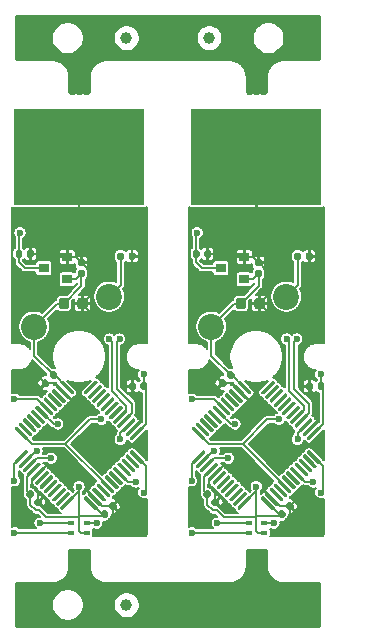
<source format=gbl>
%TF.GenerationSoftware,KiCad,Pcbnew,5.1.6*%
%TF.CreationDate,2020-10-27T03:58:31+01:00*%
%TF.ProjectId,anykey-x2,616e796b-6579-42d7-9832-2e6b69636164,rev?*%
%TF.SameCoordinates,Original*%
%TF.FileFunction,Copper,L2,Bot*%
%TF.FilePolarity,Positive*%
%FSLAX46Y46*%
G04 Gerber Fmt 4.6, Leading zero omitted, Abs format (unit mm)*
G04 Created by KiCad (PCBNEW 5.1.6) date 2020-10-27 03:58:31*
%MOMM*%
%LPD*%
G01*
G04 APERTURE LIST*
%TA.AperFunction,SMDPad,CuDef*%
%ADD10C,1.000000*%
%TD*%
%TA.AperFunction,ConnectorPad*%
%ADD11R,11.000000X8.150000*%
%TD*%
%TA.AperFunction,SMDPad,CuDef*%
%ADD12R,0.900000X0.800000*%
%TD*%
%TA.AperFunction,ComponentPad*%
%ADD13C,2.200000*%
%TD*%
%TA.AperFunction,SMDPad,CuDef*%
%ADD14R,0.600000X0.400000*%
%TD*%
%TA.AperFunction,ViaPad*%
%ADD15C,0.600000*%
%TD*%
%TA.AperFunction,Conductor*%
%ADD16C,0.200000*%
%TD*%
%TA.AperFunction,Conductor*%
%ADD17C,0.127000*%
%TD*%
%TA.AperFunction,NonConductor*%
%ADD18C,0.254000*%
%TD*%
G04 APERTURE END LIST*
D10*
%TO.P,REF\u002A\u002A,*%
%TO.N,*%
X59999000Y-92501017D03*
%TD*%
%TO.P,REF\u002A\u002A,*%
%TO.N,*%
X67001018Y-44499000D03*
%TD*%
%TO.P,REF\u002A\u002A,*%
%TO.N,*%
X59999000Y-44499000D03*
%TD*%
%TO.P,C1,1*%
%TO.N,Board_2-+3V3*%
%TA.AperFunction,SMDPad,CuDef*%
G36*
G01*
X69275018Y-67256251D02*
X69275018Y-66743751D01*
G75*
G02*
X69493768Y-66525001I218750J0D01*
G01*
X69931268Y-66525001D01*
G75*
G02*
X70150018Y-66743751I0J-218750D01*
G01*
X70150018Y-67256251D01*
G75*
G02*
X69931268Y-67475001I-218750J0D01*
G01*
X69493768Y-67475001D01*
G75*
G02*
X69275018Y-67256251I0J218750D01*
G01*
G37*
%TD.AperFunction*%
%TO.P,C1,2*%
%TO.N,Board_2-GND*%
%TA.AperFunction,SMDPad,CuDef*%
G36*
G01*
X70850018Y-67256251D02*
X70850018Y-66743751D01*
G75*
G02*
X71068768Y-66525001I218750J0D01*
G01*
X71506268Y-66525001D01*
G75*
G02*
X71725018Y-66743751I0J-218750D01*
G01*
X71725018Y-67256251D01*
G75*
G02*
X71506268Y-67475001I-218750J0D01*
G01*
X71068768Y-67475001D01*
G75*
G02*
X70850018Y-67256251I0J218750D01*
G01*
G37*
%TD.AperFunction*%
%TD*%
%TO.P,C2,1*%
%TO.N,Board_2-+3V3*%
%TA.AperFunction,SMDPad,CuDef*%
G36*
G01*
X66526499Y-83070433D02*
X66770451Y-82826482D01*
G75*
G02*
X66979047Y-82826482I104298J-104298D01*
G01*
X67187643Y-83035078D01*
G75*
G02*
X67187643Y-83243674I-104298J-104298D01*
G01*
X66943691Y-83487626D01*
G75*
G02*
X66735095Y-83487626I-104298J104298D01*
G01*
X66526499Y-83279030D01*
G75*
G02*
X66526499Y-83070434I104298J104298D01*
G01*
G37*
%TD.AperFunction*%
%TO.P,C2,2*%
%TO.N,Board_2-GND*%
%TA.AperFunction,SMDPad,CuDef*%
G36*
G01*
X67212393Y-83756327D02*
X67456345Y-83512376D01*
G75*
G02*
X67664941Y-83512376I104298J-104298D01*
G01*
X67873537Y-83720972D01*
G75*
G02*
X67873537Y-83929568I-104298J-104298D01*
G01*
X67629585Y-84173520D01*
G75*
G02*
X67420989Y-84173520I-104298J104298D01*
G01*
X67212393Y-83964924D01*
G75*
G02*
X67212393Y-83756328I104298J104298D01*
G01*
G37*
%TD.AperFunction*%
%TD*%
%TO.P,C3,2*%
%TO.N,Board_2-GND*%
%TA.AperFunction,SMDPad,CuDef*%
G36*
G01*
X68243692Y-73412376D02*
X68487643Y-73656328D01*
G75*
G02*
X68487643Y-73864924I-104298J-104298D01*
G01*
X68279047Y-74073520D01*
G75*
G02*
X68070451Y-74073520I-104298J104298D01*
G01*
X67826499Y-73829568D01*
G75*
G02*
X67826499Y-73620972I104298J104298D01*
G01*
X68035095Y-73412376D01*
G75*
G02*
X68243691Y-73412376I104298J-104298D01*
G01*
G37*
%TD.AperFunction*%
%TO.P,C3,1*%
%TO.N,Board_2-+3V3*%
%TA.AperFunction,SMDPad,CuDef*%
G36*
G01*
X68929586Y-72726482D02*
X69173537Y-72970434D01*
G75*
G02*
X69173537Y-73179030I-104298J-104298D01*
G01*
X68964941Y-73387626D01*
G75*
G02*
X68756345Y-73387626I-104298J104298D01*
G01*
X68512393Y-73143674D01*
G75*
G02*
X68512393Y-72935078I104298J104298D01*
G01*
X68720989Y-72726482D01*
G75*
G02*
X68929585Y-72726482I104298J-104298D01*
G01*
G37*
%TD.AperFunction*%
%TD*%
%TO.P,C5,2*%
%TO.N,Board_2-GND*%
%TA.AperFunction,SMDPad,CuDef*%
G36*
G01*
X73756344Y-84487626D02*
X73512393Y-84243674D01*
G75*
G02*
X73512393Y-84035078I104298J104298D01*
G01*
X73720989Y-83826482D01*
G75*
G02*
X73929585Y-83826482I104298J-104298D01*
G01*
X74173537Y-84070434D01*
G75*
G02*
X74173537Y-84279030I-104298J-104298D01*
G01*
X73964941Y-84487626D01*
G75*
G02*
X73756345Y-84487626I-104298J104298D01*
G01*
G37*
%TD.AperFunction*%
%TO.P,C5,1*%
%TO.N,Board_2-+3V3*%
%TA.AperFunction,SMDPad,CuDef*%
G36*
G01*
X73070450Y-85173520D02*
X72826499Y-84929568D01*
G75*
G02*
X72826499Y-84720972I104298J104298D01*
G01*
X73035095Y-84512376D01*
G75*
G02*
X73243691Y-84512376I104298J-104298D01*
G01*
X73487643Y-84756328D01*
G75*
G02*
X73487643Y-84964924I-104298J-104298D01*
G01*
X73279047Y-85173520D01*
G75*
G02*
X73070451Y-85173520I-104298J104298D01*
G01*
G37*
%TD.AperFunction*%
%TD*%
%TO.P,C7,2*%
%TO.N,Board_2-GND*%
%TA.AperFunction,SMDPad,CuDef*%
G36*
G01*
X71372518Y-63810001D02*
X71027518Y-63810001D01*
G75*
G02*
X70880018Y-63662501I0J147500D01*
G01*
X70880018Y-63367501D01*
G75*
G02*
X71027518Y-63220001I147500J0D01*
G01*
X71372518Y-63220001D01*
G75*
G02*
X71520018Y-63367501I0J-147500D01*
G01*
X71520018Y-63662501D01*
G75*
G02*
X71372518Y-63810001I-147500J0D01*
G01*
G37*
%TD.AperFunction*%
%TO.P,C7,1*%
%TO.N,Board_2-+3V3*%
%TA.AperFunction,SMDPad,CuDef*%
G36*
G01*
X71372518Y-64780001D02*
X71027518Y-64780001D01*
G75*
G02*
X70880018Y-64632501I0J147500D01*
G01*
X70880018Y-64337501D01*
G75*
G02*
X71027518Y-64190001I147500J0D01*
G01*
X71372518Y-64190001D01*
G75*
G02*
X71520018Y-64337501I0J-147500D01*
G01*
X71520018Y-64632501D01*
G75*
G02*
X71372518Y-64780001I-147500J0D01*
G01*
G37*
%TD.AperFunction*%
%TD*%
D11*
%TO.P,J1,5*%
%TO.N,Board_2-GND*%
X71000018Y-54575001D03*
%TD*%
%TO.P,R1,1*%
%TO.N,Board_2-/BTN1*%
%TA.AperFunction,SMDPad,CuDef*%
G36*
G01*
X74220018Y-63172501D02*
X74220018Y-62827501D01*
G75*
G02*
X74367518Y-62680001I147500J0D01*
G01*
X74662518Y-62680001D01*
G75*
G02*
X74810018Y-62827501I0J-147500D01*
G01*
X74810018Y-63172501D01*
G75*
G02*
X74662518Y-63320001I-147500J0D01*
G01*
X74367518Y-63320001D01*
G75*
G02*
X74220018Y-63172501I0J147500D01*
G01*
G37*
%TD.AperFunction*%
%TO.P,R1,2*%
%TO.N,Board_2-GND*%
%TA.AperFunction,SMDPad,CuDef*%
G36*
G01*
X75190018Y-63172501D02*
X75190018Y-62827501D01*
G75*
G02*
X75337518Y-62680001I147500J0D01*
G01*
X75632518Y-62680001D01*
G75*
G02*
X75780018Y-62827501I0J-147500D01*
G01*
X75780018Y-63172501D01*
G75*
G02*
X75632518Y-63320001I-147500J0D01*
G01*
X75337518Y-63320001D01*
G75*
G02*
X75190018Y-63172501I0J147500D01*
G01*
G37*
%TD.AperFunction*%
%TD*%
D12*
%TO.P,U1,3*%
%TO.N,Board_2-VBUS*%
X68000018Y-64000001D03*
%TO.P,U1,2*%
%TO.N,Board_2-+3V3*%
X70000018Y-64950001D03*
%TO.P,U1,1*%
%TO.N,Board_2-GND*%
X70000018Y-63050001D03*
%TD*%
%TO.P,U2,1*%
%TO.N,Board_2-+3V3*%
%TA.AperFunction,SMDPad,CuDef*%
G36*
G01*
X69532772Y-84462401D02*
X69426706Y-84356335D01*
G75*
G02*
X69426706Y-84250269I53033J53033D01*
G01*
X70363622Y-83313353D01*
G75*
G02*
X70469688Y-83313353I53033J-53033D01*
G01*
X70575754Y-83419419D01*
G75*
G02*
X70575754Y-83525485I-53033J-53033D01*
G01*
X69638838Y-84462401D01*
G75*
G02*
X69532772Y-84462401I-53033J53033D01*
G01*
G37*
%TD.AperFunction*%
%TO.P,U2,2*%
%TO.N,Board_2-Net-(U2-Pad2)*%
%TA.AperFunction,SMDPad,CuDef*%
G36*
G01*
X69179218Y-84108847D02*
X69073152Y-84002781D01*
G75*
G02*
X69073152Y-83896715I53033J53033D01*
G01*
X70010068Y-82959799D01*
G75*
G02*
X70116134Y-82959799I53033J-53033D01*
G01*
X70222200Y-83065865D01*
G75*
G02*
X70222200Y-83171931I-53033J-53033D01*
G01*
X69285284Y-84108847D01*
G75*
G02*
X69179218Y-84108847I-53033J53033D01*
G01*
G37*
%TD.AperFunction*%
%TO.P,U2,3*%
%TO.N,Board_2-Net-(U2-Pad3)*%
%TA.AperFunction,SMDPad,CuDef*%
G36*
G01*
X68825665Y-83755294D02*
X68719599Y-83649228D01*
G75*
G02*
X68719599Y-83543162I53033J53033D01*
G01*
X69656515Y-82606246D01*
G75*
G02*
X69762581Y-82606246I53033J-53033D01*
G01*
X69868647Y-82712312D01*
G75*
G02*
X69868647Y-82818378I-53033J-53033D01*
G01*
X68931731Y-83755294D01*
G75*
G02*
X68825665Y-83755294I-53033J53033D01*
G01*
G37*
%TD.AperFunction*%
%TO.P,U2,4*%
%TO.N,Board_2-Net-(U2-Pad4)*%
%TA.AperFunction,SMDPad,CuDef*%
G36*
G01*
X68472111Y-83401740D02*
X68366045Y-83295674D01*
G75*
G02*
X68366045Y-83189608I53033J53033D01*
G01*
X69302961Y-82252692D01*
G75*
G02*
X69409027Y-82252692I53033J-53033D01*
G01*
X69515093Y-82358758D01*
G75*
G02*
X69515093Y-82464824I-53033J-53033D01*
G01*
X68578177Y-83401740D01*
G75*
G02*
X68472111Y-83401740I-53033J53033D01*
G01*
G37*
%TD.AperFunction*%
%TO.P,U2,5*%
%TO.N,Board_2-Net-(U2-Pad5)*%
%TA.AperFunction,SMDPad,CuDef*%
G36*
G01*
X68118558Y-83048187D02*
X68012492Y-82942121D01*
G75*
G02*
X68012492Y-82836055I53033J53033D01*
G01*
X68949408Y-81899139D01*
G75*
G02*
X69055474Y-81899139I53033J-53033D01*
G01*
X69161540Y-82005205D01*
G75*
G02*
X69161540Y-82111271I-53033J-53033D01*
G01*
X68224624Y-83048187D01*
G75*
G02*
X68118558Y-83048187I-53033J53033D01*
G01*
G37*
%TD.AperFunction*%
%TO.P,U2,6*%
%TO.N,Board_2-Net-(U2-Pad6)*%
%TA.AperFunction,SMDPad,CuDef*%
G36*
G01*
X67765005Y-82694634D02*
X67658939Y-82588568D01*
G75*
G02*
X67658939Y-82482502I53033J53033D01*
G01*
X68595855Y-81545586D01*
G75*
G02*
X68701921Y-81545586I53033J-53033D01*
G01*
X68807987Y-81651652D01*
G75*
G02*
X68807987Y-81757718I-53033J-53033D01*
G01*
X67871071Y-82694634D01*
G75*
G02*
X67765005Y-82694634I-53033J53033D01*
G01*
G37*
%TD.AperFunction*%
%TO.P,U2,7*%
%TO.N,Board_2-Net-(U2-Pad7)*%
%TA.AperFunction,SMDPad,CuDef*%
G36*
G01*
X67411451Y-82341080D02*
X67305385Y-82235014D01*
G75*
G02*
X67305385Y-82128948I53033J53033D01*
G01*
X68242301Y-81192032D01*
G75*
G02*
X68348367Y-81192032I53033J-53033D01*
G01*
X68454433Y-81298098D01*
G75*
G02*
X68454433Y-81404164I-53033J-53033D01*
G01*
X67517517Y-82341080D01*
G75*
G02*
X67411451Y-82341080I-53033J53033D01*
G01*
G37*
%TD.AperFunction*%
%TO.P,U2,8*%
%TO.N,Board_2-GND*%
%TA.AperFunction,SMDPad,CuDef*%
G36*
G01*
X67057898Y-81987527D02*
X66951832Y-81881461D01*
G75*
G02*
X66951832Y-81775395I53033J53033D01*
G01*
X67888748Y-80838479D01*
G75*
G02*
X67994814Y-80838479I53033J-53033D01*
G01*
X68100880Y-80944545D01*
G75*
G02*
X68100880Y-81050611I-53033J-53033D01*
G01*
X67163964Y-81987527D01*
G75*
G02*
X67057898Y-81987527I-53033J53033D01*
G01*
G37*
%TD.AperFunction*%
%TO.P,U2,9*%
%TO.N,Board_2-+3V3*%
%TA.AperFunction,SMDPad,CuDef*%
G36*
G01*
X66704345Y-81633974D02*
X66598279Y-81527908D01*
G75*
G02*
X66598279Y-81421842I53033J53033D01*
G01*
X67535195Y-80484926D01*
G75*
G02*
X67641261Y-80484926I53033J-53033D01*
G01*
X67747327Y-80590992D01*
G75*
G02*
X67747327Y-80697058I-53033J-53033D01*
G01*
X66810411Y-81633974D01*
G75*
G02*
X66704345Y-81633974I-53033J53033D01*
G01*
G37*
%TD.AperFunction*%
%TO.P,U2,10*%
%TO.N,Board_2-/LED1_B*%
%TA.AperFunction,SMDPad,CuDef*%
G36*
G01*
X66350791Y-81280420D02*
X66244725Y-81174354D01*
G75*
G02*
X66244725Y-81068288I53033J53033D01*
G01*
X67181641Y-80131372D01*
G75*
G02*
X67287707Y-80131372I53033J-53033D01*
G01*
X67393773Y-80237438D01*
G75*
G02*
X67393773Y-80343504I-53033J-53033D01*
G01*
X66456857Y-81280420D01*
G75*
G02*
X66350791Y-81280420I-53033J53033D01*
G01*
G37*
%TD.AperFunction*%
%TO.P,U2,11*%
%TO.N,Board_2-/LED1_G*%
%TA.AperFunction,SMDPad,CuDef*%
G36*
G01*
X65997238Y-80926867D02*
X65891172Y-80820801D01*
G75*
G02*
X65891172Y-80714735I53033J53033D01*
G01*
X66828088Y-79777819D01*
G75*
G02*
X66934154Y-79777819I53033J-53033D01*
G01*
X67040220Y-79883885D01*
G75*
G02*
X67040220Y-79989951I-53033J-53033D01*
G01*
X66103304Y-80926867D01*
G75*
G02*
X65997238Y-80926867I-53033J53033D01*
G01*
G37*
%TD.AperFunction*%
%TO.P,U2,12*%
%TO.N,Board_2-/LED1_R*%
%TA.AperFunction,SMDPad,CuDef*%
G36*
G01*
X65643684Y-80573313D02*
X65537618Y-80467247D01*
G75*
G02*
X65537618Y-80361181I53033J53033D01*
G01*
X66474534Y-79424265D01*
G75*
G02*
X66580600Y-79424265I53033J-53033D01*
G01*
X66686666Y-79530331D01*
G75*
G02*
X66686666Y-79636397I-53033J-53033D01*
G01*
X65749750Y-80573313D01*
G75*
G02*
X65643684Y-80573313I-53033J53033D01*
G01*
G37*
%TD.AperFunction*%
%TO.P,U2,13*%
%TO.N,Board_2-/BTN1*%
%TA.AperFunction,SMDPad,CuDef*%
G36*
G01*
X66474534Y-78575737D02*
X65537618Y-77638821D01*
G75*
G02*
X65537618Y-77532755I53033J53033D01*
G01*
X65643684Y-77426689D01*
G75*
G02*
X65749750Y-77426689I53033J-53033D01*
G01*
X66686666Y-78363605D01*
G75*
G02*
X66686666Y-78469671I-53033J-53033D01*
G01*
X66580600Y-78575737D01*
G75*
G02*
X66474534Y-78575737I-53033J53033D01*
G01*
G37*
%TD.AperFunction*%
%TO.P,U2,14*%
%TO.N,Board_2-Net-(U2-Pad14)*%
%TA.AperFunction,SMDPad,CuDef*%
G36*
G01*
X66828088Y-78222183D02*
X65891172Y-77285267D01*
G75*
G02*
X65891172Y-77179201I53033J53033D01*
G01*
X65997238Y-77073135D01*
G75*
G02*
X66103304Y-77073135I53033J-53033D01*
G01*
X67040220Y-78010051D01*
G75*
G02*
X67040220Y-78116117I-53033J-53033D01*
G01*
X66934154Y-78222183D01*
G75*
G02*
X66828088Y-78222183I-53033J53033D01*
G01*
G37*
%TD.AperFunction*%
%TO.P,U2,15*%
%TO.N,Board_2-Net-(U2-Pad15)*%
%TA.AperFunction,SMDPad,CuDef*%
G36*
G01*
X67181641Y-77868630D02*
X66244725Y-76931714D01*
G75*
G02*
X66244725Y-76825648I53033J53033D01*
G01*
X66350791Y-76719582D01*
G75*
G02*
X66456857Y-76719582I53033J-53033D01*
G01*
X67393773Y-77656498D01*
G75*
G02*
X67393773Y-77762564I-53033J-53033D01*
G01*
X67287707Y-77868630D01*
G75*
G02*
X67181641Y-77868630I-53033J53033D01*
G01*
G37*
%TD.AperFunction*%
%TO.P,U2,16*%
%TO.N,Board_2-Net-(U2-Pad16)*%
%TA.AperFunction,SMDPad,CuDef*%
G36*
G01*
X67535195Y-77515076D02*
X66598279Y-76578160D01*
G75*
G02*
X66598279Y-76472094I53033J53033D01*
G01*
X66704345Y-76366028D01*
G75*
G02*
X66810411Y-76366028I53033J-53033D01*
G01*
X67747327Y-77302944D01*
G75*
G02*
X67747327Y-77409010I-53033J-53033D01*
G01*
X67641261Y-77515076D01*
G75*
G02*
X67535195Y-77515076I-53033J53033D01*
G01*
G37*
%TD.AperFunction*%
%TO.P,U2,17*%
%TO.N,Board_2-Net-(U2-Pad17)*%
%TA.AperFunction,SMDPad,CuDef*%
G36*
G01*
X67888748Y-77161523D02*
X66951832Y-76224607D01*
G75*
G02*
X66951832Y-76118541I53033J53033D01*
G01*
X67057898Y-76012475D01*
G75*
G02*
X67163964Y-76012475I53033J-53033D01*
G01*
X68100880Y-76949391D01*
G75*
G02*
X68100880Y-77055457I-53033J-53033D01*
G01*
X67994814Y-77161523D01*
G75*
G02*
X67888748Y-77161523I-53033J53033D01*
G01*
G37*
%TD.AperFunction*%
%TO.P,U2,18*%
%TO.N,Board_2-/LED2_G*%
%TA.AperFunction,SMDPad,CuDef*%
G36*
G01*
X68242301Y-76807970D02*
X67305385Y-75871054D01*
G75*
G02*
X67305385Y-75764988I53033J53033D01*
G01*
X67411451Y-75658922D01*
G75*
G02*
X67517517Y-75658922I53033J-53033D01*
G01*
X68454433Y-76595838D01*
G75*
G02*
X68454433Y-76701904I-53033J-53033D01*
G01*
X68348367Y-76807970D01*
G75*
G02*
X68242301Y-76807970I-53033J53033D01*
G01*
G37*
%TD.AperFunction*%
%TO.P,U2,19*%
%TO.N,Board_2-/LED2_R*%
%TA.AperFunction,SMDPad,CuDef*%
G36*
G01*
X68595855Y-76454416D02*
X67658939Y-75517500D01*
G75*
G02*
X67658939Y-75411434I53033J53033D01*
G01*
X67765005Y-75305368D01*
G75*
G02*
X67871071Y-75305368I53033J-53033D01*
G01*
X68807987Y-76242284D01*
G75*
G02*
X68807987Y-76348350I-53033J-53033D01*
G01*
X68701921Y-76454416D01*
G75*
G02*
X68595855Y-76454416I-53033J53033D01*
G01*
G37*
%TD.AperFunction*%
%TO.P,U2,20*%
%TO.N,Board_2-Net-(U2-Pad20)*%
%TA.AperFunction,SMDPad,CuDef*%
G36*
G01*
X68949408Y-76100863D02*
X68012492Y-75163947D01*
G75*
G02*
X68012492Y-75057881I53033J53033D01*
G01*
X68118558Y-74951815D01*
G75*
G02*
X68224624Y-74951815I53033J-53033D01*
G01*
X69161540Y-75888731D01*
G75*
G02*
X69161540Y-75994797I-53033J-53033D01*
G01*
X69055474Y-76100863D01*
G75*
G02*
X68949408Y-76100863I-53033J53033D01*
G01*
G37*
%TD.AperFunction*%
%TO.P,U2,21*%
%TO.N,Board_2-Net-(U2-Pad21)*%
%TA.AperFunction,SMDPad,CuDef*%
G36*
G01*
X69302961Y-75747310D02*
X68366045Y-74810394D01*
G75*
G02*
X68366045Y-74704328I53033J53033D01*
G01*
X68472111Y-74598262D01*
G75*
G02*
X68578177Y-74598262I53033J-53033D01*
G01*
X69515093Y-75535178D01*
G75*
G02*
X69515093Y-75641244I-53033J-53033D01*
G01*
X69409027Y-75747310D01*
G75*
G02*
X69302961Y-75747310I-53033J53033D01*
G01*
G37*
%TD.AperFunction*%
%TO.P,U2,22*%
%TO.N,Board_2-Net-(U2-Pad22)*%
%TA.AperFunction,SMDPad,CuDef*%
G36*
G01*
X69656515Y-75393756D02*
X68719599Y-74456840D01*
G75*
G02*
X68719599Y-74350774I53033J53033D01*
G01*
X68825665Y-74244708D01*
G75*
G02*
X68931731Y-74244708I53033J-53033D01*
G01*
X69868647Y-75181624D01*
G75*
G02*
X69868647Y-75287690I-53033J-53033D01*
G01*
X69762581Y-75393756D01*
G75*
G02*
X69656515Y-75393756I-53033J53033D01*
G01*
G37*
%TD.AperFunction*%
%TO.P,U2,23*%
%TO.N,Board_2-GND*%
%TA.AperFunction,SMDPad,CuDef*%
G36*
G01*
X70010068Y-75040203D02*
X69073152Y-74103287D01*
G75*
G02*
X69073152Y-73997221I53033J53033D01*
G01*
X69179218Y-73891155D01*
G75*
G02*
X69285284Y-73891155I53033J-53033D01*
G01*
X70222200Y-74828071D01*
G75*
G02*
X70222200Y-74934137I-53033J-53033D01*
G01*
X70116134Y-75040203D01*
G75*
G02*
X70010068Y-75040203I-53033J53033D01*
G01*
G37*
%TD.AperFunction*%
%TO.P,U2,24*%
%TO.N,Board_2-+3V3*%
%TA.AperFunction,SMDPad,CuDef*%
G36*
G01*
X70363622Y-74686649D02*
X69426706Y-73749733D01*
G75*
G02*
X69426706Y-73643667I53033J53033D01*
G01*
X69532772Y-73537601D01*
G75*
G02*
X69638838Y-73537601I53033J-53033D01*
G01*
X70575754Y-74474517D01*
G75*
G02*
X70575754Y-74580583I-53033J-53033D01*
G01*
X70469688Y-74686649D01*
G75*
G02*
X70363622Y-74686649I-53033J53033D01*
G01*
G37*
%TD.AperFunction*%
%TO.P,U2,25*%
%TO.N,Board_2-Net-(U2-Pad25)*%
%TA.AperFunction,SMDPad,CuDef*%
G36*
G01*
X71530348Y-74686649D02*
X71424282Y-74580583D01*
G75*
G02*
X71424282Y-74474517I53033J53033D01*
G01*
X72361198Y-73537601D01*
G75*
G02*
X72467264Y-73537601I53033J-53033D01*
G01*
X72573330Y-73643667D01*
G75*
G02*
X72573330Y-73749733I-53033J-53033D01*
G01*
X71636414Y-74686649D01*
G75*
G02*
X71530348Y-74686649I-53033J53033D01*
G01*
G37*
%TD.AperFunction*%
%TO.P,U2,26*%
%TO.N,Board_2-Net-(U2-Pad26)*%
%TA.AperFunction,SMDPad,CuDef*%
G36*
G01*
X71883902Y-75040203D02*
X71777836Y-74934137D01*
G75*
G02*
X71777836Y-74828071I53033J53033D01*
G01*
X72714752Y-73891155D01*
G75*
G02*
X72820818Y-73891155I53033J-53033D01*
G01*
X72926884Y-73997221D01*
G75*
G02*
X72926884Y-74103287I-53033J-53033D01*
G01*
X71989968Y-75040203D01*
G75*
G02*
X71883902Y-75040203I-53033J53033D01*
G01*
G37*
%TD.AperFunction*%
%TO.P,U2,27*%
%TO.N,Board_2-Net-(U2-Pad27)*%
%TA.AperFunction,SMDPad,CuDef*%
G36*
G01*
X72237455Y-75393756D02*
X72131389Y-75287690D01*
G75*
G02*
X72131389Y-75181624I53033J53033D01*
G01*
X73068305Y-74244708D01*
G75*
G02*
X73174371Y-74244708I53033J-53033D01*
G01*
X73280437Y-74350774D01*
G75*
G02*
X73280437Y-74456840I-53033J-53033D01*
G01*
X72343521Y-75393756D01*
G75*
G02*
X72237455Y-75393756I-53033J53033D01*
G01*
G37*
%TD.AperFunction*%
%TO.P,U2,28*%
%TO.N,Board_2-Net-(U2-Pad28)*%
%TA.AperFunction,SMDPad,CuDef*%
G36*
G01*
X72591009Y-75747310D02*
X72484943Y-75641244D01*
G75*
G02*
X72484943Y-75535178I53033J53033D01*
G01*
X73421859Y-74598262D01*
G75*
G02*
X73527925Y-74598262I53033J-53033D01*
G01*
X73633991Y-74704328D01*
G75*
G02*
X73633991Y-74810394I-53033J-53033D01*
G01*
X72697075Y-75747310D01*
G75*
G02*
X72591009Y-75747310I-53033J53033D01*
G01*
G37*
%TD.AperFunction*%
%TO.P,U2,29*%
%TO.N,Board_2-Net-(U2-Pad29)*%
%TA.AperFunction,SMDPad,CuDef*%
G36*
G01*
X72944562Y-76100863D02*
X72838496Y-75994797D01*
G75*
G02*
X72838496Y-75888731I53033J53033D01*
G01*
X73775412Y-74951815D01*
G75*
G02*
X73881478Y-74951815I53033J-53033D01*
G01*
X73987544Y-75057881D01*
G75*
G02*
X73987544Y-75163947I-53033J-53033D01*
G01*
X73050628Y-76100863D01*
G75*
G02*
X72944562Y-76100863I-53033J53033D01*
G01*
G37*
%TD.AperFunction*%
%TO.P,U2,30*%
%TO.N,Board_2-Net-(U2-Pad30)*%
%TA.AperFunction,SMDPad,CuDef*%
G36*
G01*
X73298115Y-76454416D02*
X73192049Y-76348350D01*
G75*
G02*
X73192049Y-76242284I53033J53033D01*
G01*
X74128965Y-75305368D01*
G75*
G02*
X74235031Y-75305368I53033J-53033D01*
G01*
X74341097Y-75411434D01*
G75*
G02*
X74341097Y-75517500I-53033J-53033D01*
G01*
X73404181Y-76454416D01*
G75*
G02*
X73298115Y-76454416I-53033J53033D01*
G01*
G37*
%TD.AperFunction*%
%TO.P,U2,31*%
%TO.N,Board_2-Net-(U2-Pad31)*%
%TA.AperFunction,SMDPad,CuDef*%
G36*
G01*
X73651669Y-76807970D02*
X73545603Y-76701904D01*
G75*
G02*
X73545603Y-76595838I53033J53033D01*
G01*
X74482519Y-75658922D01*
G75*
G02*
X74588585Y-75658922I53033J-53033D01*
G01*
X74694651Y-75764988D01*
G75*
G02*
X74694651Y-75871054I-53033J-53033D01*
G01*
X73757735Y-76807970D01*
G75*
G02*
X73651669Y-76807970I-53033J53033D01*
G01*
G37*
%TD.AperFunction*%
%TO.P,U2,32*%
%TO.N,Board_2-/D-*%
%TA.AperFunction,SMDPad,CuDef*%
G36*
G01*
X74005222Y-77161523D02*
X73899156Y-77055457D01*
G75*
G02*
X73899156Y-76949391I53033J53033D01*
G01*
X74836072Y-76012475D01*
G75*
G02*
X74942138Y-76012475I53033J-53033D01*
G01*
X75048204Y-76118541D01*
G75*
G02*
X75048204Y-76224607I-53033J-53033D01*
G01*
X74111288Y-77161523D01*
G75*
G02*
X74005222Y-77161523I-53033J53033D01*
G01*
G37*
%TD.AperFunction*%
%TO.P,U2,33*%
%TO.N,Board_2-/D+*%
%TA.AperFunction,SMDPad,CuDef*%
G36*
G01*
X74358775Y-77515076D02*
X74252709Y-77409010D01*
G75*
G02*
X74252709Y-77302944I53033J53033D01*
G01*
X75189625Y-76366028D01*
G75*
G02*
X75295691Y-76366028I53033J-53033D01*
G01*
X75401757Y-76472094D01*
G75*
G02*
X75401757Y-76578160I-53033J-53033D01*
G01*
X74464841Y-77515076D01*
G75*
G02*
X74358775Y-77515076I-53033J53033D01*
G01*
G37*
%TD.AperFunction*%
%TO.P,U2,34*%
%TO.N,Board_2-/SWDIO*%
%TA.AperFunction,SMDPad,CuDef*%
G36*
G01*
X74712329Y-77868630D02*
X74606263Y-77762564D01*
G75*
G02*
X74606263Y-77656498I53033J53033D01*
G01*
X75543179Y-76719582D01*
G75*
G02*
X75649245Y-76719582I53033J-53033D01*
G01*
X75755311Y-76825648D01*
G75*
G02*
X75755311Y-76931714I-53033J-53033D01*
G01*
X74818395Y-77868630D01*
G75*
G02*
X74712329Y-77868630I-53033J53033D01*
G01*
G37*
%TD.AperFunction*%
%TO.P,U2,35*%
%TO.N,Board_2-GND*%
%TA.AperFunction,SMDPad,CuDef*%
G36*
G01*
X75065882Y-78222183D02*
X74959816Y-78116117D01*
G75*
G02*
X74959816Y-78010051I53033J53033D01*
G01*
X75896732Y-77073135D01*
G75*
G02*
X76002798Y-77073135I53033J-53033D01*
G01*
X76108864Y-77179201D01*
G75*
G02*
X76108864Y-77285267I-53033J-53033D01*
G01*
X75171948Y-78222183D01*
G75*
G02*
X75065882Y-78222183I-53033J53033D01*
G01*
G37*
%TD.AperFunction*%
%TO.P,U2,36*%
%TO.N,Board_2-+3V3*%
%TA.AperFunction,SMDPad,CuDef*%
G36*
G01*
X75419436Y-78575737D02*
X75313370Y-78469671D01*
G75*
G02*
X75313370Y-78363605I53033J53033D01*
G01*
X76250286Y-77426689D01*
G75*
G02*
X76356352Y-77426689I53033J-53033D01*
G01*
X76462418Y-77532755D01*
G75*
G02*
X76462418Y-77638821I-53033J-53033D01*
G01*
X75525502Y-78575737D01*
G75*
G02*
X75419436Y-78575737I-53033J53033D01*
G01*
G37*
%TD.AperFunction*%
%TO.P,U2,37*%
%TO.N,Board_2-/SWCLK*%
%TA.AperFunction,SMDPad,CuDef*%
G36*
G01*
X76250286Y-80573313D02*
X75313370Y-79636397D01*
G75*
G02*
X75313370Y-79530331I53033J53033D01*
G01*
X75419436Y-79424265D01*
G75*
G02*
X75525502Y-79424265I53033J-53033D01*
G01*
X76462418Y-80361181D01*
G75*
G02*
X76462418Y-80467247I-53033J-53033D01*
G01*
X76356352Y-80573313D01*
G75*
G02*
X76250286Y-80573313I-53033J53033D01*
G01*
G37*
%TD.AperFunction*%
%TO.P,U2,38*%
%TO.N,Board_2-Net-(U2-Pad38)*%
%TA.AperFunction,SMDPad,CuDef*%
G36*
G01*
X75896732Y-80926867D02*
X74959816Y-79989951D01*
G75*
G02*
X74959816Y-79883885I53033J53033D01*
G01*
X75065882Y-79777819D01*
G75*
G02*
X75171948Y-79777819I53033J-53033D01*
G01*
X76108864Y-80714735D01*
G75*
G02*
X76108864Y-80820801I-53033J-53033D01*
G01*
X76002798Y-80926867D01*
G75*
G02*
X75896732Y-80926867I-53033J53033D01*
G01*
G37*
%TD.AperFunction*%
%TO.P,U2,39*%
%TO.N,Board_2-Net-(U2-Pad39)*%
%TA.AperFunction,SMDPad,CuDef*%
G36*
G01*
X75543179Y-81280420D02*
X74606263Y-80343504D01*
G75*
G02*
X74606263Y-80237438I53033J53033D01*
G01*
X74712329Y-80131372D01*
G75*
G02*
X74818395Y-80131372I53033J-53033D01*
G01*
X75755311Y-81068288D01*
G75*
G02*
X75755311Y-81174354I-53033J-53033D01*
G01*
X75649245Y-81280420D01*
G75*
G02*
X75543179Y-81280420I-53033J53033D01*
G01*
G37*
%TD.AperFunction*%
%TO.P,U2,40*%
%TO.N,Board_2-Net-(U2-Pad40)*%
%TA.AperFunction,SMDPad,CuDef*%
G36*
G01*
X75189625Y-81633974D02*
X74252709Y-80697058D01*
G75*
G02*
X74252709Y-80590992I53033J53033D01*
G01*
X74358775Y-80484926D01*
G75*
G02*
X74464841Y-80484926I53033J-53033D01*
G01*
X75401757Y-81421842D01*
G75*
G02*
X75401757Y-81527908I-53033J-53033D01*
G01*
X75295691Y-81633974D01*
G75*
G02*
X75189625Y-81633974I-53033J53033D01*
G01*
G37*
%TD.AperFunction*%
%TO.P,U2,41*%
%TO.N,Board_2-/LED2_B*%
%TA.AperFunction,SMDPad,CuDef*%
G36*
G01*
X74836072Y-81987527D02*
X73899156Y-81050611D01*
G75*
G02*
X73899156Y-80944545I53033J53033D01*
G01*
X74005222Y-80838479D01*
G75*
G02*
X74111288Y-80838479I53033J-53033D01*
G01*
X75048204Y-81775395D01*
G75*
G02*
X75048204Y-81881461I-53033J-53033D01*
G01*
X74942138Y-81987527D01*
G75*
G02*
X74836072Y-81987527I-53033J53033D01*
G01*
G37*
%TD.AperFunction*%
%TO.P,U2,42*%
%TO.N,Board_2-Net-(U2-Pad42)*%
%TA.AperFunction,SMDPad,CuDef*%
G36*
G01*
X74482519Y-82341080D02*
X73545603Y-81404164D01*
G75*
G02*
X73545603Y-81298098I53033J53033D01*
G01*
X73651669Y-81192032D01*
G75*
G02*
X73757735Y-81192032I53033J-53033D01*
G01*
X74694651Y-82128948D01*
G75*
G02*
X74694651Y-82235014I-53033J-53033D01*
G01*
X74588585Y-82341080D01*
G75*
G02*
X74482519Y-82341080I-53033J53033D01*
G01*
G37*
%TD.AperFunction*%
%TO.P,U2,43*%
%TO.N,Board_2-Net-(U2-Pad43)*%
%TA.AperFunction,SMDPad,CuDef*%
G36*
G01*
X74128965Y-82694634D02*
X73192049Y-81757718D01*
G75*
G02*
X73192049Y-81651652I53033J53033D01*
G01*
X73298115Y-81545586D01*
G75*
G02*
X73404181Y-81545586I53033J-53033D01*
G01*
X74341097Y-82482502D01*
G75*
G02*
X74341097Y-82588568I-53033J-53033D01*
G01*
X74235031Y-82694634D01*
G75*
G02*
X74128965Y-82694634I-53033J53033D01*
G01*
G37*
%TD.AperFunction*%
%TO.P,U2,44*%
%TO.N,Board_2-/BTN1*%
%TA.AperFunction,SMDPad,CuDef*%
G36*
G01*
X73775412Y-83048187D02*
X72838496Y-82111271D01*
G75*
G02*
X72838496Y-82005205I53033J53033D01*
G01*
X72944562Y-81899139D01*
G75*
G02*
X73050628Y-81899139I53033J-53033D01*
G01*
X73987544Y-82836055D01*
G75*
G02*
X73987544Y-82942121I-53033J-53033D01*
G01*
X73881478Y-83048187D01*
G75*
G02*
X73775412Y-83048187I-53033J53033D01*
G01*
G37*
%TD.AperFunction*%
%TO.P,U2,45*%
%TO.N,Board_2-Net-(U2-Pad45)*%
%TA.AperFunction,SMDPad,CuDef*%
G36*
G01*
X73421859Y-83401740D02*
X72484943Y-82464824D01*
G75*
G02*
X72484943Y-82358758I53033J53033D01*
G01*
X72591009Y-82252692D01*
G75*
G02*
X72697075Y-82252692I53033J-53033D01*
G01*
X73633991Y-83189608D01*
G75*
G02*
X73633991Y-83295674I-53033J-53033D01*
G01*
X73527925Y-83401740D01*
G75*
G02*
X73421859Y-83401740I-53033J53033D01*
G01*
G37*
%TD.AperFunction*%
%TO.P,U2,46*%
%TO.N,Board_2-Net-(U2-Pad46)*%
%TA.AperFunction,SMDPad,CuDef*%
G36*
G01*
X73068305Y-83755294D02*
X72131389Y-82818378D01*
G75*
G02*
X72131389Y-82712312I53033J53033D01*
G01*
X72237455Y-82606246D01*
G75*
G02*
X72343521Y-82606246I53033J-53033D01*
G01*
X73280437Y-83543162D01*
G75*
G02*
X73280437Y-83649228I-53033J-53033D01*
G01*
X73174371Y-83755294D01*
G75*
G02*
X73068305Y-83755294I-53033J53033D01*
G01*
G37*
%TD.AperFunction*%
%TO.P,U2,47*%
%TO.N,Board_2-GND*%
%TA.AperFunction,SMDPad,CuDef*%
G36*
G01*
X72714752Y-84108847D02*
X71777836Y-83171931D01*
G75*
G02*
X71777836Y-83065865I53033J53033D01*
G01*
X71883902Y-82959799D01*
G75*
G02*
X71989968Y-82959799I53033J-53033D01*
G01*
X72926884Y-83896715D01*
G75*
G02*
X72926884Y-84002781I-53033J-53033D01*
G01*
X72820818Y-84108847D01*
G75*
G02*
X72714752Y-84108847I-53033J53033D01*
G01*
G37*
%TD.AperFunction*%
%TO.P,U2,48*%
%TO.N,Board_2-+3V3*%
%TA.AperFunction,SMDPad,CuDef*%
G36*
G01*
X72361198Y-84462401D02*
X71424282Y-83525485D01*
G75*
G02*
X71424282Y-83419419I53033J53033D01*
G01*
X71530348Y-83313353D01*
G75*
G02*
X71636414Y-83313353I53033J-53033D01*
G01*
X72573330Y-84250269D01*
G75*
G02*
X72573330Y-84356335I-53033J-53033D01*
G01*
X72467264Y-84462401D01*
G75*
G02*
X72361198Y-84462401I-53033J53033D01*
G01*
G37*
%TD.AperFunction*%
%TD*%
%TO.P,C6,1*%
%TO.N,Board_2-VBUS*%
%TA.AperFunction,SMDPad,CuDef*%
G36*
G01*
X65620018Y-62972501D02*
X65620018Y-62627501D01*
G75*
G02*
X65767518Y-62480001I147500J0D01*
G01*
X66062518Y-62480001D01*
G75*
G02*
X66210018Y-62627501I0J-147500D01*
G01*
X66210018Y-62972501D01*
G75*
G02*
X66062518Y-63120001I-147500J0D01*
G01*
X65767518Y-63120001D01*
G75*
G02*
X65620018Y-62972501I0J147500D01*
G01*
G37*
%TD.AperFunction*%
%TO.P,C6,2*%
%TO.N,Board_2-GND*%
%TA.AperFunction,SMDPad,CuDef*%
G36*
G01*
X66590018Y-62972501D02*
X66590018Y-62627501D01*
G75*
G02*
X66737518Y-62480001I147500J0D01*
G01*
X67032518Y-62480001D01*
G75*
G02*
X67180018Y-62627501I0J-147500D01*
G01*
X67180018Y-62972501D01*
G75*
G02*
X67032518Y-63120001I-147500J0D01*
G01*
X66737518Y-63120001D01*
G75*
G02*
X66590018Y-62972501I0J147500D01*
G01*
G37*
%TD.AperFunction*%
%TD*%
D13*
%TO.P,SW1,1*%
%TO.N,Board_2-/BTN1*%
X73540018Y-66420001D03*
%TO.P,SW1,2*%
%TO.N,Board_2-+3V3*%
X67190018Y-68960001D03*
%TD*%
%TO.P,C4,1*%
%TO.N,Board_2-+3V3*%
%TA.AperFunction,SMDPad,CuDef*%
G36*
G01*
X76780018Y-73827501D02*
X76780018Y-74172501D01*
G75*
G02*
X76632518Y-74320001I-147500J0D01*
G01*
X76337518Y-74320001D01*
G75*
G02*
X76190018Y-74172501I0J147500D01*
G01*
X76190018Y-73827501D01*
G75*
G02*
X76337518Y-73680001I147500J0D01*
G01*
X76632518Y-73680001D01*
G75*
G02*
X76780018Y-73827501I0J-147500D01*
G01*
G37*
%TD.AperFunction*%
%TO.P,C4,2*%
%TO.N,Board_2-GND*%
%TA.AperFunction,SMDPad,CuDef*%
G36*
G01*
X75810018Y-73827501D02*
X75810018Y-74172501D01*
G75*
G02*
X75662518Y-74320001I-147500J0D01*
G01*
X75367518Y-74320001D01*
G75*
G02*
X75220018Y-74172501I0J147500D01*
G01*
X75220018Y-73827501D01*
G75*
G02*
X75367518Y-73680001I147500J0D01*
G01*
X75662518Y-73680001D01*
G75*
G02*
X75810018Y-73827501I0J-147500D01*
G01*
G37*
%TD.AperFunction*%
%TD*%
D14*
%TO.P,D1,1*%
%TO.N,Board_2-Net-(D1-Pad1)*%
X70350018Y-86400001D03*
%TO.P,D1,2*%
%TO.N,Board_2-+3V3*%
X71650018Y-86400001D03*
%TO.P,D1,3*%
%TO.N,Board_2-Net-(D1-Pad3)*%
X71650018Y-85600001D03*
%TO.P,D1,4*%
%TO.N,Board_2-Net-(D1-Pad4)*%
X70350018Y-85600001D03*
%TD*%
%TO.P,C1,1*%
%TO.N,Board_1-+3V3*%
%TA.AperFunction,SMDPad,CuDef*%
G36*
G01*
X54275001Y-67256251D02*
X54275001Y-66743751D01*
G75*
G02*
X54493751Y-66525001I218750J0D01*
G01*
X54931251Y-66525001D01*
G75*
G02*
X55150001Y-66743751I0J-218750D01*
G01*
X55150001Y-67256251D01*
G75*
G02*
X54931251Y-67475001I-218750J0D01*
G01*
X54493751Y-67475001D01*
G75*
G02*
X54275001Y-67256251I0J218750D01*
G01*
G37*
%TD.AperFunction*%
%TO.P,C1,2*%
%TO.N,Board_1-GND*%
%TA.AperFunction,SMDPad,CuDef*%
G36*
G01*
X55850001Y-67256251D02*
X55850001Y-66743751D01*
G75*
G02*
X56068751Y-66525001I218750J0D01*
G01*
X56506251Y-66525001D01*
G75*
G02*
X56725001Y-66743751I0J-218750D01*
G01*
X56725001Y-67256251D01*
G75*
G02*
X56506251Y-67475001I-218750J0D01*
G01*
X56068751Y-67475001D01*
G75*
G02*
X55850001Y-67256251I0J218750D01*
G01*
G37*
%TD.AperFunction*%
%TD*%
%TO.P,C2,1*%
%TO.N,Board_1-+3V3*%
%TA.AperFunction,SMDPad,CuDef*%
G36*
G01*
X51526482Y-83070433D02*
X51770434Y-82826482D01*
G75*
G02*
X51979030Y-82826482I104298J-104298D01*
G01*
X52187626Y-83035078D01*
G75*
G02*
X52187626Y-83243674I-104298J-104298D01*
G01*
X51943674Y-83487626D01*
G75*
G02*
X51735078Y-83487626I-104298J104298D01*
G01*
X51526482Y-83279030D01*
G75*
G02*
X51526482Y-83070434I104298J104298D01*
G01*
G37*
%TD.AperFunction*%
%TO.P,C2,2*%
%TO.N,Board_1-GND*%
%TA.AperFunction,SMDPad,CuDef*%
G36*
G01*
X52212376Y-83756327D02*
X52456328Y-83512376D01*
G75*
G02*
X52664924Y-83512376I104298J-104298D01*
G01*
X52873520Y-83720972D01*
G75*
G02*
X52873520Y-83929568I-104298J-104298D01*
G01*
X52629568Y-84173520D01*
G75*
G02*
X52420972Y-84173520I-104298J104298D01*
G01*
X52212376Y-83964924D01*
G75*
G02*
X52212376Y-83756328I104298J104298D01*
G01*
G37*
%TD.AperFunction*%
%TD*%
%TO.P,C3,2*%
%TO.N,Board_1-GND*%
%TA.AperFunction,SMDPad,CuDef*%
G36*
G01*
X53243675Y-73412376D02*
X53487626Y-73656328D01*
G75*
G02*
X53487626Y-73864924I-104298J-104298D01*
G01*
X53279030Y-74073520D01*
G75*
G02*
X53070434Y-74073520I-104298J104298D01*
G01*
X52826482Y-73829568D01*
G75*
G02*
X52826482Y-73620972I104298J104298D01*
G01*
X53035078Y-73412376D01*
G75*
G02*
X53243674Y-73412376I104298J-104298D01*
G01*
G37*
%TD.AperFunction*%
%TO.P,C3,1*%
%TO.N,Board_1-+3V3*%
%TA.AperFunction,SMDPad,CuDef*%
G36*
G01*
X53929569Y-72726482D02*
X54173520Y-72970434D01*
G75*
G02*
X54173520Y-73179030I-104298J-104298D01*
G01*
X53964924Y-73387626D01*
G75*
G02*
X53756328Y-73387626I-104298J104298D01*
G01*
X53512376Y-73143674D01*
G75*
G02*
X53512376Y-72935078I104298J104298D01*
G01*
X53720972Y-72726482D01*
G75*
G02*
X53929568Y-72726482I104298J-104298D01*
G01*
G37*
%TD.AperFunction*%
%TD*%
%TO.P,C5,2*%
%TO.N,Board_1-GND*%
%TA.AperFunction,SMDPad,CuDef*%
G36*
G01*
X58756327Y-84487626D02*
X58512376Y-84243674D01*
G75*
G02*
X58512376Y-84035078I104298J104298D01*
G01*
X58720972Y-83826482D01*
G75*
G02*
X58929568Y-83826482I104298J-104298D01*
G01*
X59173520Y-84070434D01*
G75*
G02*
X59173520Y-84279030I-104298J-104298D01*
G01*
X58964924Y-84487626D01*
G75*
G02*
X58756328Y-84487626I-104298J104298D01*
G01*
G37*
%TD.AperFunction*%
%TO.P,C5,1*%
%TO.N,Board_1-+3V3*%
%TA.AperFunction,SMDPad,CuDef*%
G36*
G01*
X58070433Y-85173520D02*
X57826482Y-84929568D01*
G75*
G02*
X57826482Y-84720972I104298J104298D01*
G01*
X58035078Y-84512376D01*
G75*
G02*
X58243674Y-84512376I104298J-104298D01*
G01*
X58487626Y-84756328D01*
G75*
G02*
X58487626Y-84964924I-104298J-104298D01*
G01*
X58279030Y-85173520D01*
G75*
G02*
X58070434Y-85173520I-104298J104298D01*
G01*
G37*
%TD.AperFunction*%
%TD*%
%TO.P,C7,2*%
%TO.N,Board_1-GND*%
%TA.AperFunction,SMDPad,CuDef*%
G36*
G01*
X56372501Y-63810001D02*
X56027501Y-63810001D01*
G75*
G02*
X55880001Y-63662501I0J147500D01*
G01*
X55880001Y-63367501D01*
G75*
G02*
X56027501Y-63220001I147500J0D01*
G01*
X56372501Y-63220001D01*
G75*
G02*
X56520001Y-63367501I0J-147500D01*
G01*
X56520001Y-63662501D01*
G75*
G02*
X56372501Y-63810001I-147500J0D01*
G01*
G37*
%TD.AperFunction*%
%TO.P,C7,1*%
%TO.N,Board_1-+3V3*%
%TA.AperFunction,SMDPad,CuDef*%
G36*
G01*
X56372501Y-64780001D02*
X56027501Y-64780001D01*
G75*
G02*
X55880001Y-64632501I0J147500D01*
G01*
X55880001Y-64337501D01*
G75*
G02*
X56027501Y-64190001I147500J0D01*
G01*
X56372501Y-64190001D01*
G75*
G02*
X56520001Y-64337501I0J-147500D01*
G01*
X56520001Y-64632501D01*
G75*
G02*
X56372501Y-64780001I-147500J0D01*
G01*
G37*
%TD.AperFunction*%
%TD*%
D11*
%TO.P,J1,5*%
%TO.N,Board_1-GND*%
X56000001Y-54575001D03*
%TD*%
%TO.P,R1,1*%
%TO.N,Board_1-/BTN1*%
%TA.AperFunction,SMDPad,CuDef*%
G36*
G01*
X59220001Y-63172501D02*
X59220001Y-62827501D01*
G75*
G02*
X59367501Y-62680001I147500J0D01*
G01*
X59662501Y-62680001D01*
G75*
G02*
X59810001Y-62827501I0J-147500D01*
G01*
X59810001Y-63172501D01*
G75*
G02*
X59662501Y-63320001I-147500J0D01*
G01*
X59367501Y-63320001D01*
G75*
G02*
X59220001Y-63172501I0J147500D01*
G01*
G37*
%TD.AperFunction*%
%TO.P,R1,2*%
%TO.N,Board_1-GND*%
%TA.AperFunction,SMDPad,CuDef*%
G36*
G01*
X60190001Y-63172501D02*
X60190001Y-62827501D01*
G75*
G02*
X60337501Y-62680001I147500J0D01*
G01*
X60632501Y-62680001D01*
G75*
G02*
X60780001Y-62827501I0J-147500D01*
G01*
X60780001Y-63172501D01*
G75*
G02*
X60632501Y-63320001I-147500J0D01*
G01*
X60337501Y-63320001D01*
G75*
G02*
X60190001Y-63172501I0J147500D01*
G01*
G37*
%TD.AperFunction*%
%TD*%
D12*
%TO.P,U1,3*%
%TO.N,Board_1-VBUS*%
X53000001Y-64000001D03*
%TO.P,U1,2*%
%TO.N,Board_1-+3V3*%
X55000001Y-64950001D03*
%TO.P,U1,1*%
%TO.N,Board_1-GND*%
X55000001Y-63050001D03*
%TD*%
%TO.P,U2,1*%
%TO.N,Board_1-+3V3*%
%TA.AperFunction,SMDPad,CuDef*%
G36*
G01*
X54532755Y-84462401D02*
X54426689Y-84356335D01*
G75*
G02*
X54426689Y-84250269I53033J53033D01*
G01*
X55363605Y-83313353D01*
G75*
G02*
X55469671Y-83313353I53033J-53033D01*
G01*
X55575737Y-83419419D01*
G75*
G02*
X55575737Y-83525485I-53033J-53033D01*
G01*
X54638821Y-84462401D01*
G75*
G02*
X54532755Y-84462401I-53033J53033D01*
G01*
G37*
%TD.AperFunction*%
%TO.P,U2,2*%
%TO.N,Board_1-Net-(U2-Pad2)*%
%TA.AperFunction,SMDPad,CuDef*%
G36*
G01*
X54179201Y-84108847D02*
X54073135Y-84002781D01*
G75*
G02*
X54073135Y-83896715I53033J53033D01*
G01*
X55010051Y-82959799D01*
G75*
G02*
X55116117Y-82959799I53033J-53033D01*
G01*
X55222183Y-83065865D01*
G75*
G02*
X55222183Y-83171931I-53033J-53033D01*
G01*
X54285267Y-84108847D01*
G75*
G02*
X54179201Y-84108847I-53033J53033D01*
G01*
G37*
%TD.AperFunction*%
%TO.P,U2,3*%
%TO.N,Board_1-Net-(U2-Pad3)*%
%TA.AperFunction,SMDPad,CuDef*%
G36*
G01*
X53825648Y-83755294D02*
X53719582Y-83649228D01*
G75*
G02*
X53719582Y-83543162I53033J53033D01*
G01*
X54656498Y-82606246D01*
G75*
G02*
X54762564Y-82606246I53033J-53033D01*
G01*
X54868630Y-82712312D01*
G75*
G02*
X54868630Y-82818378I-53033J-53033D01*
G01*
X53931714Y-83755294D01*
G75*
G02*
X53825648Y-83755294I-53033J53033D01*
G01*
G37*
%TD.AperFunction*%
%TO.P,U2,4*%
%TO.N,Board_1-Net-(U2-Pad4)*%
%TA.AperFunction,SMDPad,CuDef*%
G36*
G01*
X53472094Y-83401740D02*
X53366028Y-83295674D01*
G75*
G02*
X53366028Y-83189608I53033J53033D01*
G01*
X54302944Y-82252692D01*
G75*
G02*
X54409010Y-82252692I53033J-53033D01*
G01*
X54515076Y-82358758D01*
G75*
G02*
X54515076Y-82464824I-53033J-53033D01*
G01*
X53578160Y-83401740D01*
G75*
G02*
X53472094Y-83401740I-53033J53033D01*
G01*
G37*
%TD.AperFunction*%
%TO.P,U2,5*%
%TO.N,Board_1-Net-(U2-Pad5)*%
%TA.AperFunction,SMDPad,CuDef*%
G36*
G01*
X53118541Y-83048187D02*
X53012475Y-82942121D01*
G75*
G02*
X53012475Y-82836055I53033J53033D01*
G01*
X53949391Y-81899139D01*
G75*
G02*
X54055457Y-81899139I53033J-53033D01*
G01*
X54161523Y-82005205D01*
G75*
G02*
X54161523Y-82111271I-53033J-53033D01*
G01*
X53224607Y-83048187D01*
G75*
G02*
X53118541Y-83048187I-53033J53033D01*
G01*
G37*
%TD.AperFunction*%
%TO.P,U2,6*%
%TO.N,Board_1-Net-(U2-Pad6)*%
%TA.AperFunction,SMDPad,CuDef*%
G36*
G01*
X52764988Y-82694634D02*
X52658922Y-82588568D01*
G75*
G02*
X52658922Y-82482502I53033J53033D01*
G01*
X53595838Y-81545586D01*
G75*
G02*
X53701904Y-81545586I53033J-53033D01*
G01*
X53807970Y-81651652D01*
G75*
G02*
X53807970Y-81757718I-53033J-53033D01*
G01*
X52871054Y-82694634D01*
G75*
G02*
X52764988Y-82694634I-53033J53033D01*
G01*
G37*
%TD.AperFunction*%
%TO.P,U2,7*%
%TO.N,Board_1-Net-(U2-Pad7)*%
%TA.AperFunction,SMDPad,CuDef*%
G36*
G01*
X52411434Y-82341080D02*
X52305368Y-82235014D01*
G75*
G02*
X52305368Y-82128948I53033J53033D01*
G01*
X53242284Y-81192032D01*
G75*
G02*
X53348350Y-81192032I53033J-53033D01*
G01*
X53454416Y-81298098D01*
G75*
G02*
X53454416Y-81404164I-53033J-53033D01*
G01*
X52517500Y-82341080D01*
G75*
G02*
X52411434Y-82341080I-53033J53033D01*
G01*
G37*
%TD.AperFunction*%
%TO.P,U2,8*%
%TO.N,Board_1-GND*%
%TA.AperFunction,SMDPad,CuDef*%
G36*
G01*
X52057881Y-81987527D02*
X51951815Y-81881461D01*
G75*
G02*
X51951815Y-81775395I53033J53033D01*
G01*
X52888731Y-80838479D01*
G75*
G02*
X52994797Y-80838479I53033J-53033D01*
G01*
X53100863Y-80944545D01*
G75*
G02*
X53100863Y-81050611I-53033J-53033D01*
G01*
X52163947Y-81987527D01*
G75*
G02*
X52057881Y-81987527I-53033J53033D01*
G01*
G37*
%TD.AperFunction*%
%TO.P,U2,9*%
%TO.N,Board_1-+3V3*%
%TA.AperFunction,SMDPad,CuDef*%
G36*
G01*
X51704328Y-81633974D02*
X51598262Y-81527908D01*
G75*
G02*
X51598262Y-81421842I53033J53033D01*
G01*
X52535178Y-80484926D01*
G75*
G02*
X52641244Y-80484926I53033J-53033D01*
G01*
X52747310Y-80590992D01*
G75*
G02*
X52747310Y-80697058I-53033J-53033D01*
G01*
X51810394Y-81633974D01*
G75*
G02*
X51704328Y-81633974I-53033J53033D01*
G01*
G37*
%TD.AperFunction*%
%TO.P,U2,10*%
%TO.N,Board_1-/LED1_B*%
%TA.AperFunction,SMDPad,CuDef*%
G36*
G01*
X51350774Y-81280420D02*
X51244708Y-81174354D01*
G75*
G02*
X51244708Y-81068288I53033J53033D01*
G01*
X52181624Y-80131372D01*
G75*
G02*
X52287690Y-80131372I53033J-53033D01*
G01*
X52393756Y-80237438D01*
G75*
G02*
X52393756Y-80343504I-53033J-53033D01*
G01*
X51456840Y-81280420D01*
G75*
G02*
X51350774Y-81280420I-53033J53033D01*
G01*
G37*
%TD.AperFunction*%
%TO.P,U2,11*%
%TO.N,Board_1-/LED1_G*%
%TA.AperFunction,SMDPad,CuDef*%
G36*
G01*
X50997221Y-80926867D02*
X50891155Y-80820801D01*
G75*
G02*
X50891155Y-80714735I53033J53033D01*
G01*
X51828071Y-79777819D01*
G75*
G02*
X51934137Y-79777819I53033J-53033D01*
G01*
X52040203Y-79883885D01*
G75*
G02*
X52040203Y-79989951I-53033J-53033D01*
G01*
X51103287Y-80926867D01*
G75*
G02*
X50997221Y-80926867I-53033J53033D01*
G01*
G37*
%TD.AperFunction*%
%TO.P,U2,12*%
%TO.N,Board_1-/LED1_R*%
%TA.AperFunction,SMDPad,CuDef*%
G36*
G01*
X50643667Y-80573313D02*
X50537601Y-80467247D01*
G75*
G02*
X50537601Y-80361181I53033J53033D01*
G01*
X51474517Y-79424265D01*
G75*
G02*
X51580583Y-79424265I53033J-53033D01*
G01*
X51686649Y-79530331D01*
G75*
G02*
X51686649Y-79636397I-53033J-53033D01*
G01*
X50749733Y-80573313D01*
G75*
G02*
X50643667Y-80573313I-53033J53033D01*
G01*
G37*
%TD.AperFunction*%
%TO.P,U2,13*%
%TO.N,Board_1-/BTN1*%
%TA.AperFunction,SMDPad,CuDef*%
G36*
G01*
X51474517Y-78575737D02*
X50537601Y-77638821D01*
G75*
G02*
X50537601Y-77532755I53033J53033D01*
G01*
X50643667Y-77426689D01*
G75*
G02*
X50749733Y-77426689I53033J-53033D01*
G01*
X51686649Y-78363605D01*
G75*
G02*
X51686649Y-78469671I-53033J-53033D01*
G01*
X51580583Y-78575737D01*
G75*
G02*
X51474517Y-78575737I-53033J53033D01*
G01*
G37*
%TD.AperFunction*%
%TO.P,U2,14*%
%TO.N,Board_1-Net-(U2-Pad14)*%
%TA.AperFunction,SMDPad,CuDef*%
G36*
G01*
X51828071Y-78222183D02*
X50891155Y-77285267D01*
G75*
G02*
X50891155Y-77179201I53033J53033D01*
G01*
X50997221Y-77073135D01*
G75*
G02*
X51103287Y-77073135I53033J-53033D01*
G01*
X52040203Y-78010051D01*
G75*
G02*
X52040203Y-78116117I-53033J-53033D01*
G01*
X51934137Y-78222183D01*
G75*
G02*
X51828071Y-78222183I-53033J53033D01*
G01*
G37*
%TD.AperFunction*%
%TO.P,U2,15*%
%TO.N,Board_1-Net-(U2-Pad15)*%
%TA.AperFunction,SMDPad,CuDef*%
G36*
G01*
X52181624Y-77868630D02*
X51244708Y-76931714D01*
G75*
G02*
X51244708Y-76825648I53033J53033D01*
G01*
X51350774Y-76719582D01*
G75*
G02*
X51456840Y-76719582I53033J-53033D01*
G01*
X52393756Y-77656498D01*
G75*
G02*
X52393756Y-77762564I-53033J-53033D01*
G01*
X52287690Y-77868630D01*
G75*
G02*
X52181624Y-77868630I-53033J53033D01*
G01*
G37*
%TD.AperFunction*%
%TO.P,U2,16*%
%TO.N,Board_1-Net-(U2-Pad16)*%
%TA.AperFunction,SMDPad,CuDef*%
G36*
G01*
X52535178Y-77515076D02*
X51598262Y-76578160D01*
G75*
G02*
X51598262Y-76472094I53033J53033D01*
G01*
X51704328Y-76366028D01*
G75*
G02*
X51810394Y-76366028I53033J-53033D01*
G01*
X52747310Y-77302944D01*
G75*
G02*
X52747310Y-77409010I-53033J-53033D01*
G01*
X52641244Y-77515076D01*
G75*
G02*
X52535178Y-77515076I-53033J53033D01*
G01*
G37*
%TD.AperFunction*%
%TO.P,U2,17*%
%TO.N,Board_1-Net-(U2-Pad17)*%
%TA.AperFunction,SMDPad,CuDef*%
G36*
G01*
X52888731Y-77161523D02*
X51951815Y-76224607D01*
G75*
G02*
X51951815Y-76118541I53033J53033D01*
G01*
X52057881Y-76012475D01*
G75*
G02*
X52163947Y-76012475I53033J-53033D01*
G01*
X53100863Y-76949391D01*
G75*
G02*
X53100863Y-77055457I-53033J-53033D01*
G01*
X52994797Y-77161523D01*
G75*
G02*
X52888731Y-77161523I-53033J53033D01*
G01*
G37*
%TD.AperFunction*%
%TO.P,U2,18*%
%TO.N,Board_1-/LED2_G*%
%TA.AperFunction,SMDPad,CuDef*%
G36*
G01*
X53242284Y-76807970D02*
X52305368Y-75871054D01*
G75*
G02*
X52305368Y-75764988I53033J53033D01*
G01*
X52411434Y-75658922D01*
G75*
G02*
X52517500Y-75658922I53033J-53033D01*
G01*
X53454416Y-76595838D01*
G75*
G02*
X53454416Y-76701904I-53033J-53033D01*
G01*
X53348350Y-76807970D01*
G75*
G02*
X53242284Y-76807970I-53033J53033D01*
G01*
G37*
%TD.AperFunction*%
%TO.P,U2,19*%
%TO.N,Board_1-/LED2_R*%
%TA.AperFunction,SMDPad,CuDef*%
G36*
G01*
X53595838Y-76454416D02*
X52658922Y-75517500D01*
G75*
G02*
X52658922Y-75411434I53033J53033D01*
G01*
X52764988Y-75305368D01*
G75*
G02*
X52871054Y-75305368I53033J-53033D01*
G01*
X53807970Y-76242284D01*
G75*
G02*
X53807970Y-76348350I-53033J-53033D01*
G01*
X53701904Y-76454416D01*
G75*
G02*
X53595838Y-76454416I-53033J53033D01*
G01*
G37*
%TD.AperFunction*%
%TO.P,U2,20*%
%TO.N,Board_1-Net-(U2-Pad20)*%
%TA.AperFunction,SMDPad,CuDef*%
G36*
G01*
X53949391Y-76100863D02*
X53012475Y-75163947D01*
G75*
G02*
X53012475Y-75057881I53033J53033D01*
G01*
X53118541Y-74951815D01*
G75*
G02*
X53224607Y-74951815I53033J-53033D01*
G01*
X54161523Y-75888731D01*
G75*
G02*
X54161523Y-75994797I-53033J-53033D01*
G01*
X54055457Y-76100863D01*
G75*
G02*
X53949391Y-76100863I-53033J53033D01*
G01*
G37*
%TD.AperFunction*%
%TO.P,U2,21*%
%TO.N,Board_1-Net-(U2-Pad21)*%
%TA.AperFunction,SMDPad,CuDef*%
G36*
G01*
X54302944Y-75747310D02*
X53366028Y-74810394D01*
G75*
G02*
X53366028Y-74704328I53033J53033D01*
G01*
X53472094Y-74598262D01*
G75*
G02*
X53578160Y-74598262I53033J-53033D01*
G01*
X54515076Y-75535178D01*
G75*
G02*
X54515076Y-75641244I-53033J-53033D01*
G01*
X54409010Y-75747310D01*
G75*
G02*
X54302944Y-75747310I-53033J53033D01*
G01*
G37*
%TD.AperFunction*%
%TO.P,U2,22*%
%TO.N,Board_1-Net-(U2-Pad22)*%
%TA.AperFunction,SMDPad,CuDef*%
G36*
G01*
X54656498Y-75393756D02*
X53719582Y-74456840D01*
G75*
G02*
X53719582Y-74350774I53033J53033D01*
G01*
X53825648Y-74244708D01*
G75*
G02*
X53931714Y-74244708I53033J-53033D01*
G01*
X54868630Y-75181624D01*
G75*
G02*
X54868630Y-75287690I-53033J-53033D01*
G01*
X54762564Y-75393756D01*
G75*
G02*
X54656498Y-75393756I-53033J53033D01*
G01*
G37*
%TD.AperFunction*%
%TO.P,U2,23*%
%TO.N,Board_1-GND*%
%TA.AperFunction,SMDPad,CuDef*%
G36*
G01*
X55010051Y-75040203D02*
X54073135Y-74103287D01*
G75*
G02*
X54073135Y-73997221I53033J53033D01*
G01*
X54179201Y-73891155D01*
G75*
G02*
X54285267Y-73891155I53033J-53033D01*
G01*
X55222183Y-74828071D01*
G75*
G02*
X55222183Y-74934137I-53033J-53033D01*
G01*
X55116117Y-75040203D01*
G75*
G02*
X55010051Y-75040203I-53033J53033D01*
G01*
G37*
%TD.AperFunction*%
%TO.P,U2,24*%
%TO.N,Board_1-+3V3*%
%TA.AperFunction,SMDPad,CuDef*%
G36*
G01*
X55363605Y-74686649D02*
X54426689Y-73749733D01*
G75*
G02*
X54426689Y-73643667I53033J53033D01*
G01*
X54532755Y-73537601D01*
G75*
G02*
X54638821Y-73537601I53033J-53033D01*
G01*
X55575737Y-74474517D01*
G75*
G02*
X55575737Y-74580583I-53033J-53033D01*
G01*
X55469671Y-74686649D01*
G75*
G02*
X55363605Y-74686649I-53033J53033D01*
G01*
G37*
%TD.AperFunction*%
%TO.P,U2,25*%
%TO.N,Board_1-Net-(U2-Pad25)*%
%TA.AperFunction,SMDPad,CuDef*%
G36*
G01*
X56530331Y-74686649D02*
X56424265Y-74580583D01*
G75*
G02*
X56424265Y-74474517I53033J53033D01*
G01*
X57361181Y-73537601D01*
G75*
G02*
X57467247Y-73537601I53033J-53033D01*
G01*
X57573313Y-73643667D01*
G75*
G02*
X57573313Y-73749733I-53033J-53033D01*
G01*
X56636397Y-74686649D01*
G75*
G02*
X56530331Y-74686649I-53033J53033D01*
G01*
G37*
%TD.AperFunction*%
%TO.P,U2,26*%
%TO.N,Board_1-Net-(U2-Pad26)*%
%TA.AperFunction,SMDPad,CuDef*%
G36*
G01*
X56883885Y-75040203D02*
X56777819Y-74934137D01*
G75*
G02*
X56777819Y-74828071I53033J53033D01*
G01*
X57714735Y-73891155D01*
G75*
G02*
X57820801Y-73891155I53033J-53033D01*
G01*
X57926867Y-73997221D01*
G75*
G02*
X57926867Y-74103287I-53033J-53033D01*
G01*
X56989951Y-75040203D01*
G75*
G02*
X56883885Y-75040203I-53033J53033D01*
G01*
G37*
%TD.AperFunction*%
%TO.P,U2,27*%
%TO.N,Board_1-Net-(U2-Pad27)*%
%TA.AperFunction,SMDPad,CuDef*%
G36*
G01*
X57237438Y-75393756D02*
X57131372Y-75287690D01*
G75*
G02*
X57131372Y-75181624I53033J53033D01*
G01*
X58068288Y-74244708D01*
G75*
G02*
X58174354Y-74244708I53033J-53033D01*
G01*
X58280420Y-74350774D01*
G75*
G02*
X58280420Y-74456840I-53033J-53033D01*
G01*
X57343504Y-75393756D01*
G75*
G02*
X57237438Y-75393756I-53033J53033D01*
G01*
G37*
%TD.AperFunction*%
%TO.P,U2,28*%
%TO.N,Board_1-Net-(U2-Pad28)*%
%TA.AperFunction,SMDPad,CuDef*%
G36*
G01*
X57590992Y-75747310D02*
X57484926Y-75641244D01*
G75*
G02*
X57484926Y-75535178I53033J53033D01*
G01*
X58421842Y-74598262D01*
G75*
G02*
X58527908Y-74598262I53033J-53033D01*
G01*
X58633974Y-74704328D01*
G75*
G02*
X58633974Y-74810394I-53033J-53033D01*
G01*
X57697058Y-75747310D01*
G75*
G02*
X57590992Y-75747310I-53033J53033D01*
G01*
G37*
%TD.AperFunction*%
%TO.P,U2,29*%
%TO.N,Board_1-Net-(U2-Pad29)*%
%TA.AperFunction,SMDPad,CuDef*%
G36*
G01*
X57944545Y-76100863D02*
X57838479Y-75994797D01*
G75*
G02*
X57838479Y-75888731I53033J53033D01*
G01*
X58775395Y-74951815D01*
G75*
G02*
X58881461Y-74951815I53033J-53033D01*
G01*
X58987527Y-75057881D01*
G75*
G02*
X58987527Y-75163947I-53033J-53033D01*
G01*
X58050611Y-76100863D01*
G75*
G02*
X57944545Y-76100863I-53033J53033D01*
G01*
G37*
%TD.AperFunction*%
%TO.P,U2,30*%
%TO.N,Board_1-Net-(U2-Pad30)*%
%TA.AperFunction,SMDPad,CuDef*%
G36*
G01*
X58298098Y-76454416D02*
X58192032Y-76348350D01*
G75*
G02*
X58192032Y-76242284I53033J53033D01*
G01*
X59128948Y-75305368D01*
G75*
G02*
X59235014Y-75305368I53033J-53033D01*
G01*
X59341080Y-75411434D01*
G75*
G02*
X59341080Y-75517500I-53033J-53033D01*
G01*
X58404164Y-76454416D01*
G75*
G02*
X58298098Y-76454416I-53033J53033D01*
G01*
G37*
%TD.AperFunction*%
%TO.P,U2,31*%
%TO.N,Board_1-Net-(U2-Pad31)*%
%TA.AperFunction,SMDPad,CuDef*%
G36*
G01*
X58651652Y-76807970D02*
X58545586Y-76701904D01*
G75*
G02*
X58545586Y-76595838I53033J53033D01*
G01*
X59482502Y-75658922D01*
G75*
G02*
X59588568Y-75658922I53033J-53033D01*
G01*
X59694634Y-75764988D01*
G75*
G02*
X59694634Y-75871054I-53033J-53033D01*
G01*
X58757718Y-76807970D01*
G75*
G02*
X58651652Y-76807970I-53033J53033D01*
G01*
G37*
%TD.AperFunction*%
%TO.P,U2,32*%
%TO.N,Board_1-/D-*%
%TA.AperFunction,SMDPad,CuDef*%
G36*
G01*
X59005205Y-77161523D02*
X58899139Y-77055457D01*
G75*
G02*
X58899139Y-76949391I53033J53033D01*
G01*
X59836055Y-76012475D01*
G75*
G02*
X59942121Y-76012475I53033J-53033D01*
G01*
X60048187Y-76118541D01*
G75*
G02*
X60048187Y-76224607I-53033J-53033D01*
G01*
X59111271Y-77161523D01*
G75*
G02*
X59005205Y-77161523I-53033J53033D01*
G01*
G37*
%TD.AperFunction*%
%TO.P,U2,33*%
%TO.N,Board_1-/D+*%
%TA.AperFunction,SMDPad,CuDef*%
G36*
G01*
X59358758Y-77515076D02*
X59252692Y-77409010D01*
G75*
G02*
X59252692Y-77302944I53033J53033D01*
G01*
X60189608Y-76366028D01*
G75*
G02*
X60295674Y-76366028I53033J-53033D01*
G01*
X60401740Y-76472094D01*
G75*
G02*
X60401740Y-76578160I-53033J-53033D01*
G01*
X59464824Y-77515076D01*
G75*
G02*
X59358758Y-77515076I-53033J53033D01*
G01*
G37*
%TD.AperFunction*%
%TO.P,U2,34*%
%TO.N,Board_1-/SWDIO*%
%TA.AperFunction,SMDPad,CuDef*%
G36*
G01*
X59712312Y-77868630D02*
X59606246Y-77762564D01*
G75*
G02*
X59606246Y-77656498I53033J53033D01*
G01*
X60543162Y-76719582D01*
G75*
G02*
X60649228Y-76719582I53033J-53033D01*
G01*
X60755294Y-76825648D01*
G75*
G02*
X60755294Y-76931714I-53033J-53033D01*
G01*
X59818378Y-77868630D01*
G75*
G02*
X59712312Y-77868630I-53033J53033D01*
G01*
G37*
%TD.AperFunction*%
%TO.P,U2,35*%
%TO.N,Board_1-GND*%
%TA.AperFunction,SMDPad,CuDef*%
G36*
G01*
X60065865Y-78222183D02*
X59959799Y-78116117D01*
G75*
G02*
X59959799Y-78010051I53033J53033D01*
G01*
X60896715Y-77073135D01*
G75*
G02*
X61002781Y-77073135I53033J-53033D01*
G01*
X61108847Y-77179201D01*
G75*
G02*
X61108847Y-77285267I-53033J-53033D01*
G01*
X60171931Y-78222183D01*
G75*
G02*
X60065865Y-78222183I-53033J53033D01*
G01*
G37*
%TD.AperFunction*%
%TO.P,U2,36*%
%TO.N,Board_1-+3V3*%
%TA.AperFunction,SMDPad,CuDef*%
G36*
G01*
X60419419Y-78575737D02*
X60313353Y-78469671D01*
G75*
G02*
X60313353Y-78363605I53033J53033D01*
G01*
X61250269Y-77426689D01*
G75*
G02*
X61356335Y-77426689I53033J-53033D01*
G01*
X61462401Y-77532755D01*
G75*
G02*
X61462401Y-77638821I-53033J-53033D01*
G01*
X60525485Y-78575737D01*
G75*
G02*
X60419419Y-78575737I-53033J53033D01*
G01*
G37*
%TD.AperFunction*%
%TO.P,U2,37*%
%TO.N,Board_1-/SWCLK*%
%TA.AperFunction,SMDPad,CuDef*%
G36*
G01*
X61250269Y-80573313D02*
X60313353Y-79636397D01*
G75*
G02*
X60313353Y-79530331I53033J53033D01*
G01*
X60419419Y-79424265D01*
G75*
G02*
X60525485Y-79424265I53033J-53033D01*
G01*
X61462401Y-80361181D01*
G75*
G02*
X61462401Y-80467247I-53033J-53033D01*
G01*
X61356335Y-80573313D01*
G75*
G02*
X61250269Y-80573313I-53033J53033D01*
G01*
G37*
%TD.AperFunction*%
%TO.P,U2,38*%
%TO.N,Board_1-Net-(U2-Pad38)*%
%TA.AperFunction,SMDPad,CuDef*%
G36*
G01*
X60896715Y-80926867D02*
X59959799Y-79989951D01*
G75*
G02*
X59959799Y-79883885I53033J53033D01*
G01*
X60065865Y-79777819D01*
G75*
G02*
X60171931Y-79777819I53033J-53033D01*
G01*
X61108847Y-80714735D01*
G75*
G02*
X61108847Y-80820801I-53033J-53033D01*
G01*
X61002781Y-80926867D01*
G75*
G02*
X60896715Y-80926867I-53033J53033D01*
G01*
G37*
%TD.AperFunction*%
%TO.P,U2,39*%
%TO.N,Board_1-Net-(U2-Pad39)*%
%TA.AperFunction,SMDPad,CuDef*%
G36*
G01*
X60543162Y-81280420D02*
X59606246Y-80343504D01*
G75*
G02*
X59606246Y-80237438I53033J53033D01*
G01*
X59712312Y-80131372D01*
G75*
G02*
X59818378Y-80131372I53033J-53033D01*
G01*
X60755294Y-81068288D01*
G75*
G02*
X60755294Y-81174354I-53033J-53033D01*
G01*
X60649228Y-81280420D01*
G75*
G02*
X60543162Y-81280420I-53033J53033D01*
G01*
G37*
%TD.AperFunction*%
%TO.P,U2,40*%
%TO.N,Board_1-Net-(U2-Pad40)*%
%TA.AperFunction,SMDPad,CuDef*%
G36*
G01*
X60189608Y-81633974D02*
X59252692Y-80697058D01*
G75*
G02*
X59252692Y-80590992I53033J53033D01*
G01*
X59358758Y-80484926D01*
G75*
G02*
X59464824Y-80484926I53033J-53033D01*
G01*
X60401740Y-81421842D01*
G75*
G02*
X60401740Y-81527908I-53033J-53033D01*
G01*
X60295674Y-81633974D01*
G75*
G02*
X60189608Y-81633974I-53033J53033D01*
G01*
G37*
%TD.AperFunction*%
%TO.P,U2,41*%
%TO.N,Board_1-/LED2_B*%
%TA.AperFunction,SMDPad,CuDef*%
G36*
G01*
X59836055Y-81987527D02*
X58899139Y-81050611D01*
G75*
G02*
X58899139Y-80944545I53033J53033D01*
G01*
X59005205Y-80838479D01*
G75*
G02*
X59111271Y-80838479I53033J-53033D01*
G01*
X60048187Y-81775395D01*
G75*
G02*
X60048187Y-81881461I-53033J-53033D01*
G01*
X59942121Y-81987527D01*
G75*
G02*
X59836055Y-81987527I-53033J53033D01*
G01*
G37*
%TD.AperFunction*%
%TO.P,U2,42*%
%TO.N,Board_1-Net-(U2-Pad42)*%
%TA.AperFunction,SMDPad,CuDef*%
G36*
G01*
X59482502Y-82341080D02*
X58545586Y-81404164D01*
G75*
G02*
X58545586Y-81298098I53033J53033D01*
G01*
X58651652Y-81192032D01*
G75*
G02*
X58757718Y-81192032I53033J-53033D01*
G01*
X59694634Y-82128948D01*
G75*
G02*
X59694634Y-82235014I-53033J-53033D01*
G01*
X59588568Y-82341080D01*
G75*
G02*
X59482502Y-82341080I-53033J53033D01*
G01*
G37*
%TD.AperFunction*%
%TO.P,U2,43*%
%TO.N,Board_1-Net-(U2-Pad43)*%
%TA.AperFunction,SMDPad,CuDef*%
G36*
G01*
X59128948Y-82694634D02*
X58192032Y-81757718D01*
G75*
G02*
X58192032Y-81651652I53033J53033D01*
G01*
X58298098Y-81545586D01*
G75*
G02*
X58404164Y-81545586I53033J-53033D01*
G01*
X59341080Y-82482502D01*
G75*
G02*
X59341080Y-82588568I-53033J-53033D01*
G01*
X59235014Y-82694634D01*
G75*
G02*
X59128948Y-82694634I-53033J53033D01*
G01*
G37*
%TD.AperFunction*%
%TO.P,U2,44*%
%TO.N,Board_1-/BTN1*%
%TA.AperFunction,SMDPad,CuDef*%
G36*
G01*
X58775395Y-83048187D02*
X57838479Y-82111271D01*
G75*
G02*
X57838479Y-82005205I53033J53033D01*
G01*
X57944545Y-81899139D01*
G75*
G02*
X58050611Y-81899139I53033J-53033D01*
G01*
X58987527Y-82836055D01*
G75*
G02*
X58987527Y-82942121I-53033J-53033D01*
G01*
X58881461Y-83048187D01*
G75*
G02*
X58775395Y-83048187I-53033J53033D01*
G01*
G37*
%TD.AperFunction*%
%TO.P,U2,45*%
%TO.N,Board_1-Net-(U2-Pad45)*%
%TA.AperFunction,SMDPad,CuDef*%
G36*
G01*
X58421842Y-83401740D02*
X57484926Y-82464824D01*
G75*
G02*
X57484926Y-82358758I53033J53033D01*
G01*
X57590992Y-82252692D01*
G75*
G02*
X57697058Y-82252692I53033J-53033D01*
G01*
X58633974Y-83189608D01*
G75*
G02*
X58633974Y-83295674I-53033J-53033D01*
G01*
X58527908Y-83401740D01*
G75*
G02*
X58421842Y-83401740I-53033J53033D01*
G01*
G37*
%TD.AperFunction*%
%TO.P,U2,46*%
%TO.N,Board_1-Net-(U2-Pad46)*%
%TA.AperFunction,SMDPad,CuDef*%
G36*
G01*
X58068288Y-83755294D02*
X57131372Y-82818378D01*
G75*
G02*
X57131372Y-82712312I53033J53033D01*
G01*
X57237438Y-82606246D01*
G75*
G02*
X57343504Y-82606246I53033J-53033D01*
G01*
X58280420Y-83543162D01*
G75*
G02*
X58280420Y-83649228I-53033J-53033D01*
G01*
X58174354Y-83755294D01*
G75*
G02*
X58068288Y-83755294I-53033J53033D01*
G01*
G37*
%TD.AperFunction*%
%TO.P,U2,47*%
%TO.N,Board_1-GND*%
%TA.AperFunction,SMDPad,CuDef*%
G36*
G01*
X57714735Y-84108847D02*
X56777819Y-83171931D01*
G75*
G02*
X56777819Y-83065865I53033J53033D01*
G01*
X56883885Y-82959799D01*
G75*
G02*
X56989951Y-82959799I53033J-53033D01*
G01*
X57926867Y-83896715D01*
G75*
G02*
X57926867Y-84002781I-53033J-53033D01*
G01*
X57820801Y-84108847D01*
G75*
G02*
X57714735Y-84108847I-53033J53033D01*
G01*
G37*
%TD.AperFunction*%
%TO.P,U2,48*%
%TO.N,Board_1-+3V3*%
%TA.AperFunction,SMDPad,CuDef*%
G36*
G01*
X57361181Y-84462401D02*
X56424265Y-83525485D01*
G75*
G02*
X56424265Y-83419419I53033J53033D01*
G01*
X56530331Y-83313353D01*
G75*
G02*
X56636397Y-83313353I53033J-53033D01*
G01*
X57573313Y-84250269D01*
G75*
G02*
X57573313Y-84356335I-53033J-53033D01*
G01*
X57467247Y-84462401D01*
G75*
G02*
X57361181Y-84462401I-53033J53033D01*
G01*
G37*
%TD.AperFunction*%
%TD*%
%TO.P,C6,1*%
%TO.N,Board_1-VBUS*%
%TA.AperFunction,SMDPad,CuDef*%
G36*
G01*
X50620001Y-62972501D02*
X50620001Y-62627501D01*
G75*
G02*
X50767501Y-62480001I147500J0D01*
G01*
X51062501Y-62480001D01*
G75*
G02*
X51210001Y-62627501I0J-147500D01*
G01*
X51210001Y-62972501D01*
G75*
G02*
X51062501Y-63120001I-147500J0D01*
G01*
X50767501Y-63120001D01*
G75*
G02*
X50620001Y-62972501I0J147500D01*
G01*
G37*
%TD.AperFunction*%
%TO.P,C6,2*%
%TO.N,Board_1-GND*%
%TA.AperFunction,SMDPad,CuDef*%
G36*
G01*
X51590001Y-62972501D02*
X51590001Y-62627501D01*
G75*
G02*
X51737501Y-62480001I147500J0D01*
G01*
X52032501Y-62480001D01*
G75*
G02*
X52180001Y-62627501I0J-147500D01*
G01*
X52180001Y-62972501D01*
G75*
G02*
X52032501Y-63120001I-147500J0D01*
G01*
X51737501Y-63120001D01*
G75*
G02*
X51590001Y-62972501I0J147500D01*
G01*
G37*
%TD.AperFunction*%
%TD*%
D13*
%TO.P,SW1,1*%
%TO.N,Board_1-/BTN1*%
X58540001Y-66420001D03*
%TO.P,SW1,2*%
%TO.N,Board_1-+3V3*%
X52190001Y-68960001D03*
%TD*%
%TO.P,C4,1*%
%TO.N,Board_1-+3V3*%
%TA.AperFunction,SMDPad,CuDef*%
G36*
G01*
X61780001Y-73827501D02*
X61780001Y-74172501D01*
G75*
G02*
X61632501Y-74320001I-147500J0D01*
G01*
X61337501Y-74320001D01*
G75*
G02*
X61190001Y-74172501I0J147500D01*
G01*
X61190001Y-73827501D01*
G75*
G02*
X61337501Y-73680001I147500J0D01*
G01*
X61632501Y-73680001D01*
G75*
G02*
X61780001Y-73827501I0J-147500D01*
G01*
G37*
%TD.AperFunction*%
%TO.P,C4,2*%
%TO.N,Board_1-GND*%
%TA.AperFunction,SMDPad,CuDef*%
G36*
G01*
X60810001Y-73827501D02*
X60810001Y-74172501D01*
G75*
G02*
X60662501Y-74320001I-147500J0D01*
G01*
X60367501Y-74320001D01*
G75*
G02*
X60220001Y-74172501I0J147500D01*
G01*
X60220001Y-73827501D01*
G75*
G02*
X60367501Y-73680001I147500J0D01*
G01*
X60662501Y-73680001D01*
G75*
G02*
X60810001Y-73827501I0J-147500D01*
G01*
G37*
%TD.AperFunction*%
%TD*%
D14*
%TO.P,D1,1*%
%TO.N,Board_1-Net-(D1-Pad1)*%
X55350001Y-86400001D03*
%TO.P,D1,2*%
%TO.N,Board_1-+3V3*%
X56650001Y-86400001D03*
%TO.P,D1,3*%
%TO.N,Board_1-Net-(D1-Pad3)*%
X56650001Y-85600001D03*
%TO.P,D1,4*%
%TO.N,Board_1-Net-(D1-Pad4)*%
X55350001Y-85600001D03*
%TD*%
D15*
%TO.N,Board_1-+3V3*%
X56000001Y-82500001D03*
X61475001Y-73000001D03*
%TO.N,Board_1-/BTN1*%
X57900001Y-76800001D03*
%TO.N,Board_1-/D+*%
X59425001Y-70000001D03*
%TO.N,Board_1-/D-*%
X58575001Y-70000001D03*
%TO.N,Board_1-/LED1_B*%
X53634315Y-80100001D03*
%TO.N,Board_1-/LED1_G*%
X52434314Y-79500001D03*
%TO.N,Board_1-/LED1_R*%
X50525001Y-82000001D03*
%TO.N,Board_1-/LED2_B*%
X60800001Y-82100001D03*
%TO.N,Board_1-/LED2_G*%
X54200001Y-77200001D03*
%TO.N,Board_1-/LED2_R*%
X50525001Y-75100001D03*
%TO.N,Board_1-/SWCLK*%
X61475001Y-83000001D03*
%TO.N,Board_1-/SWDIO*%
X59500001Y-78500001D03*
%TO.N,Board_1-GND*%
X59500001Y-58300001D03*
X53600001Y-84500001D03*
X58500001Y-86475001D03*
X53000001Y-71000001D03*
X52500001Y-74500001D03*
X52700001Y-78300000D03*
X53900002Y-78300000D03*
X59900001Y-72600001D03*
X51500001Y-85500001D03*
X57300001Y-78600001D03*
%TO.N,Board_1-Net-(D1-Pad1)*%
X50525001Y-86400001D03*
%TO.N,Board_1-Net-(D1-Pad3)*%
X57500001Y-85600001D03*
%TO.N,Board_1-Net-(D1-Pad4)*%
X52700001Y-85600001D03*
%TO.N,Board_1-VBUS*%
X51000001Y-61000001D03*
%TO.N,Board_2-+3V3*%
X71000018Y-82500001D03*
X76475018Y-73000001D03*
%TO.N,Board_2-/BTN1*%
X72900018Y-76800001D03*
%TO.N,Board_2-/D+*%
X74425018Y-70000001D03*
%TO.N,Board_2-/D-*%
X73575018Y-70000001D03*
%TO.N,Board_2-/LED1_B*%
X68634332Y-80100001D03*
%TO.N,Board_2-/LED1_G*%
X67434331Y-79500001D03*
%TO.N,Board_2-/LED1_R*%
X65525018Y-82000001D03*
%TO.N,Board_2-/LED2_B*%
X75800018Y-82100001D03*
%TO.N,Board_2-/LED2_G*%
X69200018Y-77200001D03*
%TO.N,Board_2-/LED2_R*%
X65525018Y-75100001D03*
%TO.N,Board_2-/SWCLK*%
X76475018Y-83000001D03*
%TO.N,Board_2-/SWDIO*%
X74500018Y-78500001D03*
%TO.N,Board_2-GND*%
X74500018Y-58300001D03*
X68600018Y-84500001D03*
X73500018Y-86475001D03*
X68000018Y-71000001D03*
X67500018Y-74500001D03*
X67700018Y-78300000D03*
X68900019Y-78300000D03*
X74900018Y-72600001D03*
X66500018Y-85500001D03*
X72300018Y-78600001D03*
%TO.N,Board_2-Net-(D1-Pad1)*%
X65525018Y-86400001D03*
%TO.N,Board_2-Net-(D1-Pad3)*%
X72500018Y-85600001D03*
%TO.N,Board_2-Net-(D1-Pad4)*%
X67700018Y-85600001D03*
%TO.N,Board_2-VBUS*%
X66000018Y-61000001D03*
%TD*%
D16*
%TO.N,Board_1-+3V3*%
X55735001Y-64950001D02*
X56200001Y-64485001D01*
X55000001Y-64950001D02*
X55735001Y-64950001D01*
X56200001Y-65512501D02*
X54712501Y-67000001D01*
X56200001Y-64485001D02*
X56200001Y-65512501D01*
X54150001Y-67000001D02*
X54712501Y-67000001D01*
X52190001Y-68960001D02*
X54150001Y-67000001D01*
X52190001Y-71404107D02*
X53842948Y-73057054D01*
X52190001Y-68960001D02*
X52190001Y-71404107D01*
X51583381Y-82883381D02*
X51857054Y-83157054D01*
X51583381Y-81648855D02*
X51583381Y-82883381D01*
X52172786Y-81059450D02*
X51583381Y-81648855D01*
X53946142Y-73057054D02*
X55001213Y-74112125D01*
X53842948Y-73057054D02*
X53946142Y-73057054D01*
X60887877Y-78001213D02*
X61674991Y-77214099D01*
X61674991Y-74189991D02*
X61485001Y-74000001D01*
X61674991Y-77214099D02*
X61674991Y-74189991D01*
X57953860Y-84842948D02*
X58157054Y-84842948D01*
X56998789Y-83887877D02*
X57953860Y-84842948D01*
X56000001Y-82889089D02*
X55001213Y-83887877D01*
X56000001Y-82500001D02*
X56000001Y-82889089D01*
X58157054Y-84842948D02*
X58000002Y-85000000D01*
X56000001Y-86250001D02*
X56150001Y-86400001D01*
X56150001Y-86400001D02*
X56650001Y-86400001D01*
X56000002Y-85000000D02*
X56000001Y-85000001D01*
X58000002Y-85000000D02*
X56000002Y-85000000D01*
X56000001Y-82500001D02*
X56000001Y-85000001D01*
X56000001Y-85100001D02*
X56000001Y-86250001D01*
X56000001Y-85000001D02*
X56000001Y-85100001D01*
X52339904Y-84516732D02*
X52651034Y-84516732D01*
X51857054Y-84033882D02*
X52339904Y-84516732D01*
X51857054Y-83157054D02*
X51857054Y-84033882D01*
X54809999Y-85100001D02*
X56000001Y-85100001D01*
X53234304Y-85100002D02*
X54809999Y-85100001D01*
X52651034Y-84516732D02*
X53234304Y-85100002D01*
X61485001Y-73010001D02*
X61475001Y-73000001D01*
X61485001Y-74000001D02*
X61485001Y-73010001D01*
%TO.N,Board_1-/BTN1*%
X59515001Y-65445001D02*
X58540001Y-66420001D01*
X59515001Y-63000001D02*
X59515001Y-65445001D01*
X54839340Y-78900000D02*
X58413003Y-82473663D01*
X52010912Y-78900000D02*
X54839340Y-78900000D01*
X51112125Y-78001213D02*
X52010912Y-78900000D01*
X56939339Y-76800001D02*
X54839340Y-78900000D01*
X57900001Y-76800001D02*
X56939339Y-76800001D01*
%TO.N,Board_1-/D+*%
X59827216Y-76940552D02*
X59827216Y-76869858D01*
X59827216Y-76869858D02*
X60466602Y-76230472D01*
X60466602Y-76230472D02*
X60466602Y-75476293D01*
X60466602Y-75476293D02*
X59225001Y-74234692D01*
X59225001Y-74234692D02*
X59225001Y-70200001D01*
X59225001Y-70200001D02*
X59425001Y-70000001D01*
%TO.N,Board_1-/D-*%
X58775001Y-70200001D02*
X58575001Y-70000001D01*
X59473663Y-76586999D02*
X59438316Y-76551652D01*
X60016611Y-75973357D02*
X60016611Y-75662685D01*
X59438316Y-76551652D02*
X60016611Y-75973357D01*
X60016611Y-75662685D02*
X58775001Y-74421075D01*
X58775001Y-74421075D02*
X58775001Y-70200001D01*
%TO.N,Board_1-/LED1_B*%
X52425127Y-80100001D02*
X53634315Y-80100001D01*
X51819232Y-80705896D02*
X52425127Y-80100001D01*
%TO.N,Board_1-/LED1_G*%
X52318021Y-79500001D02*
X52434314Y-79500001D01*
X51465679Y-80352343D02*
X52318021Y-79500001D01*
%TO.N,Board_1-/LED1_R*%
X50525001Y-80585913D02*
X50525001Y-82000001D01*
X51112125Y-79998789D02*
X50525001Y-80585913D01*
%TO.N,Board_1-/LED2_B*%
X60160661Y-82100001D02*
X60800001Y-82100001D01*
X59473663Y-81413003D02*
X60160661Y-82100001D01*
%TO.N,Board_1-/LED2_G*%
X53846447Y-77200001D02*
X54200001Y-77200001D01*
X52879892Y-76233446D02*
X53846447Y-77200001D01*
%TO.N,Board_1-/LED2_R*%
X52453555Y-75100001D02*
X50525001Y-75100001D01*
X53233446Y-75879892D02*
X52453555Y-75100001D01*
%TO.N,Board_1-/SWCLK*%
X60887877Y-79998789D02*
X61674991Y-80785903D01*
X61674991Y-82800011D02*
X61475001Y-83000001D01*
X61674991Y-80785903D02*
X61674991Y-82800011D01*
%TO.N,Board_1-/SWDIO*%
X59500001Y-77974875D02*
X59500001Y-78500001D01*
X60180770Y-77294106D02*
X59500001Y-77974875D01*
%TO.N,Board_1-GND*%
X54750001Y-62800001D02*
X55000001Y-63050001D01*
X51885001Y-62800001D02*
X54750001Y-62800001D01*
X55735001Y-63050001D02*
X56200001Y-63515001D01*
X55000001Y-63050001D02*
X55735001Y-63050001D01*
X56820011Y-66467491D02*
X56820011Y-64135011D01*
X56820011Y-64135011D02*
X56200001Y-63515001D01*
X56287501Y-67000001D02*
X56820011Y-66467491D01*
X51983391Y-81955951D02*
X52526339Y-81413003D01*
X51983391Y-82337317D02*
X51983391Y-81955951D01*
X52542948Y-82896874D02*
X51983391Y-82337317D01*
X52542948Y-83842948D02*
X52542948Y-82896874D01*
X53924928Y-73742948D02*
X54647659Y-74465679D01*
X53157054Y-73742948D02*
X53924928Y-73742948D01*
X60515001Y-74320001D02*
X61274981Y-75079981D01*
X60515001Y-74000001D02*
X60515001Y-74320001D01*
X61274981Y-76907001D02*
X60534323Y-77647659D01*
X61274981Y-75079981D02*
X61274981Y-76907001D01*
X57975074Y-84157054D02*
X58842948Y-84157054D01*
X57352343Y-83534323D02*
X57975074Y-84157054D01*
X52542948Y-83842948D02*
X53200001Y-84500001D01*
X53200001Y-84500001D02*
X53600001Y-84500001D01*
X57787501Y-68500001D02*
X56287501Y-67000001D01*
X59100001Y-68500001D02*
X57787501Y-68500001D01*
X58842948Y-86132054D02*
X58842948Y-84157054D01*
X58500001Y-86475001D02*
X58842948Y-86132054D01*
X56287501Y-67712501D02*
X53000001Y-71000001D01*
X56287501Y-67000001D02*
X56287501Y-67712501D01*
X52500001Y-74400001D02*
X53157054Y-73742948D01*
X52500001Y-74500001D02*
X52500001Y-74400001D01*
X52700001Y-78300000D02*
X53900002Y-78300000D01*
X60485001Y-67115001D02*
X59100001Y-68500001D01*
X60485001Y-63000001D02*
X60485001Y-67115001D01*
X51885001Y-62800001D02*
X51885001Y-61115001D01*
X51885001Y-61115001D02*
X53000001Y-60000001D01*
X53000001Y-60000001D02*
X55000001Y-60000001D01*
X56000001Y-59000001D02*
X56000001Y-54575001D01*
X55000001Y-60000001D02*
X56000001Y-59000001D01*
X59100001Y-68500001D02*
X60200001Y-69600001D01*
X60200001Y-69600001D02*
X60200001Y-70707822D01*
X59899257Y-72599257D02*
X59900001Y-72600001D01*
X59899257Y-71008566D02*
X59899257Y-72599257D01*
X60200001Y-70707822D02*
X59899257Y-71008566D01*
X60515001Y-73215001D02*
X59900001Y-72600001D01*
X60515001Y-74000001D02*
X60515001Y-73215001D01*
%TO.N,Board_1-Net-(D1-Pad1)*%
X50525001Y-86400001D02*
X55350001Y-86400001D01*
%TO.N,Board_1-Net-(D1-Pad3)*%
X57500001Y-85600001D02*
X56650001Y-85600001D01*
%TO.N,Board_1-Net-(D1-Pad4)*%
X52700001Y-85600001D02*
X55350001Y-85600001D01*
%TO.N,Board_1-VBUS*%
X50915001Y-61085001D02*
X51000001Y-61000001D01*
X50915001Y-62800001D02*
X50915001Y-61085001D01*
X50915001Y-62800001D02*
X50915001Y-63515001D01*
X51400001Y-64000001D02*
X53000001Y-64000001D01*
X50915001Y-63515001D02*
X51400001Y-64000001D01*
%TO.N,Board_2-+3V3*%
X70735018Y-64950001D02*
X71200018Y-64485001D01*
X70000018Y-64950001D02*
X70735018Y-64950001D01*
X71200018Y-65512501D02*
X69712518Y-67000001D01*
X71200018Y-64485001D02*
X71200018Y-65512501D01*
X69150018Y-67000001D02*
X69712518Y-67000001D01*
X67190018Y-68960001D02*
X69150018Y-67000001D01*
X67190018Y-71404107D02*
X68842965Y-73057054D01*
X67190018Y-68960001D02*
X67190018Y-71404107D01*
X66583398Y-82883381D02*
X66857071Y-83157054D01*
X66583398Y-81648855D02*
X66583398Y-82883381D01*
X67172803Y-81059450D02*
X66583398Y-81648855D01*
X68946159Y-73057054D02*
X70001230Y-74112125D01*
X68842965Y-73057054D02*
X68946159Y-73057054D01*
X75887894Y-78001213D02*
X76675008Y-77214099D01*
X76675008Y-74189991D02*
X76485018Y-74000001D01*
X76675008Y-77214099D02*
X76675008Y-74189991D01*
X72953877Y-84842948D02*
X73157071Y-84842948D01*
X71998806Y-83887877D02*
X72953877Y-84842948D01*
X71000018Y-82889089D02*
X70001230Y-83887877D01*
X71000018Y-82500001D02*
X71000018Y-82889089D01*
X73157071Y-84842948D02*
X73000019Y-85000000D01*
X71000018Y-86250001D02*
X71150018Y-86400001D01*
X71150018Y-86400001D02*
X71650018Y-86400001D01*
X71000019Y-85000000D02*
X71000018Y-85000001D01*
X73000019Y-85000000D02*
X71000019Y-85000000D01*
X71000018Y-82500001D02*
X71000018Y-85000001D01*
X71000018Y-85100001D02*
X71000018Y-86250001D01*
X71000018Y-85000001D02*
X71000018Y-85100001D01*
X67339921Y-84516732D02*
X67651051Y-84516732D01*
X66857071Y-84033882D02*
X67339921Y-84516732D01*
X66857071Y-83157054D02*
X66857071Y-84033882D01*
X69810016Y-85100001D02*
X71000018Y-85100001D01*
X68234321Y-85100002D02*
X69810016Y-85100001D01*
X67651051Y-84516732D02*
X68234321Y-85100002D01*
X76485018Y-73010001D02*
X76475018Y-73000001D01*
X76485018Y-74000001D02*
X76485018Y-73010001D01*
%TO.N,Board_2-/BTN1*%
X74515018Y-65445001D02*
X73540018Y-66420001D01*
X74515018Y-63000001D02*
X74515018Y-65445001D01*
X69839357Y-78900000D02*
X73413020Y-82473663D01*
X67010929Y-78900000D02*
X69839357Y-78900000D01*
X66112142Y-78001213D02*
X67010929Y-78900000D01*
X71939356Y-76800001D02*
X69839357Y-78900000D01*
X72900018Y-76800001D02*
X71939356Y-76800001D01*
%TO.N,Board_2-/D+*%
X74827233Y-76940552D02*
X74827233Y-76869858D01*
X74827233Y-76869858D02*
X75466619Y-76230472D01*
X75466619Y-76230472D02*
X75466619Y-75476293D01*
X75466619Y-75476293D02*
X74225018Y-74234692D01*
X74225018Y-74234692D02*
X74225018Y-70200001D01*
X74225018Y-70200001D02*
X74425018Y-70000001D01*
%TO.N,Board_2-/D-*%
X73775018Y-70200001D02*
X73575018Y-70000001D01*
X74473680Y-76586999D02*
X74438333Y-76551652D01*
X75016628Y-75973357D02*
X75016628Y-75662685D01*
X74438333Y-76551652D02*
X75016628Y-75973357D01*
X75016628Y-75662685D02*
X73775018Y-74421075D01*
X73775018Y-74421075D02*
X73775018Y-70200001D01*
%TO.N,Board_2-/LED1_B*%
X67425144Y-80100001D02*
X68634332Y-80100001D01*
X66819249Y-80705896D02*
X67425144Y-80100001D01*
%TO.N,Board_2-/LED1_G*%
X67318038Y-79500001D02*
X67434331Y-79500001D01*
X66465696Y-80352343D02*
X67318038Y-79500001D01*
%TO.N,Board_2-/LED1_R*%
X65525018Y-80585913D02*
X65525018Y-82000001D01*
X66112142Y-79998789D02*
X65525018Y-80585913D01*
%TO.N,Board_2-/LED2_B*%
X75160678Y-82100001D02*
X75800018Y-82100001D01*
X74473680Y-81413003D02*
X75160678Y-82100001D01*
%TO.N,Board_2-/LED2_G*%
X68846464Y-77200001D02*
X69200018Y-77200001D01*
X67879909Y-76233446D02*
X68846464Y-77200001D01*
%TO.N,Board_2-/LED2_R*%
X67453572Y-75100001D02*
X65525018Y-75100001D01*
X68233463Y-75879892D02*
X67453572Y-75100001D01*
%TO.N,Board_2-/SWCLK*%
X75887894Y-79998789D02*
X76675008Y-80785903D01*
X76675008Y-82800011D02*
X76475018Y-83000001D01*
X76675008Y-80785903D02*
X76675008Y-82800011D01*
%TO.N,Board_2-/SWDIO*%
X74500018Y-77974875D02*
X74500018Y-78500001D01*
X75180787Y-77294106D02*
X74500018Y-77974875D01*
%TO.N,Board_2-GND*%
X69750018Y-62800001D02*
X70000018Y-63050001D01*
X66885018Y-62800001D02*
X69750018Y-62800001D01*
X70735018Y-63050001D02*
X71200018Y-63515001D01*
X70000018Y-63050001D02*
X70735018Y-63050001D01*
X71820028Y-66467491D02*
X71820028Y-64135011D01*
X71820028Y-64135011D02*
X71200018Y-63515001D01*
X71287518Y-67000001D02*
X71820028Y-66467491D01*
X66983408Y-81955951D02*
X67526356Y-81413003D01*
X66983408Y-82337317D02*
X66983408Y-81955951D01*
X67542965Y-82896874D02*
X66983408Y-82337317D01*
X67542965Y-83842948D02*
X67542965Y-82896874D01*
X68924945Y-73742948D02*
X69647676Y-74465679D01*
X68157071Y-73742948D02*
X68924945Y-73742948D01*
X75515018Y-74320001D02*
X76274998Y-75079981D01*
X75515018Y-74000001D02*
X75515018Y-74320001D01*
X76274998Y-76907001D02*
X75534340Y-77647659D01*
X76274998Y-75079981D02*
X76274998Y-76907001D01*
X72975091Y-84157054D02*
X73842965Y-84157054D01*
X72352360Y-83534323D02*
X72975091Y-84157054D01*
X67542965Y-83842948D02*
X68200018Y-84500001D01*
X68200018Y-84500001D02*
X68600018Y-84500001D01*
X72787518Y-68500001D02*
X71287518Y-67000001D01*
X74100018Y-68500001D02*
X72787518Y-68500001D01*
X73842965Y-86132054D02*
X73842965Y-84157054D01*
X73500018Y-86475001D02*
X73842965Y-86132054D01*
X71287518Y-67712501D02*
X68000018Y-71000001D01*
X71287518Y-67000001D02*
X71287518Y-67712501D01*
X67500018Y-74400001D02*
X68157071Y-73742948D01*
X67500018Y-74500001D02*
X67500018Y-74400001D01*
X67700018Y-78300000D02*
X68900019Y-78300000D01*
X75485018Y-67115001D02*
X74100018Y-68500001D01*
X75485018Y-63000001D02*
X75485018Y-67115001D01*
X66885018Y-62800001D02*
X66885018Y-61115001D01*
X66885018Y-61115001D02*
X68000018Y-60000001D01*
X68000018Y-60000001D02*
X70000018Y-60000001D01*
X71000018Y-59000001D02*
X71000018Y-54575001D01*
X70000018Y-60000001D02*
X71000018Y-59000001D01*
X74100018Y-68500001D02*
X75200018Y-69600001D01*
X75200018Y-69600001D02*
X75200018Y-70707822D01*
X74899274Y-72599257D02*
X74900018Y-72600001D01*
X74899274Y-71008566D02*
X74899274Y-72599257D01*
X75200018Y-70707822D02*
X74899274Y-71008566D01*
X75515018Y-73215001D02*
X74900018Y-72600001D01*
X75515018Y-74000001D02*
X75515018Y-73215001D01*
%TO.N,Board_2-Net-(D1-Pad1)*%
X65525018Y-86400001D02*
X70350018Y-86400001D01*
%TO.N,Board_2-Net-(D1-Pad3)*%
X72500018Y-85600001D02*
X71650018Y-85600001D01*
%TO.N,Board_2-Net-(D1-Pad4)*%
X67700018Y-85600001D02*
X70350018Y-85600001D01*
%TO.N,Board_2-VBUS*%
X65915018Y-61085001D02*
X66000018Y-61000001D01*
X65915018Y-62800001D02*
X65915018Y-61085001D01*
X65915018Y-62800001D02*
X65915018Y-63515001D01*
X66400018Y-64000001D02*
X68000018Y-64000001D01*
X65915018Y-63515001D02*
X66400018Y-64000001D01*
%TD*%
D17*
%TO.N,Board_1-GND*%
G36*
X59957734Y-82403702D02*
G01*
X60015830Y-82434754D01*
X60020883Y-82437455D01*
X60089403Y-82458241D01*
X60142811Y-82463501D01*
X60142821Y-82463501D01*
X60160661Y-82465258D01*
X60178501Y-82463501D01*
X60366591Y-82463501D01*
X60440790Y-82537700D01*
X60533083Y-82599369D01*
X60635634Y-82641846D01*
X60744501Y-82663501D01*
X60855501Y-82663501D01*
X60964368Y-82641846D01*
X61066919Y-82599369D01*
X61102493Y-82575599D01*
X61037302Y-82640790D01*
X60975633Y-82733083D01*
X60933156Y-82835634D01*
X60911501Y-82944501D01*
X60911501Y-83055501D01*
X60933156Y-83164368D01*
X60975633Y-83266919D01*
X61037302Y-83359212D01*
X61115790Y-83437700D01*
X61208083Y-83499369D01*
X61310634Y-83541846D01*
X61419501Y-83563501D01*
X61530501Y-83563501D01*
X61639368Y-83541846D01*
X61711501Y-83511968D01*
X61711501Y-86485893D01*
X61706116Y-86540813D01*
X61694264Y-86580070D01*
X61675012Y-86616278D01*
X61649095Y-86648055D01*
X61617496Y-86674196D01*
X61581425Y-86693700D01*
X61542252Y-86705826D01*
X61488255Y-86711501D01*
X57189182Y-86711501D01*
X57194620Y-86701326D01*
X57209687Y-86651656D01*
X57214775Y-86600001D01*
X57214775Y-86200001D01*
X57209687Y-86148346D01*
X57194620Y-86098676D01*
X57173828Y-86059776D01*
X57233083Y-86099369D01*
X57335634Y-86141846D01*
X57444501Y-86163501D01*
X57555501Y-86163501D01*
X57664368Y-86141846D01*
X57766919Y-86099369D01*
X57859212Y-86037700D01*
X57937700Y-85959212D01*
X57999369Y-85866919D01*
X58041846Y-85764368D01*
X58063501Y-85655501D01*
X58063501Y-85544501D01*
X58046509Y-85459077D01*
X58094301Y-85473574D01*
X58174732Y-85481496D01*
X58255163Y-85473574D01*
X58332502Y-85450114D01*
X58403779Y-85412015D01*
X58466254Y-85360744D01*
X58674850Y-85152148D01*
X58726121Y-85089673D01*
X58764220Y-85018396D01*
X58787680Y-84941057D01*
X58795602Y-84860626D01*
X58794275Y-84847154D01*
X58808971Y-84851612D01*
X58860626Y-84856699D01*
X58912281Y-84851612D01*
X58961951Y-84836545D01*
X59007727Y-84812077D01*
X59047850Y-84779149D01*
X59183155Y-84642041D01*
X59183155Y-84548880D01*
X58842948Y-84208673D01*
X58828806Y-84222815D01*
X58777187Y-84171196D01*
X58791329Y-84157054D01*
X58894567Y-84157054D01*
X59234774Y-84497261D01*
X59327935Y-84497261D01*
X59465043Y-84361956D01*
X59497971Y-84321833D01*
X59522439Y-84276057D01*
X59537506Y-84226387D01*
X59542593Y-84174732D01*
X59537506Y-84123077D01*
X59522439Y-84073407D01*
X59497971Y-84027631D01*
X59465043Y-83987507D01*
X59310257Y-83834525D01*
X59217096Y-83834525D01*
X58894567Y-84157054D01*
X58791329Y-84157054D01*
X58777187Y-84142912D01*
X58828806Y-84091293D01*
X58842948Y-84105435D01*
X59165477Y-83782906D01*
X59165477Y-83689745D01*
X59012495Y-83534959D01*
X58972371Y-83502031D01*
X58926595Y-83477563D01*
X58876925Y-83462496D01*
X58840855Y-83458944D01*
X58863453Y-83431409D01*
X58894851Y-83372667D01*
X58909654Y-83323867D01*
X58958454Y-83309064D01*
X59017196Y-83277666D01*
X59068684Y-83235410D01*
X59174750Y-83129344D01*
X59217006Y-83077856D01*
X59248404Y-83019114D01*
X59263207Y-82970314D01*
X59312007Y-82955511D01*
X59370749Y-82924113D01*
X59422237Y-82881857D01*
X59528303Y-82775791D01*
X59570559Y-82724303D01*
X59601957Y-82665561D01*
X59616760Y-82616760D01*
X59665561Y-82601957D01*
X59724303Y-82570559D01*
X59775791Y-82528303D01*
X59881857Y-82422237D01*
X59921484Y-82373952D01*
X59957734Y-82403702D01*
G37*
X59957734Y-82403702D02*
X60015830Y-82434754D01*
X60020883Y-82437455D01*
X60089403Y-82458241D01*
X60142811Y-82463501D01*
X60142821Y-82463501D01*
X60160661Y-82465258D01*
X60178501Y-82463501D01*
X60366591Y-82463501D01*
X60440790Y-82537700D01*
X60533083Y-82599369D01*
X60635634Y-82641846D01*
X60744501Y-82663501D01*
X60855501Y-82663501D01*
X60964368Y-82641846D01*
X61066919Y-82599369D01*
X61102493Y-82575599D01*
X61037302Y-82640790D01*
X60975633Y-82733083D01*
X60933156Y-82835634D01*
X60911501Y-82944501D01*
X60911501Y-83055501D01*
X60933156Y-83164368D01*
X60975633Y-83266919D01*
X61037302Y-83359212D01*
X61115790Y-83437700D01*
X61208083Y-83499369D01*
X61310634Y-83541846D01*
X61419501Y-83563501D01*
X61530501Y-83563501D01*
X61639368Y-83541846D01*
X61711501Y-83511968D01*
X61711501Y-86485893D01*
X61706116Y-86540813D01*
X61694264Y-86580070D01*
X61675012Y-86616278D01*
X61649095Y-86648055D01*
X61617496Y-86674196D01*
X61581425Y-86693700D01*
X61542252Y-86705826D01*
X61488255Y-86711501D01*
X57189182Y-86711501D01*
X57194620Y-86701326D01*
X57209687Y-86651656D01*
X57214775Y-86600001D01*
X57214775Y-86200001D01*
X57209687Y-86148346D01*
X57194620Y-86098676D01*
X57173828Y-86059776D01*
X57233083Y-86099369D01*
X57335634Y-86141846D01*
X57444501Y-86163501D01*
X57555501Y-86163501D01*
X57664368Y-86141846D01*
X57766919Y-86099369D01*
X57859212Y-86037700D01*
X57937700Y-85959212D01*
X57999369Y-85866919D01*
X58041846Y-85764368D01*
X58063501Y-85655501D01*
X58063501Y-85544501D01*
X58046509Y-85459077D01*
X58094301Y-85473574D01*
X58174732Y-85481496D01*
X58255163Y-85473574D01*
X58332502Y-85450114D01*
X58403779Y-85412015D01*
X58466254Y-85360744D01*
X58674850Y-85152148D01*
X58726121Y-85089673D01*
X58764220Y-85018396D01*
X58787680Y-84941057D01*
X58795602Y-84860626D01*
X58794275Y-84847154D01*
X58808971Y-84851612D01*
X58860626Y-84856699D01*
X58912281Y-84851612D01*
X58961951Y-84836545D01*
X59007727Y-84812077D01*
X59047850Y-84779149D01*
X59183155Y-84642041D01*
X59183155Y-84548880D01*
X58842948Y-84208673D01*
X58828806Y-84222815D01*
X58777187Y-84171196D01*
X58791329Y-84157054D01*
X58894567Y-84157054D01*
X59234774Y-84497261D01*
X59327935Y-84497261D01*
X59465043Y-84361956D01*
X59497971Y-84321833D01*
X59522439Y-84276057D01*
X59537506Y-84226387D01*
X59542593Y-84174732D01*
X59537506Y-84123077D01*
X59522439Y-84073407D01*
X59497971Y-84027631D01*
X59465043Y-83987507D01*
X59310257Y-83834525D01*
X59217096Y-83834525D01*
X58894567Y-84157054D01*
X58791329Y-84157054D01*
X58777187Y-84142912D01*
X58828806Y-84091293D01*
X58842948Y-84105435D01*
X59165477Y-83782906D01*
X59165477Y-83689745D01*
X59012495Y-83534959D01*
X58972371Y-83502031D01*
X58926595Y-83477563D01*
X58876925Y-83462496D01*
X58840855Y-83458944D01*
X58863453Y-83431409D01*
X58894851Y-83372667D01*
X58909654Y-83323867D01*
X58958454Y-83309064D01*
X59017196Y-83277666D01*
X59068684Y-83235410D01*
X59174750Y-83129344D01*
X59217006Y-83077856D01*
X59248404Y-83019114D01*
X59263207Y-82970314D01*
X59312007Y-82955511D01*
X59370749Y-82924113D01*
X59422237Y-82881857D01*
X59528303Y-82775791D01*
X59570559Y-82724303D01*
X59601957Y-82665561D01*
X59616760Y-82616760D01*
X59665561Y-82601957D01*
X59724303Y-82570559D01*
X59775791Y-82528303D01*
X59881857Y-82422237D01*
X59921484Y-82373952D01*
X59957734Y-82403702D01*
G36*
X50920228Y-81187744D02*
G01*
X50969028Y-81202547D01*
X50983831Y-81251347D01*
X51015229Y-81310089D01*
X51057485Y-81361577D01*
X51163551Y-81467643D01*
X51215039Y-81509899D01*
X51241403Y-81523991D01*
X51225141Y-81577598D01*
X51219881Y-81631006D01*
X51219881Y-81631015D01*
X51218124Y-81648855D01*
X51219881Y-81666695D01*
X51219882Y-82865531D01*
X51218124Y-82883381D01*
X51225142Y-82954639D01*
X51245928Y-83023159D01*
X51247255Y-83025642D01*
X51226428Y-83094301D01*
X51218506Y-83174732D01*
X51226428Y-83255163D01*
X51249888Y-83332502D01*
X51287987Y-83403779D01*
X51339258Y-83466254D01*
X51493555Y-83620551D01*
X51493555Y-84016032D01*
X51491797Y-84033882D01*
X51498815Y-84105140D01*
X51519601Y-84173660D01*
X51553354Y-84236808D01*
X51587399Y-84278293D01*
X51587406Y-84278300D01*
X51598779Y-84292158D01*
X51612637Y-84303531D01*
X52070254Y-84761149D01*
X52081628Y-84775008D01*
X52095486Y-84786381D01*
X52095492Y-84786387D01*
X52126796Y-84812077D01*
X52136978Y-84820433D01*
X52200126Y-84854186D01*
X52268646Y-84874972D01*
X52322054Y-84880232D01*
X52322063Y-84880232D01*
X52339903Y-84881989D01*
X52357743Y-84880232D01*
X52500468Y-84880232D01*
X52656737Y-85036501D01*
X52644501Y-85036501D01*
X52535634Y-85058156D01*
X52433083Y-85100633D01*
X52340790Y-85162302D01*
X52262302Y-85240790D01*
X52200633Y-85333083D01*
X52158156Y-85435634D01*
X52136501Y-85544501D01*
X52136501Y-85655501D01*
X52158156Y-85764368D01*
X52200633Y-85866919D01*
X52262302Y-85959212D01*
X52339591Y-86036501D01*
X50958411Y-86036501D01*
X50884212Y-85962302D01*
X50791919Y-85900633D01*
X50689368Y-85858156D01*
X50580501Y-85836501D01*
X50469501Y-85836501D01*
X50360634Y-85858156D01*
X50288501Y-85888034D01*
X50288501Y-82511968D01*
X50360634Y-82541846D01*
X50469501Y-82563501D01*
X50580501Y-82563501D01*
X50689368Y-82541846D01*
X50791919Y-82499369D01*
X50884212Y-82437700D01*
X50962700Y-82359212D01*
X51024369Y-82266919D01*
X51066846Y-82164368D01*
X51088501Y-82055501D01*
X51088501Y-81944501D01*
X51066846Y-81835634D01*
X51024369Y-81733083D01*
X50962700Y-81640790D01*
X50888501Y-81566591D01*
X50888501Y-81170786D01*
X50920228Y-81187744D01*
G37*
X50920228Y-81187744D02*
X50969028Y-81202547D01*
X50983831Y-81251347D01*
X51015229Y-81310089D01*
X51057485Y-81361577D01*
X51163551Y-81467643D01*
X51215039Y-81509899D01*
X51241403Y-81523991D01*
X51225141Y-81577598D01*
X51219881Y-81631006D01*
X51219881Y-81631015D01*
X51218124Y-81648855D01*
X51219881Y-81666695D01*
X51219882Y-82865531D01*
X51218124Y-82883381D01*
X51225142Y-82954639D01*
X51245928Y-83023159D01*
X51247255Y-83025642D01*
X51226428Y-83094301D01*
X51218506Y-83174732D01*
X51226428Y-83255163D01*
X51249888Y-83332502D01*
X51287987Y-83403779D01*
X51339258Y-83466254D01*
X51493555Y-83620551D01*
X51493555Y-84016032D01*
X51491797Y-84033882D01*
X51498815Y-84105140D01*
X51519601Y-84173660D01*
X51553354Y-84236808D01*
X51587399Y-84278293D01*
X51587406Y-84278300D01*
X51598779Y-84292158D01*
X51612637Y-84303531D01*
X52070254Y-84761149D01*
X52081628Y-84775008D01*
X52095486Y-84786381D01*
X52095492Y-84786387D01*
X52126796Y-84812077D01*
X52136978Y-84820433D01*
X52200126Y-84854186D01*
X52268646Y-84874972D01*
X52322054Y-84880232D01*
X52322063Y-84880232D01*
X52339903Y-84881989D01*
X52357743Y-84880232D01*
X52500468Y-84880232D01*
X52656737Y-85036501D01*
X52644501Y-85036501D01*
X52535634Y-85058156D01*
X52433083Y-85100633D01*
X52340790Y-85162302D01*
X52262302Y-85240790D01*
X52200633Y-85333083D01*
X52158156Y-85435634D01*
X52136501Y-85544501D01*
X52136501Y-85655501D01*
X52158156Y-85764368D01*
X52200633Y-85866919D01*
X52262302Y-85959212D01*
X52339591Y-86036501D01*
X50958411Y-86036501D01*
X50884212Y-85962302D01*
X50791919Y-85900633D01*
X50689368Y-85858156D01*
X50580501Y-85836501D01*
X50469501Y-85836501D01*
X50360634Y-85858156D01*
X50288501Y-85888034D01*
X50288501Y-82511968D01*
X50360634Y-82541846D01*
X50469501Y-82563501D01*
X50580501Y-82563501D01*
X50689368Y-82541846D01*
X50791919Y-82499369D01*
X50884212Y-82437700D01*
X50962700Y-82359212D01*
X51024369Y-82266919D01*
X51066846Y-82164368D01*
X51088501Y-82055501D01*
X51088501Y-81944501D01*
X51066846Y-81835634D01*
X51024369Y-81733083D01*
X50962700Y-81640790D01*
X50888501Y-81566591D01*
X50888501Y-81170786D01*
X50920228Y-81187744D01*
G36*
X51963813Y-82260712D02*
G01*
X52009589Y-82285180D01*
X52039065Y-82294121D01*
X52044491Y-82312007D01*
X52075889Y-82370749D01*
X52118145Y-82422237D01*
X52224211Y-82528303D01*
X52275699Y-82570559D01*
X52334441Y-82601957D01*
X52383242Y-82616760D01*
X52398045Y-82665561D01*
X52429443Y-82724303D01*
X52471699Y-82775791D01*
X52577765Y-82881857D01*
X52629253Y-82924113D01*
X52687995Y-82955511D01*
X52736795Y-82970314D01*
X52751598Y-83019114D01*
X52782996Y-83077856D01*
X52825252Y-83129344D01*
X52931318Y-83235410D01*
X52982806Y-83277666D01*
X53041548Y-83309064D01*
X53090348Y-83323867D01*
X53105151Y-83372667D01*
X53136549Y-83431409D01*
X53178805Y-83482897D01*
X53284871Y-83588963D01*
X53336359Y-83631219D01*
X53395101Y-83662617D01*
X53443902Y-83677420D01*
X53458705Y-83726221D01*
X53490103Y-83784963D01*
X53532359Y-83836451D01*
X53638425Y-83942517D01*
X53689913Y-83984773D01*
X53748655Y-84016171D01*
X53797455Y-84030974D01*
X53812258Y-84079774D01*
X53843656Y-84138516D01*
X53885912Y-84190004D01*
X53991978Y-84296070D01*
X54043466Y-84338326D01*
X54102208Y-84369724D01*
X54151009Y-84384527D01*
X54165812Y-84433328D01*
X54197210Y-84492070D01*
X54239466Y-84543558D01*
X54345532Y-84649624D01*
X54397020Y-84691880D01*
X54455762Y-84723278D01*
X54499354Y-84736501D01*
X53384871Y-84736503D01*
X52920688Y-84272320D01*
X52909310Y-84258456D01*
X52865477Y-84222483D01*
X52865477Y-84217096D01*
X52542948Y-83894567D01*
X52528806Y-83908709D01*
X52477187Y-83857090D01*
X52491329Y-83842948D01*
X52594567Y-83842948D01*
X52917096Y-84165477D01*
X53010257Y-84165477D01*
X53165043Y-84012495D01*
X53197971Y-83972371D01*
X53222439Y-83926595D01*
X53237506Y-83876925D01*
X53242593Y-83825270D01*
X53237506Y-83773615D01*
X53222439Y-83723945D01*
X53197971Y-83678169D01*
X53165043Y-83638046D01*
X53027935Y-83502741D01*
X52934774Y-83502741D01*
X52594567Y-83842948D01*
X52491329Y-83842948D01*
X52477187Y-83828806D01*
X52528806Y-83777187D01*
X52542948Y-83791329D01*
X52883155Y-83451122D01*
X52883155Y-83357961D01*
X52747850Y-83220853D01*
X52707727Y-83187925D01*
X52661951Y-83163457D01*
X52612281Y-83148390D01*
X52560626Y-83143303D01*
X52508971Y-83148390D01*
X52494275Y-83152848D01*
X52495602Y-83139376D01*
X52487680Y-83058945D01*
X52464220Y-82981606D01*
X52426121Y-82910329D01*
X52374850Y-82847854D01*
X52166254Y-82639258D01*
X52103779Y-82587987D01*
X52032502Y-82549888D01*
X51955163Y-82526428D01*
X51946881Y-82525612D01*
X51946881Y-82246816D01*
X51963813Y-82260712D01*
G37*
X51963813Y-82260712D02*
X52009589Y-82285180D01*
X52039065Y-82294121D01*
X52044491Y-82312007D01*
X52075889Y-82370749D01*
X52118145Y-82422237D01*
X52224211Y-82528303D01*
X52275699Y-82570559D01*
X52334441Y-82601957D01*
X52383242Y-82616760D01*
X52398045Y-82665561D01*
X52429443Y-82724303D01*
X52471699Y-82775791D01*
X52577765Y-82881857D01*
X52629253Y-82924113D01*
X52687995Y-82955511D01*
X52736795Y-82970314D01*
X52751598Y-83019114D01*
X52782996Y-83077856D01*
X52825252Y-83129344D01*
X52931318Y-83235410D01*
X52982806Y-83277666D01*
X53041548Y-83309064D01*
X53090348Y-83323867D01*
X53105151Y-83372667D01*
X53136549Y-83431409D01*
X53178805Y-83482897D01*
X53284871Y-83588963D01*
X53336359Y-83631219D01*
X53395101Y-83662617D01*
X53443902Y-83677420D01*
X53458705Y-83726221D01*
X53490103Y-83784963D01*
X53532359Y-83836451D01*
X53638425Y-83942517D01*
X53689913Y-83984773D01*
X53748655Y-84016171D01*
X53797455Y-84030974D01*
X53812258Y-84079774D01*
X53843656Y-84138516D01*
X53885912Y-84190004D01*
X53991978Y-84296070D01*
X54043466Y-84338326D01*
X54102208Y-84369724D01*
X54151009Y-84384527D01*
X54165812Y-84433328D01*
X54197210Y-84492070D01*
X54239466Y-84543558D01*
X54345532Y-84649624D01*
X54397020Y-84691880D01*
X54455762Y-84723278D01*
X54499354Y-84736501D01*
X53384871Y-84736503D01*
X52920688Y-84272320D01*
X52909310Y-84258456D01*
X52865477Y-84222483D01*
X52865477Y-84217096D01*
X52542948Y-83894567D01*
X52528806Y-83908709D01*
X52477187Y-83857090D01*
X52491329Y-83842948D01*
X52594567Y-83842948D01*
X52917096Y-84165477D01*
X53010257Y-84165477D01*
X53165043Y-84012495D01*
X53197971Y-83972371D01*
X53222439Y-83926595D01*
X53237506Y-83876925D01*
X53242593Y-83825270D01*
X53237506Y-83773615D01*
X53222439Y-83723945D01*
X53197971Y-83678169D01*
X53165043Y-83638046D01*
X53027935Y-83502741D01*
X52934774Y-83502741D01*
X52594567Y-83842948D01*
X52491329Y-83842948D01*
X52477187Y-83828806D01*
X52528806Y-83777187D01*
X52542948Y-83791329D01*
X52883155Y-83451122D01*
X52883155Y-83357961D01*
X52747850Y-83220853D01*
X52707727Y-83187925D01*
X52661951Y-83163457D01*
X52612281Y-83148390D01*
X52560626Y-83143303D01*
X52508971Y-83148390D01*
X52494275Y-83152848D01*
X52495602Y-83139376D01*
X52487680Y-83058945D01*
X52464220Y-82981606D01*
X52426121Y-82910329D01*
X52374850Y-82847854D01*
X52166254Y-82639258D01*
X52103779Y-82587987D01*
X52032502Y-82549888D01*
X51955163Y-82526428D01*
X51946881Y-82525612D01*
X51946881Y-82246816D01*
X51963813Y-82260712D01*
G36*
X57451538Y-82026265D02*
G01*
X57403769Y-82065469D01*
X57297703Y-82171535D01*
X57255447Y-82223023D01*
X57224049Y-82281765D01*
X57209246Y-82330566D01*
X57160445Y-82345369D01*
X57101703Y-82376767D01*
X57050215Y-82419023D01*
X56944149Y-82525089D01*
X56901893Y-82576577D01*
X56870495Y-82635319D01*
X56865069Y-82653205D01*
X56835593Y-82662146D01*
X56789817Y-82686614D01*
X56749694Y-82719542D01*
X56716919Y-82754119D01*
X56716919Y-82847280D01*
X57352343Y-83482704D01*
X57366485Y-83468562D01*
X57418104Y-83520181D01*
X57403962Y-83534323D01*
X57418104Y-83548465D01*
X57366485Y-83600084D01*
X57352343Y-83585942D01*
X57338201Y-83600084D01*
X57286582Y-83548465D01*
X57300724Y-83534323D01*
X56665300Y-82898899D01*
X56572139Y-82898899D01*
X56537562Y-82931674D01*
X56504634Y-82971797D01*
X56480166Y-83017573D01*
X56471224Y-83047050D01*
X56453338Y-83052476D01*
X56394596Y-83083874D01*
X56363501Y-83109394D01*
X56363501Y-82933411D01*
X56437700Y-82859212D01*
X56499369Y-82766919D01*
X56541846Y-82664368D01*
X56563501Y-82555501D01*
X56563501Y-82444501D01*
X56541846Y-82335634D01*
X56499369Y-82233083D01*
X56437700Y-82140790D01*
X56359212Y-82062302D01*
X56266919Y-82000633D01*
X56164368Y-81958156D01*
X56055501Y-81936501D01*
X55944501Y-81936501D01*
X55835634Y-81958156D01*
X55733083Y-82000633D01*
X55640790Y-82062302D01*
X55562302Y-82140790D01*
X55500633Y-82233083D01*
X55458156Y-82335634D01*
X55436501Y-82444501D01*
X55436501Y-82555501D01*
X55458156Y-82664368D01*
X55500633Y-82766919D01*
X55543680Y-82831343D01*
X55448611Y-82926412D01*
X55409406Y-82878642D01*
X55303340Y-82772576D01*
X55251852Y-82730320D01*
X55193110Y-82698922D01*
X55144310Y-82684119D01*
X55129507Y-82635319D01*
X55098109Y-82576577D01*
X55055853Y-82525089D01*
X54949787Y-82419023D01*
X54898299Y-82376767D01*
X54839557Y-82345369D01*
X54790756Y-82330566D01*
X54775953Y-82281765D01*
X54744555Y-82223023D01*
X54702299Y-82171535D01*
X54596233Y-82065469D01*
X54544745Y-82023213D01*
X54486003Y-81991815D01*
X54437203Y-81977012D01*
X54422400Y-81928212D01*
X54391002Y-81869470D01*
X54348746Y-81817982D01*
X54242680Y-81711916D01*
X54191192Y-81669660D01*
X54132450Y-81638262D01*
X54083650Y-81623459D01*
X54068847Y-81574659D01*
X54037449Y-81515917D01*
X53995193Y-81464429D01*
X53889127Y-81358363D01*
X53837639Y-81316107D01*
X53778897Y-81284709D01*
X53730096Y-81269906D01*
X53715293Y-81221105D01*
X53683895Y-81162363D01*
X53641639Y-81110875D01*
X53535573Y-81004809D01*
X53484085Y-80962553D01*
X53425343Y-80931155D01*
X53407457Y-80925729D01*
X53398516Y-80896253D01*
X53374048Y-80850477D01*
X53341120Y-80810354D01*
X53306543Y-80777579D01*
X53213382Y-80777579D01*
X52577958Y-81413003D01*
X52592100Y-81427145D01*
X52540481Y-81478764D01*
X52526339Y-81464622D01*
X52512197Y-81478764D01*
X52460578Y-81427145D01*
X52474720Y-81413003D01*
X52460578Y-81398861D01*
X52512197Y-81347242D01*
X52526339Y-81361384D01*
X53161763Y-80725960D01*
X53161763Y-80632799D01*
X53128988Y-80598222D01*
X53088865Y-80565294D01*
X53043089Y-80540826D01*
X53013613Y-80531885D01*
X53008187Y-80513999D01*
X52981195Y-80463501D01*
X53200905Y-80463501D01*
X53275104Y-80537700D01*
X53367397Y-80599369D01*
X53469948Y-80641846D01*
X53578815Y-80663501D01*
X53689815Y-80663501D01*
X53798682Y-80641846D01*
X53901233Y-80599369D01*
X53993526Y-80537700D01*
X54072014Y-80459212D01*
X54133683Y-80366919D01*
X54176160Y-80264368D01*
X54197815Y-80155501D01*
X54197815Y-80044501D01*
X54176160Y-79935634D01*
X54133683Y-79833083D01*
X54072014Y-79740790D01*
X53993526Y-79662302D01*
X53901233Y-79600633D01*
X53798682Y-79558156D01*
X53689815Y-79536501D01*
X53578815Y-79536501D01*
X53469948Y-79558156D01*
X53367397Y-79600633D01*
X53275104Y-79662302D01*
X53200905Y-79736501D01*
X52946281Y-79736501D01*
X52976159Y-79664368D01*
X52997814Y-79555501D01*
X52997814Y-79444501D01*
X52976159Y-79335634D01*
X52946281Y-79263500D01*
X54688774Y-79263500D01*
X57451538Y-82026265D01*
G37*
X57451538Y-82026265D02*
X57403769Y-82065469D01*
X57297703Y-82171535D01*
X57255447Y-82223023D01*
X57224049Y-82281765D01*
X57209246Y-82330566D01*
X57160445Y-82345369D01*
X57101703Y-82376767D01*
X57050215Y-82419023D01*
X56944149Y-82525089D01*
X56901893Y-82576577D01*
X56870495Y-82635319D01*
X56865069Y-82653205D01*
X56835593Y-82662146D01*
X56789817Y-82686614D01*
X56749694Y-82719542D01*
X56716919Y-82754119D01*
X56716919Y-82847280D01*
X57352343Y-83482704D01*
X57366485Y-83468562D01*
X57418104Y-83520181D01*
X57403962Y-83534323D01*
X57418104Y-83548465D01*
X57366485Y-83600084D01*
X57352343Y-83585942D01*
X57338201Y-83600084D01*
X57286582Y-83548465D01*
X57300724Y-83534323D01*
X56665300Y-82898899D01*
X56572139Y-82898899D01*
X56537562Y-82931674D01*
X56504634Y-82971797D01*
X56480166Y-83017573D01*
X56471224Y-83047050D01*
X56453338Y-83052476D01*
X56394596Y-83083874D01*
X56363501Y-83109394D01*
X56363501Y-82933411D01*
X56437700Y-82859212D01*
X56499369Y-82766919D01*
X56541846Y-82664368D01*
X56563501Y-82555501D01*
X56563501Y-82444501D01*
X56541846Y-82335634D01*
X56499369Y-82233083D01*
X56437700Y-82140790D01*
X56359212Y-82062302D01*
X56266919Y-82000633D01*
X56164368Y-81958156D01*
X56055501Y-81936501D01*
X55944501Y-81936501D01*
X55835634Y-81958156D01*
X55733083Y-82000633D01*
X55640790Y-82062302D01*
X55562302Y-82140790D01*
X55500633Y-82233083D01*
X55458156Y-82335634D01*
X55436501Y-82444501D01*
X55436501Y-82555501D01*
X55458156Y-82664368D01*
X55500633Y-82766919D01*
X55543680Y-82831343D01*
X55448611Y-82926412D01*
X55409406Y-82878642D01*
X55303340Y-82772576D01*
X55251852Y-82730320D01*
X55193110Y-82698922D01*
X55144310Y-82684119D01*
X55129507Y-82635319D01*
X55098109Y-82576577D01*
X55055853Y-82525089D01*
X54949787Y-82419023D01*
X54898299Y-82376767D01*
X54839557Y-82345369D01*
X54790756Y-82330566D01*
X54775953Y-82281765D01*
X54744555Y-82223023D01*
X54702299Y-82171535D01*
X54596233Y-82065469D01*
X54544745Y-82023213D01*
X54486003Y-81991815D01*
X54437203Y-81977012D01*
X54422400Y-81928212D01*
X54391002Y-81869470D01*
X54348746Y-81817982D01*
X54242680Y-81711916D01*
X54191192Y-81669660D01*
X54132450Y-81638262D01*
X54083650Y-81623459D01*
X54068847Y-81574659D01*
X54037449Y-81515917D01*
X53995193Y-81464429D01*
X53889127Y-81358363D01*
X53837639Y-81316107D01*
X53778897Y-81284709D01*
X53730096Y-81269906D01*
X53715293Y-81221105D01*
X53683895Y-81162363D01*
X53641639Y-81110875D01*
X53535573Y-81004809D01*
X53484085Y-80962553D01*
X53425343Y-80931155D01*
X53407457Y-80925729D01*
X53398516Y-80896253D01*
X53374048Y-80850477D01*
X53341120Y-80810354D01*
X53306543Y-80777579D01*
X53213382Y-80777579D01*
X52577958Y-81413003D01*
X52592100Y-81427145D01*
X52540481Y-81478764D01*
X52526339Y-81464622D01*
X52512197Y-81478764D01*
X52460578Y-81427145D01*
X52474720Y-81413003D01*
X52460578Y-81398861D01*
X52512197Y-81347242D01*
X52526339Y-81361384D01*
X53161763Y-80725960D01*
X53161763Y-80632799D01*
X53128988Y-80598222D01*
X53088865Y-80565294D01*
X53043089Y-80540826D01*
X53013613Y-80531885D01*
X53008187Y-80513999D01*
X52981195Y-80463501D01*
X53200905Y-80463501D01*
X53275104Y-80537700D01*
X53367397Y-80599369D01*
X53469948Y-80641846D01*
X53578815Y-80663501D01*
X53689815Y-80663501D01*
X53798682Y-80641846D01*
X53901233Y-80599369D01*
X53993526Y-80537700D01*
X54072014Y-80459212D01*
X54133683Y-80366919D01*
X54176160Y-80264368D01*
X54197815Y-80155501D01*
X54197815Y-80044501D01*
X54176160Y-79935634D01*
X54133683Y-79833083D01*
X54072014Y-79740790D01*
X53993526Y-79662302D01*
X53901233Y-79600633D01*
X53798682Y-79558156D01*
X53689815Y-79536501D01*
X53578815Y-79536501D01*
X53469948Y-79558156D01*
X53367397Y-79600633D01*
X53275104Y-79662302D01*
X53200905Y-79736501D01*
X52946281Y-79736501D01*
X52976159Y-79664368D01*
X52997814Y-79555501D01*
X52997814Y-79444501D01*
X52976159Y-79335634D01*
X52946281Y-79263500D01*
X54688774Y-79263500D01*
X57451538Y-82026265D01*
G36*
X58464429Y-76995193D02*
G01*
X58515917Y-77037449D01*
X58574659Y-77068847D01*
X58623459Y-77083650D01*
X58638262Y-77132450D01*
X58669660Y-77191192D01*
X58711916Y-77242680D01*
X58817982Y-77348746D01*
X58869470Y-77391002D01*
X58928212Y-77422400D01*
X58977012Y-77437203D01*
X58991815Y-77486003D01*
X59023213Y-77544745D01*
X59065469Y-77596233D01*
X59171535Y-77702299D01*
X59220489Y-77742475D01*
X59208732Y-77756802D01*
X59196300Y-77771950D01*
X59162547Y-77835098D01*
X59141761Y-77903618D01*
X59136501Y-77957026D01*
X59136501Y-77957035D01*
X59134744Y-77974875D01*
X59136501Y-77992716D01*
X59136501Y-78066591D01*
X59062302Y-78140790D01*
X59000633Y-78233083D01*
X58958156Y-78335634D01*
X58936501Y-78444501D01*
X58936501Y-78555501D01*
X58958156Y-78664368D01*
X59000633Y-78766919D01*
X59062302Y-78859212D01*
X59140790Y-78937700D01*
X59233083Y-78999369D01*
X59335634Y-79041846D01*
X59444501Y-79063501D01*
X59555501Y-79063501D01*
X59664368Y-79041846D01*
X59766919Y-78999369D01*
X59859212Y-78937700D01*
X59937700Y-78859212D01*
X59999369Y-78766919D01*
X60041846Y-78664368D01*
X60061792Y-78564093D01*
X60083874Y-78605406D01*
X60126130Y-78656894D01*
X60232196Y-78762960D01*
X60283684Y-78805216D01*
X60342426Y-78836614D01*
X60406165Y-78855949D01*
X60472452Y-78862478D01*
X60538739Y-78855949D01*
X60602478Y-78836614D01*
X60661220Y-78805216D01*
X60712708Y-78762960D01*
X61649624Y-77826044D01*
X61691880Y-77774556D01*
X61711502Y-77737846D01*
X61711501Y-80262155D01*
X61691880Y-80225446D01*
X61649624Y-80173958D01*
X60712708Y-79237042D01*
X60661220Y-79194786D01*
X60602478Y-79163388D01*
X60538739Y-79144053D01*
X60472452Y-79137524D01*
X60406165Y-79144053D01*
X60342426Y-79163388D01*
X60283684Y-79194786D01*
X60232196Y-79237042D01*
X60126130Y-79343108D01*
X60083874Y-79394596D01*
X60052476Y-79453338D01*
X60037673Y-79502139D01*
X59988872Y-79516942D01*
X59930130Y-79548340D01*
X59878642Y-79590596D01*
X59772576Y-79696662D01*
X59730320Y-79748150D01*
X59698922Y-79806892D01*
X59684119Y-79855692D01*
X59635319Y-79870495D01*
X59576577Y-79901893D01*
X59525089Y-79944149D01*
X59419023Y-80050215D01*
X59376767Y-80101703D01*
X59345369Y-80160445D01*
X59330566Y-80209246D01*
X59281765Y-80224049D01*
X59223023Y-80255447D01*
X59171535Y-80297703D01*
X59065469Y-80403769D01*
X59023213Y-80455257D01*
X58991815Y-80513999D01*
X58977012Y-80562799D01*
X58928212Y-80577602D01*
X58869470Y-80609000D01*
X58817982Y-80651256D01*
X58711916Y-80757322D01*
X58669660Y-80808810D01*
X58638262Y-80867552D01*
X58623459Y-80916352D01*
X58574659Y-80931155D01*
X58515917Y-80962553D01*
X58464429Y-81004809D01*
X58358363Y-81110875D01*
X58316107Y-81162363D01*
X58284709Y-81221105D01*
X58269906Y-81269906D01*
X58221105Y-81284709D01*
X58162363Y-81316107D01*
X58110875Y-81358363D01*
X58004809Y-81464429D01*
X57965605Y-81512198D01*
X55353406Y-78900000D01*
X57089906Y-77163501D01*
X57466591Y-77163501D01*
X57540790Y-77237700D01*
X57633083Y-77299369D01*
X57735634Y-77341846D01*
X57844501Y-77363501D01*
X57955501Y-77363501D01*
X58064368Y-77341846D01*
X58166919Y-77299369D01*
X58259212Y-77237700D01*
X58337700Y-77159212D01*
X58399369Y-77066919D01*
X58439432Y-76970196D01*
X58464429Y-76995193D01*
G37*
X58464429Y-76995193D02*
X58515917Y-77037449D01*
X58574659Y-77068847D01*
X58623459Y-77083650D01*
X58638262Y-77132450D01*
X58669660Y-77191192D01*
X58711916Y-77242680D01*
X58817982Y-77348746D01*
X58869470Y-77391002D01*
X58928212Y-77422400D01*
X58977012Y-77437203D01*
X58991815Y-77486003D01*
X59023213Y-77544745D01*
X59065469Y-77596233D01*
X59171535Y-77702299D01*
X59220489Y-77742475D01*
X59208732Y-77756802D01*
X59196300Y-77771950D01*
X59162547Y-77835098D01*
X59141761Y-77903618D01*
X59136501Y-77957026D01*
X59136501Y-77957035D01*
X59134744Y-77974875D01*
X59136501Y-77992716D01*
X59136501Y-78066591D01*
X59062302Y-78140790D01*
X59000633Y-78233083D01*
X58958156Y-78335634D01*
X58936501Y-78444501D01*
X58936501Y-78555501D01*
X58958156Y-78664368D01*
X59000633Y-78766919D01*
X59062302Y-78859212D01*
X59140790Y-78937700D01*
X59233083Y-78999369D01*
X59335634Y-79041846D01*
X59444501Y-79063501D01*
X59555501Y-79063501D01*
X59664368Y-79041846D01*
X59766919Y-78999369D01*
X59859212Y-78937700D01*
X59937700Y-78859212D01*
X59999369Y-78766919D01*
X60041846Y-78664368D01*
X60061792Y-78564093D01*
X60083874Y-78605406D01*
X60126130Y-78656894D01*
X60232196Y-78762960D01*
X60283684Y-78805216D01*
X60342426Y-78836614D01*
X60406165Y-78855949D01*
X60472452Y-78862478D01*
X60538739Y-78855949D01*
X60602478Y-78836614D01*
X60661220Y-78805216D01*
X60712708Y-78762960D01*
X61649624Y-77826044D01*
X61691880Y-77774556D01*
X61711502Y-77737846D01*
X61711501Y-80262155D01*
X61691880Y-80225446D01*
X61649624Y-80173958D01*
X60712708Y-79237042D01*
X60661220Y-79194786D01*
X60602478Y-79163388D01*
X60538739Y-79144053D01*
X60472452Y-79137524D01*
X60406165Y-79144053D01*
X60342426Y-79163388D01*
X60283684Y-79194786D01*
X60232196Y-79237042D01*
X60126130Y-79343108D01*
X60083874Y-79394596D01*
X60052476Y-79453338D01*
X60037673Y-79502139D01*
X59988872Y-79516942D01*
X59930130Y-79548340D01*
X59878642Y-79590596D01*
X59772576Y-79696662D01*
X59730320Y-79748150D01*
X59698922Y-79806892D01*
X59684119Y-79855692D01*
X59635319Y-79870495D01*
X59576577Y-79901893D01*
X59525089Y-79944149D01*
X59419023Y-80050215D01*
X59376767Y-80101703D01*
X59345369Y-80160445D01*
X59330566Y-80209246D01*
X59281765Y-80224049D01*
X59223023Y-80255447D01*
X59171535Y-80297703D01*
X59065469Y-80403769D01*
X59023213Y-80455257D01*
X58991815Y-80513999D01*
X58977012Y-80562799D01*
X58928212Y-80577602D01*
X58869470Y-80609000D01*
X58817982Y-80651256D01*
X58711916Y-80757322D01*
X58669660Y-80808810D01*
X58638262Y-80867552D01*
X58623459Y-80916352D01*
X58574659Y-80931155D01*
X58515917Y-80962553D01*
X58464429Y-81004809D01*
X58358363Y-81110875D01*
X58316107Y-81162363D01*
X58284709Y-81221105D01*
X58269906Y-81269906D01*
X58221105Y-81284709D01*
X58162363Y-81316107D01*
X58110875Y-81358363D01*
X58004809Y-81464429D01*
X57965605Y-81512198D01*
X55353406Y-78900000D01*
X57089906Y-77163501D01*
X57466591Y-77163501D01*
X57540790Y-77237700D01*
X57633083Y-77299369D01*
X57735634Y-77341846D01*
X57844501Y-77363501D01*
X57955501Y-77363501D01*
X58064368Y-77341846D01*
X58166919Y-77299369D01*
X58259212Y-77237700D01*
X58337700Y-77159212D01*
X58399369Y-77066919D01*
X58439432Y-76970196D01*
X58464429Y-76995193D01*
G36*
X56237042Y-74287294D02*
G01*
X56194786Y-74338782D01*
X56163388Y-74397524D01*
X56144053Y-74461263D01*
X56137524Y-74527550D01*
X56144053Y-74593837D01*
X56163388Y-74657576D01*
X56194786Y-74716318D01*
X56237042Y-74767806D01*
X56343108Y-74873872D01*
X56394596Y-74916128D01*
X56453338Y-74947526D01*
X56502139Y-74962329D01*
X56516942Y-75011130D01*
X56548340Y-75069872D01*
X56590596Y-75121360D01*
X56696662Y-75227426D01*
X56748150Y-75269682D01*
X56806892Y-75301080D01*
X56855692Y-75315883D01*
X56870495Y-75364683D01*
X56901893Y-75423425D01*
X56944149Y-75474913D01*
X57050215Y-75580979D01*
X57101703Y-75623235D01*
X57160445Y-75654633D01*
X57209246Y-75669436D01*
X57224049Y-75718237D01*
X57255447Y-75776979D01*
X57297703Y-75828467D01*
X57403769Y-75934533D01*
X57455257Y-75976789D01*
X57513999Y-76008187D01*
X57562799Y-76022990D01*
X57577602Y-76071790D01*
X57609000Y-76130532D01*
X57651256Y-76182020D01*
X57729806Y-76260570D01*
X57633083Y-76300633D01*
X57540790Y-76362302D01*
X57466591Y-76436501D01*
X56957178Y-76436501D01*
X56939338Y-76434744D01*
X56921498Y-76436501D01*
X56921489Y-76436501D01*
X56868081Y-76441761D01*
X56799561Y-76462547D01*
X56736413Y-76496300D01*
X56736411Y-76496301D01*
X56736412Y-76496301D01*
X56694927Y-76530346D01*
X56694921Y-76530352D01*
X56681063Y-76541725D01*
X56669690Y-76555583D01*
X54688774Y-78536500D01*
X52161479Y-78536500D01*
X52073590Y-78448611D01*
X52121360Y-78409406D01*
X52227426Y-78303340D01*
X52269682Y-78251852D01*
X52301080Y-78193110D01*
X52315883Y-78144310D01*
X52364683Y-78129507D01*
X52423425Y-78098109D01*
X52474913Y-78055853D01*
X52580979Y-77949787D01*
X52623235Y-77898299D01*
X52654633Y-77839557D01*
X52669436Y-77790756D01*
X52718237Y-77775953D01*
X52776979Y-77744555D01*
X52828467Y-77702299D01*
X52934533Y-77596233D01*
X52976789Y-77544745D01*
X53008187Y-77486003D01*
X53022990Y-77437203D01*
X53071790Y-77422400D01*
X53130532Y-77391002D01*
X53182020Y-77348746D01*
X53288086Y-77242680D01*
X53327290Y-77194911D01*
X53576797Y-77444418D01*
X53588171Y-77458277D01*
X53602029Y-77469650D01*
X53602035Y-77469656D01*
X53643519Y-77503701D01*
X53643521Y-77503702D01*
X53706669Y-77537455D01*
X53758212Y-77553091D01*
X53762302Y-77559212D01*
X53840790Y-77637700D01*
X53933083Y-77699369D01*
X54035634Y-77741846D01*
X54144501Y-77763501D01*
X54255501Y-77763501D01*
X54364368Y-77741846D01*
X54466919Y-77699369D01*
X54559212Y-77637700D01*
X54637700Y-77559212D01*
X54699369Y-77466919D01*
X54741846Y-77364368D01*
X54763501Y-77255501D01*
X54763501Y-77144501D01*
X54741846Y-77035634D01*
X54699369Y-76933083D01*
X54637700Y-76840790D01*
X54559212Y-76762302D01*
X54466919Y-76700633D01*
X54364368Y-76658156D01*
X54255501Y-76636501D01*
X54144501Y-76636501D01*
X54035634Y-76658156D01*
X53933083Y-76700633D01*
X53889960Y-76729447D01*
X53841357Y-76680844D01*
X53889127Y-76641639D01*
X53995193Y-76535573D01*
X54037449Y-76484085D01*
X54068847Y-76425343D01*
X54083650Y-76376543D01*
X54132450Y-76361740D01*
X54191192Y-76330342D01*
X54242680Y-76288086D01*
X54348746Y-76182020D01*
X54391002Y-76130532D01*
X54422400Y-76071790D01*
X54437203Y-76022990D01*
X54486003Y-76008187D01*
X54544745Y-75976789D01*
X54596233Y-75934533D01*
X54702299Y-75828467D01*
X54744555Y-75776979D01*
X54775953Y-75718237D01*
X54790756Y-75669436D01*
X54839557Y-75654633D01*
X54898299Y-75623235D01*
X54949787Y-75580979D01*
X55055853Y-75474913D01*
X55098109Y-75423425D01*
X55129507Y-75364683D01*
X55134933Y-75346797D01*
X55164409Y-75337856D01*
X55210185Y-75313388D01*
X55250308Y-75280460D01*
X55283083Y-75245883D01*
X55283083Y-75152722D01*
X54647659Y-74517298D01*
X54633517Y-74531440D01*
X54581898Y-74479821D01*
X54596040Y-74465679D01*
X53960616Y-73830255D01*
X53867455Y-73830255D01*
X53837566Y-73858587D01*
X53851612Y-73812281D01*
X53856699Y-73760626D01*
X53851612Y-73708971D01*
X53847154Y-73694275D01*
X53860626Y-73695602D01*
X53941057Y-73687680D01*
X54018396Y-73664220D01*
X54031980Y-73656959D01*
X54035720Y-73660699D01*
X54012235Y-73685475D01*
X54012235Y-73778636D01*
X54647659Y-74414060D01*
X54661801Y-74399918D01*
X54713420Y-74451537D01*
X54699278Y-74465679D01*
X55334702Y-75101103D01*
X55427863Y-75101103D01*
X55462440Y-75068328D01*
X55495368Y-75028205D01*
X55519836Y-74982429D01*
X55528778Y-74952952D01*
X55546664Y-74947526D01*
X55605406Y-74916128D01*
X55656894Y-74873872D01*
X55762960Y-74767806D01*
X55805216Y-74716318D01*
X55836614Y-74657576D01*
X55855949Y-74593837D01*
X55862478Y-74527550D01*
X55855949Y-74461263D01*
X55836614Y-74397524D01*
X55805216Y-74338782D01*
X55762960Y-74287294D01*
X55019543Y-73543877D01*
X55339762Y-73676516D01*
X55777066Y-73763501D01*
X56222936Y-73763501D01*
X56660240Y-73676516D01*
X56980459Y-73543877D01*
X56237042Y-74287294D01*
G37*
X56237042Y-74287294D02*
X56194786Y-74338782D01*
X56163388Y-74397524D01*
X56144053Y-74461263D01*
X56137524Y-74527550D01*
X56144053Y-74593837D01*
X56163388Y-74657576D01*
X56194786Y-74716318D01*
X56237042Y-74767806D01*
X56343108Y-74873872D01*
X56394596Y-74916128D01*
X56453338Y-74947526D01*
X56502139Y-74962329D01*
X56516942Y-75011130D01*
X56548340Y-75069872D01*
X56590596Y-75121360D01*
X56696662Y-75227426D01*
X56748150Y-75269682D01*
X56806892Y-75301080D01*
X56855692Y-75315883D01*
X56870495Y-75364683D01*
X56901893Y-75423425D01*
X56944149Y-75474913D01*
X57050215Y-75580979D01*
X57101703Y-75623235D01*
X57160445Y-75654633D01*
X57209246Y-75669436D01*
X57224049Y-75718237D01*
X57255447Y-75776979D01*
X57297703Y-75828467D01*
X57403769Y-75934533D01*
X57455257Y-75976789D01*
X57513999Y-76008187D01*
X57562799Y-76022990D01*
X57577602Y-76071790D01*
X57609000Y-76130532D01*
X57651256Y-76182020D01*
X57729806Y-76260570D01*
X57633083Y-76300633D01*
X57540790Y-76362302D01*
X57466591Y-76436501D01*
X56957178Y-76436501D01*
X56939338Y-76434744D01*
X56921498Y-76436501D01*
X56921489Y-76436501D01*
X56868081Y-76441761D01*
X56799561Y-76462547D01*
X56736413Y-76496300D01*
X56736411Y-76496301D01*
X56736412Y-76496301D01*
X56694927Y-76530346D01*
X56694921Y-76530352D01*
X56681063Y-76541725D01*
X56669690Y-76555583D01*
X54688774Y-78536500D01*
X52161479Y-78536500D01*
X52073590Y-78448611D01*
X52121360Y-78409406D01*
X52227426Y-78303340D01*
X52269682Y-78251852D01*
X52301080Y-78193110D01*
X52315883Y-78144310D01*
X52364683Y-78129507D01*
X52423425Y-78098109D01*
X52474913Y-78055853D01*
X52580979Y-77949787D01*
X52623235Y-77898299D01*
X52654633Y-77839557D01*
X52669436Y-77790756D01*
X52718237Y-77775953D01*
X52776979Y-77744555D01*
X52828467Y-77702299D01*
X52934533Y-77596233D01*
X52976789Y-77544745D01*
X53008187Y-77486003D01*
X53022990Y-77437203D01*
X53071790Y-77422400D01*
X53130532Y-77391002D01*
X53182020Y-77348746D01*
X53288086Y-77242680D01*
X53327290Y-77194911D01*
X53576797Y-77444418D01*
X53588171Y-77458277D01*
X53602029Y-77469650D01*
X53602035Y-77469656D01*
X53643519Y-77503701D01*
X53643521Y-77503702D01*
X53706669Y-77537455D01*
X53758212Y-77553091D01*
X53762302Y-77559212D01*
X53840790Y-77637700D01*
X53933083Y-77699369D01*
X54035634Y-77741846D01*
X54144501Y-77763501D01*
X54255501Y-77763501D01*
X54364368Y-77741846D01*
X54466919Y-77699369D01*
X54559212Y-77637700D01*
X54637700Y-77559212D01*
X54699369Y-77466919D01*
X54741846Y-77364368D01*
X54763501Y-77255501D01*
X54763501Y-77144501D01*
X54741846Y-77035634D01*
X54699369Y-76933083D01*
X54637700Y-76840790D01*
X54559212Y-76762302D01*
X54466919Y-76700633D01*
X54364368Y-76658156D01*
X54255501Y-76636501D01*
X54144501Y-76636501D01*
X54035634Y-76658156D01*
X53933083Y-76700633D01*
X53889960Y-76729447D01*
X53841357Y-76680844D01*
X53889127Y-76641639D01*
X53995193Y-76535573D01*
X54037449Y-76484085D01*
X54068847Y-76425343D01*
X54083650Y-76376543D01*
X54132450Y-76361740D01*
X54191192Y-76330342D01*
X54242680Y-76288086D01*
X54348746Y-76182020D01*
X54391002Y-76130532D01*
X54422400Y-76071790D01*
X54437203Y-76022990D01*
X54486003Y-76008187D01*
X54544745Y-75976789D01*
X54596233Y-75934533D01*
X54702299Y-75828467D01*
X54744555Y-75776979D01*
X54775953Y-75718237D01*
X54790756Y-75669436D01*
X54839557Y-75654633D01*
X54898299Y-75623235D01*
X54949787Y-75580979D01*
X55055853Y-75474913D01*
X55098109Y-75423425D01*
X55129507Y-75364683D01*
X55134933Y-75346797D01*
X55164409Y-75337856D01*
X55210185Y-75313388D01*
X55250308Y-75280460D01*
X55283083Y-75245883D01*
X55283083Y-75152722D01*
X54647659Y-74517298D01*
X54633517Y-74531440D01*
X54581898Y-74479821D01*
X54596040Y-74465679D01*
X53960616Y-73830255D01*
X53867455Y-73830255D01*
X53837566Y-73858587D01*
X53851612Y-73812281D01*
X53856699Y-73760626D01*
X53851612Y-73708971D01*
X53847154Y-73694275D01*
X53860626Y-73695602D01*
X53941057Y-73687680D01*
X54018396Y-73664220D01*
X54031980Y-73656959D01*
X54035720Y-73660699D01*
X54012235Y-73685475D01*
X54012235Y-73778636D01*
X54647659Y-74414060D01*
X54661801Y-74399918D01*
X54713420Y-74451537D01*
X54699278Y-74465679D01*
X55334702Y-75101103D01*
X55427863Y-75101103D01*
X55462440Y-75068328D01*
X55495368Y-75028205D01*
X55519836Y-74982429D01*
X55528778Y-74952952D01*
X55546664Y-74947526D01*
X55605406Y-74916128D01*
X55656894Y-74873872D01*
X55762960Y-74767806D01*
X55805216Y-74716318D01*
X55836614Y-74657576D01*
X55855949Y-74593837D01*
X55862478Y-74527550D01*
X55855949Y-74461263D01*
X55836614Y-74397524D01*
X55805216Y-74338782D01*
X55762960Y-74287294D01*
X55019543Y-73543877D01*
X55339762Y-73676516D01*
X55777066Y-73763501D01*
X56222936Y-73763501D01*
X56660240Y-73676516D01*
X56980459Y-73543877D01*
X56237042Y-74287294D01*
G36*
X56036501Y-54538501D02*
G01*
X56056501Y-54538501D01*
X56056501Y-54611501D01*
X56036501Y-54611501D01*
X56036501Y-58847626D01*
X56102376Y-58913501D01*
X61500001Y-58914776D01*
X61551656Y-58909688D01*
X61601326Y-58894621D01*
X61647102Y-58870153D01*
X61687225Y-58837225D01*
X61711501Y-58807644D01*
X61711502Y-70360601D01*
X61065837Y-70360601D01*
X61051014Y-70362061D01*
X61039969Y-70362061D01*
X61035963Y-70362482D01*
X60870931Y-70380993D01*
X60845389Y-70386422D01*
X60819703Y-70391508D01*
X60815865Y-70392697D01*
X60815855Y-70392699D01*
X60815846Y-70392703D01*
X60657561Y-70442914D01*
X60633534Y-70453212D01*
X60609353Y-70463179D01*
X60605814Y-70465093D01*
X60605809Y-70465095D01*
X60605805Y-70465098D01*
X60460285Y-70545097D01*
X60438707Y-70559872D01*
X60416932Y-70574339D01*
X60413831Y-70576905D01*
X60413826Y-70576908D01*
X60413822Y-70576912D01*
X60286613Y-70683652D01*
X60268308Y-70702344D01*
X60249763Y-70720760D01*
X60247217Y-70723881D01*
X60143159Y-70853304D01*
X60128861Y-70875153D01*
X60114219Y-70896861D01*
X60112328Y-70900418D01*
X60035390Y-71047587D01*
X60025582Y-71071862D01*
X60015462Y-71095937D01*
X60014302Y-71099780D01*
X60014297Y-71099793D01*
X60014295Y-71099805D01*
X59967411Y-71259103D01*
X59962516Y-71284763D01*
X59957253Y-71310402D01*
X59956860Y-71314411D01*
X59941809Y-71479794D01*
X59941992Y-71505940D01*
X59941809Y-71532087D01*
X59942202Y-71536096D01*
X59959560Y-71701254D01*
X59964822Y-71726892D01*
X59969718Y-71752555D01*
X59970878Y-71756395D01*
X59970881Y-71756409D01*
X59970886Y-71756421D01*
X60019991Y-71915051D01*
X60030106Y-71939114D01*
X60039918Y-71963399D01*
X60041809Y-71966955D01*
X60120794Y-72113035D01*
X60135414Y-72134710D01*
X60149734Y-72156593D01*
X60152274Y-72159708D01*
X60152279Y-72159715D01*
X60152285Y-72159721D01*
X60258135Y-72287672D01*
X60276676Y-72306085D01*
X60294983Y-72324779D01*
X60298081Y-72327341D01*
X60298087Y-72327347D01*
X60298094Y-72327351D01*
X60426779Y-72432305D01*
X60448579Y-72446790D01*
X60470135Y-72461549D01*
X60473673Y-72463462D01*
X60473677Y-72463465D01*
X60473681Y-72463467D01*
X60620306Y-72541428D01*
X60644508Y-72551403D01*
X60668514Y-72561692D01*
X60672356Y-72562881D01*
X60672363Y-72562884D01*
X60672370Y-72562885D01*
X60831341Y-72610882D01*
X60856990Y-72615961D01*
X60882569Y-72621398D01*
X60886562Y-72621818D01*
X60886574Y-72621820D01*
X60886585Y-72621820D01*
X61041120Y-72636972D01*
X61037302Y-72640790D01*
X60975633Y-72733083D01*
X60933156Y-72835634D01*
X60911501Y-72944501D01*
X60911501Y-73055501D01*
X60933156Y-73164368D01*
X60975633Y-73266919D01*
X61037302Y-73359212D01*
X61115790Y-73437700D01*
X61121502Y-73441516D01*
X61121502Y-73477734D01*
X61108454Y-73484708D01*
X61045979Y-73535979D01*
X61037392Y-73546443D01*
X61030153Y-73532900D01*
X60997225Y-73492777D01*
X60957102Y-73459849D01*
X60911326Y-73435381D01*
X60861656Y-73420314D01*
X60810001Y-73415226D01*
X60617376Y-73416501D01*
X60551501Y-73482376D01*
X60551501Y-73963501D01*
X60571501Y-73963501D01*
X60571501Y-74036501D01*
X60551501Y-74036501D01*
X60551501Y-74517626D01*
X60617376Y-74583501D01*
X60810001Y-74584776D01*
X60861656Y-74579688D01*
X60911326Y-74564621D01*
X60957102Y-74540153D01*
X60997225Y-74507225D01*
X61030153Y-74467102D01*
X61037392Y-74453559D01*
X61045979Y-74464023D01*
X61108454Y-74515294D01*
X61179731Y-74553393D01*
X61257070Y-74576853D01*
X61311492Y-74582213D01*
X61311491Y-77012235D01*
X61221366Y-77012235D01*
X60585942Y-77647659D01*
X60600084Y-77661801D01*
X60548465Y-77713420D01*
X60534323Y-77699278D01*
X60520181Y-77713420D01*
X60468562Y-77661801D01*
X60482704Y-77647659D01*
X60468562Y-77633517D01*
X60520181Y-77581898D01*
X60534323Y-77596040D01*
X61169747Y-76960616D01*
X61169747Y-76867455D01*
X61136972Y-76832878D01*
X61096849Y-76799950D01*
X61051073Y-76775482D01*
X61021597Y-76766541D01*
X61016171Y-76748655D01*
X60984773Y-76689913D01*
X60942517Y-76638425D01*
X60836451Y-76532359D01*
X60784963Y-76490103D01*
X60742426Y-76467366D01*
X60770302Y-76433400D01*
X60804055Y-76370251D01*
X60804056Y-76370250D01*
X60824842Y-76301730D01*
X60830102Y-76248322D01*
X60830102Y-76248313D01*
X60831859Y-76230473D01*
X60830102Y-76212633D01*
X60830102Y-75494133D01*
X60831859Y-75476293D01*
X60830102Y-75458453D01*
X60830102Y-75458443D01*
X60824842Y-75405035D01*
X60810361Y-75357300D01*
X60804056Y-75336514D01*
X60785043Y-75300944D01*
X60770303Y-75273367D01*
X60762918Y-75264368D01*
X60736257Y-75231881D01*
X60736251Y-75231875D01*
X60724878Y-75218017D01*
X60711019Y-75206643D01*
X59824377Y-74320001D01*
X59955226Y-74320001D01*
X59960314Y-74371656D01*
X59975381Y-74421326D01*
X59999849Y-74467102D01*
X60032777Y-74507225D01*
X60072900Y-74540153D01*
X60118676Y-74564621D01*
X60168346Y-74579688D01*
X60220001Y-74584776D01*
X60412626Y-74583501D01*
X60478501Y-74517626D01*
X60478501Y-74036501D01*
X60022376Y-74036501D01*
X59956501Y-74102376D01*
X59955226Y-74320001D01*
X59824377Y-74320001D01*
X59588501Y-74084126D01*
X59588501Y-73680001D01*
X59955226Y-73680001D01*
X59956501Y-73897626D01*
X60022376Y-73963501D01*
X60478501Y-73963501D01*
X60478501Y-73482376D01*
X60412626Y-73416501D01*
X60220001Y-73415226D01*
X60168346Y-73420314D01*
X60118676Y-73435381D01*
X60072900Y-73459849D01*
X60032777Y-73492777D01*
X59999849Y-73532900D01*
X59975381Y-73578676D01*
X59960314Y-73628346D01*
X59955226Y-73680001D01*
X59588501Y-73680001D01*
X59588501Y-70542018D01*
X59589368Y-70541846D01*
X59691919Y-70499369D01*
X59784212Y-70437700D01*
X59862700Y-70359212D01*
X59924369Y-70266919D01*
X59966846Y-70164368D01*
X59988501Y-70055501D01*
X59988501Y-69944501D01*
X59966846Y-69835634D01*
X59924369Y-69733083D01*
X59862700Y-69640790D01*
X59784212Y-69562302D01*
X59691919Y-69500633D01*
X59589368Y-69458156D01*
X59480501Y-69436501D01*
X59369501Y-69436501D01*
X59260634Y-69458156D01*
X59158083Y-69500633D01*
X59065790Y-69562302D01*
X59000001Y-69628091D01*
X58934212Y-69562302D01*
X58841919Y-69500633D01*
X58739368Y-69458156D01*
X58630501Y-69436501D01*
X58519501Y-69436501D01*
X58410634Y-69458156D01*
X58308083Y-69500633D01*
X58215790Y-69562302D01*
X58137302Y-69640790D01*
X58075633Y-69733083D01*
X58033156Y-69835634D01*
X58011501Y-69944501D01*
X58011501Y-70055501D01*
X58033156Y-70164368D01*
X58075633Y-70266919D01*
X58137302Y-70359212D01*
X58215790Y-70437700D01*
X58308083Y-70499369D01*
X58410634Y-70541846D01*
X58411502Y-70542019D01*
X58411501Y-74107409D01*
X58361577Y-74057485D01*
X58310089Y-74015229D01*
X58251347Y-73983831D01*
X58202547Y-73969028D01*
X58187744Y-73920228D01*
X58156346Y-73861486D01*
X58114090Y-73809998D01*
X58008024Y-73703932D01*
X57956536Y-73661676D01*
X57897794Y-73630278D01*
X57848993Y-73615475D01*
X57834190Y-73566674D01*
X57802792Y-73507932D01*
X57760536Y-73456444D01*
X57654470Y-73350378D01*
X57602982Y-73308122D01*
X57544240Y-73276724D01*
X57480501Y-73257389D01*
X57446986Y-73254088D01*
X57758176Y-72942898D01*
X58005889Y-72572170D01*
X58176516Y-72160240D01*
X58263501Y-71722936D01*
X58263501Y-71277066D01*
X58176516Y-70839762D01*
X58005889Y-70427832D01*
X57758176Y-70057104D01*
X57442898Y-69741826D01*
X57072170Y-69494113D01*
X56660240Y-69323486D01*
X56222936Y-69236501D01*
X55777066Y-69236501D01*
X55339762Y-69323486D01*
X54927832Y-69494113D01*
X54557104Y-69741826D01*
X54241826Y-70057104D01*
X53994113Y-70427832D01*
X53823486Y-70839762D01*
X53736501Y-71277066D01*
X53736501Y-71722936D01*
X53823486Y-72160240D01*
X53937775Y-72436157D01*
X53905701Y-72426428D01*
X53825270Y-72418506D01*
X53744839Y-72426428D01*
X53730683Y-72430722D01*
X52553501Y-71253541D01*
X52553501Y-70277908D01*
X52587719Y-70271102D01*
X52835860Y-70168319D01*
X53059181Y-70019100D01*
X53249100Y-69829181D01*
X53398319Y-69605860D01*
X53501102Y-69357719D01*
X53553501Y-69094294D01*
X53553501Y-68825708D01*
X53501102Y-68562283D01*
X53398319Y-68314142D01*
X53378936Y-68285133D01*
X54113113Y-67550956D01*
X54151848Y-67598154D01*
X54225119Y-67658287D01*
X54308714Y-67702969D01*
X54399420Y-67730484D01*
X54493751Y-67739775D01*
X54931251Y-67739775D01*
X55025582Y-67730484D01*
X55116288Y-67702969D01*
X55199883Y-67658287D01*
X55273154Y-67598154D01*
X55333287Y-67524883D01*
X55359949Y-67475001D01*
X55585226Y-67475001D01*
X55590314Y-67526656D01*
X55605381Y-67576326D01*
X55629849Y-67622102D01*
X55662777Y-67662225D01*
X55702900Y-67695153D01*
X55748676Y-67719621D01*
X55798346Y-67734688D01*
X55850001Y-67739776D01*
X56185126Y-67738501D01*
X56251001Y-67672626D01*
X56251001Y-67036501D01*
X56324001Y-67036501D01*
X56324001Y-67672626D01*
X56389876Y-67738501D01*
X56725001Y-67739776D01*
X56776656Y-67734688D01*
X56826326Y-67719621D01*
X56872102Y-67695153D01*
X56912225Y-67662225D01*
X56945153Y-67622102D01*
X56969621Y-67576326D01*
X56984688Y-67526656D01*
X56989776Y-67475001D01*
X56988501Y-67102376D01*
X56922626Y-67036501D01*
X56324001Y-67036501D01*
X56251001Y-67036501D01*
X55652376Y-67036501D01*
X55586501Y-67102376D01*
X55585226Y-67475001D01*
X55359949Y-67475001D01*
X55377969Y-67441288D01*
X55405484Y-67350582D01*
X55414775Y-67256251D01*
X55414775Y-66811793D01*
X55585623Y-66640946D01*
X55586501Y-66897626D01*
X55652376Y-66963501D01*
X56251001Y-66963501D01*
X56251001Y-66327376D01*
X56324001Y-66327376D01*
X56324001Y-66963501D01*
X56922626Y-66963501D01*
X56988501Y-66897626D01*
X56989776Y-66525001D01*
X56984688Y-66473346D01*
X56969621Y-66423676D01*
X56945153Y-66377900D01*
X56912225Y-66337777D01*
X56872102Y-66304849D01*
X56836293Y-66285708D01*
X57176501Y-66285708D01*
X57176501Y-66554294D01*
X57228900Y-66817719D01*
X57331683Y-67065860D01*
X57480902Y-67289181D01*
X57670821Y-67479100D01*
X57894142Y-67628319D01*
X58142283Y-67731102D01*
X58405708Y-67783501D01*
X58674294Y-67783501D01*
X58937719Y-67731102D01*
X59185860Y-67628319D01*
X59409181Y-67479100D01*
X59599100Y-67289181D01*
X59748319Y-67065860D01*
X59851102Y-66817719D01*
X59903501Y-66554294D01*
X59903501Y-66285708D01*
X59851102Y-66022283D01*
X59748319Y-65774142D01*
X59728936Y-65745133D01*
X59759418Y-65714651D01*
X59773277Y-65703277D01*
X59784650Y-65689419D01*
X59784656Y-65689413D01*
X59818701Y-65647929D01*
X59836422Y-65614775D01*
X59852455Y-65584779D01*
X59873241Y-65516259D01*
X59878501Y-65462851D01*
X59878501Y-65462842D01*
X59880258Y-65445002D01*
X59878501Y-65427162D01*
X59878501Y-63522268D01*
X59891548Y-63515294D01*
X59954023Y-63464023D01*
X59962610Y-63453559D01*
X59969849Y-63467102D01*
X60002777Y-63507225D01*
X60042900Y-63540153D01*
X60088676Y-63564621D01*
X60138346Y-63579688D01*
X60190001Y-63584776D01*
X60382626Y-63583501D01*
X60448501Y-63517626D01*
X60448501Y-63036501D01*
X60521501Y-63036501D01*
X60521501Y-63517626D01*
X60587376Y-63583501D01*
X60780001Y-63584776D01*
X60831656Y-63579688D01*
X60881326Y-63564621D01*
X60927102Y-63540153D01*
X60967225Y-63507225D01*
X61000153Y-63467102D01*
X61024621Y-63421326D01*
X61039688Y-63371656D01*
X61044776Y-63320001D01*
X61043501Y-63102376D01*
X60977626Y-63036501D01*
X60521501Y-63036501D01*
X60448501Y-63036501D01*
X60428501Y-63036501D01*
X60428501Y-62963501D01*
X60448501Y-62963501D01*
X60448501Y-62482376D01*
X60521501Y-62482376D01*
X60521501Y-62963501D01*
X60977626Y-62963501D01*
X61043501Y-62897626D01*
X61044776Y-62680001D01*
X61039688Y-62628346D01*
X61024621Y-62578676D01*
X61000153Y-62532900D01*
X60967225Y-62492777D01*
X60927102Y-62459849D01*
X60881326Y-62435381D01*
X60831656Y-62420314D01*
X60780001Y-62415226D01*
X60587376Y-62416501D01*
X60521501Y-62482376D01*
X60448501Y-62482376D01*
X60382626Y-62416501D01*
X60190001Y-62415226D01*
X60138346Y-62420314D01*
X60088676Y-62435381D01*
X60042900Y-62459849D01*
X60002777Y-62492777D01*
X59969849Y-62532900D01*
X59962610Y-62546443D01*
X59954023Y-62535979D01*
X59891548Y-62484708D01*
X59820271Y-62446609D01*
X59742932Y-62423149D01*
X59662501Y-62415227D01*
X59367501Y-62415227D01*
X59287070Y-62423149D01*
X59209731Y-62446609D01*
X59138454Y-62484708D01*
X59075979Y-62535979D01*
X59024708Y-62598454D01*
X58986609Y-62669731D01*
X58963149Y-62747070D01*
X58955227Y-62827501D01*
X58955227Y-63172501D01*
X58963149Y-63252932D01*
X58986609Y-63330271D01*
X59024708Y-63401548D01*
X59075979Y-63464023D01*
X59138454Y-63515294D01*
X59151501Y-63522268D01*
X59151502Y-65197451D01*
X58937719Y-65108900D01*
X58674294Y-65056501D01*
X58405708Y-65056501D01*
X58142283Y-65108900D01*
X57894142Y-65211683D01*
X57670821Y-65360902D01*
X57480902Y-65550821D01*
X57331683Y-65774142D01*
X57228900Y-66022283D01*
X57176501Y-66285708D01*
X56836293Y-66285708D01*
X56826326Y-66280381D01*
X56776656Y-66265314D01*
X56725001Y-66260226D01*
X56389876Y-66261501D01*
X56324001Y-66327376D01*
X56251001Y-66327376D01*
X56185126Y-66261501D01*
X55965902Y-66260667D01*
X56444418Y-65782150D01*
X56458277Y-65770777D01*
X56469650Y-65756919D01*
X56469656Y-65756913D01*
X56503702Y-65715428D01*
X56537455Y-65652279D01*
X56548832Y-65614775D01*
X56558241Y-65583759D01*
X56563501Y-65530351D01*
X56563501Y-65530341D01*
X56565258Y-65512501D01*
X56563501Y-65494661D01*
X56563501Y-64995631D01*
X56601548Y-64975294D01*
X56664023Y-64924023D01*
X56715294Y-64861548D01*
X56753393Y-64790271D01*
X56776853Y-64712932D01*
X56784775Y-64632501D01*
X56784775Y-64337501D01*
X56776853Y-64257070D01*
X56753393Y-64179731D01*
X56715294Y-64108454D01*
X56664023Y-64045979D01*
X56653559Y-64037392D01*
X56667102Y-64030153D01*
X56707225Y-63997225D01*
X56740153Y-63957102D01*
X56764621Y-63911326D01*
X56779688Y-63861656D01*
X56784776Y-63810001D01*
X56783501Y-63617376D01*
X56717626Y-63551501D01*
X56236501Y-63551501D01*
X56236501Y-63571501D01*
X56163501Y-63571501D01*
X56163501Y-63551501D01*
X56143501Y-63551501D01*
X56143501Y-63478501D01*
X56163501Y-63478501D01*
X56163501Y-63022376D01*
X56236501Y-63022376D01*
X56236501Y-63478501D01*
X56717626Y-63478501D01*
X56783501Y-63412626D01*
X56784776Y-63220001D01*
X56779688Y-63168346D01*
X56764621Y-63118676D01*
X56740153Y-63072900D01*
X56707225Y-63032777D01*
X56667102Y-62999849D01*
X56621326Y-62975381D01*
X56571656Y-62960314D01*
X56520001Y-62955226D01*
X56302376Y-62956501D01*
X56236501Y-63022376D01*
X56163501Y-63022376D01*
X56097626Y-62956501D01*
X55880001Y-62955226D01*
X55828346Y-62960314D01*
X55778676Y-62975381D01*
X55732900Y-62999849D01*
X55713501Y-63015769D01*
X55713501Y-63013499D01*
X55647628Y-63013499D01*
X55713501Y-62947626D01*
X55714776Y-62650001D01*
X55709688Y-62598346D01*
X55694621Y-62548676D01*
X55670153Y-62502900D01*
X55637225Y-62462777D01*
X55597102Y-62429849D01*
X55551326Y-62405381D01*
X55501656Y-62390314D01*
X55450001Y-62385226D01*
X55102376Y-62386501D01*
X55036501Y-62452376D01*
X55036501Y-63013501D01*
X55056501Y-63013501D01*
X55056501Y-63086501D01*
X55036501Y-63086501D01*
X55036501Y-63647626D01*
X55102376Y-63713501D01*
X55450001Y-63714776D01*
X55501656Y-63709688D01*
X55551326Y-63694621D01*
X55597102Y-63670153D01*
X55616256Y-63654434D01*
X55615226Y-63810001D01*
X55620314Y-63861656D01*
X55635381Y-63911326D01*
X55659849Y-63957102D01*
X55692777Y-63997225D01*
X55732900Y-64030153D01*
X55746443Y-64037392D01*
X55735979Y-64045979D01*
X55684708Y-64108454D01*
X55646609Y-64179731D01*
X55623149Y-64257070D01*
X55615227Y-64337501D01*
X55615227Y-64344725D01*
X55597102Y-64329849D01*
X55551326Y-64305382D01*
X55501656Y-64290315D01*
X55450001Y-64285227D01*
X54550001Y-64285227D01*
X54498346Y-64290315D01*
X54448676Y-64305382D01*
X54402900Y-64329849D01*
X54362778Y-64362778D01*
X54329849Y-64402900D01*
X54305382Y-64448676D01*
X54290315Y-64498346D01*
X54285227Y-64550001D01*
X54285227Y-65350001D01*
X54290315Y-65401656D01*
X54305382Y-65451326D01*
X54329849Y-65497102D01*
X54362778Y-65537224D01*
X54402900Y-65570153D01*
X54448676Y-65594620D01*
X54498346Y-65609687D01*
X54550001Y-65614775D01*
X55450001Y-65614775D01*
X55501656Y-65609687D01*
X55551326Y-65594620D01*
X55597102Y-65570153D01*
X55637224Y-65537224D01*
X55670153Y-65497102D01*
X55694620Y-65451326D01*
X55709687Y-65401656D01*
X55714775Y-65350001D01*
X55714775Y-65313501D01*
X55717161Y-65313501D01*
X55735001Y-65315258D01*
X55752841Y-65313501D01*
X55752851Y-65313501D01*
X55806259Y-65308241D01*
X55836502Y-65299067D01*
X55836502Y-65361933D01*
X54937585Y-66260851D01*
X54931251Y-66260227D01*
X54493751Y-66260227D01*
X54399420Y-66269518D01*
X54308714Y-66297033D01*
X54225119Y-66341715D01*
X54151848Y-66401848D01*
X54091715Y-66475119D01*
X54047033Y-66558714D01*
X54019518Y-66649420D01*
X54018472Y-66660045D01*
X54010223Y-66662547D01*
X53947074Y-66696300D01*
X53905589Y-66730346D01*
X53905583Y-66730352D01*
X53891725Y-66741725D01*
X53880352Y-66755583D01*
X52864869Y-67771066D01*
X52835860Y-67751683D01*
X52587719Y-67648900D01*
X52324294Y-67596501D01*
X52055708Y-67596501D01*
X51792283Y-67648900D01*
X51544142Y-67751683D01*
X51320821Y-67900902D01*
X51130902Y-68090821D01*
X50981683Y-68314142D01*
X50878900Y-68562283D01*
X50826501Y-68825708D01*
X50826501Y-69094294D01*
X50878900Y-69357719D01*
X50981683Y-69605860D01*
X51130902Y-69829181D01*
X51320821Y-70019100D01*
X51544142Y-70168319D01*
X51792283Y-70271102D01*
X51826502Y-70277909D01*
X51826502Y-70814636D01*
X51741867Y-70712330D01*
X51723306Y-70693898D01*
X51705018Y-70675223D01*
X51701921Y-70672661D01*
X51701915Y-70672655D01*
X51701908Y-70672651D01*
X51573223Y-70567697D01*
X51551446Y-70553228D01*
X51529867Y-70538453D01*
X51526329Y-70536540D01*
X51526325Y-70536537D01*
X51526321Y-70536535D01*
X51379696Y-70458574D01*
X51355494Y-70448599D01*
X51331488Y-70438310D01*
X51327646Y-70437121D01*
X51327639Y-70437118D01*
X51327632Y-70437117D01*
X51168661Y-70389120D01*
X51143020Y-70384042D01*
X51117434Y-70378604D01*
X51113439Y-70378184D01*
X51113428Y-70378182D01*
X51113418Y-70378182D01*
X50948153Y-70361978D01*
X50948147Y-70361978D01*
X50934165Y-70360601D01*
X50288501Y-70360601D01*
X50288501Y-62627501D01*
X50355227Y-62627501D01*
X50355227Y-62972501D01*
X50363149Y-63052932D01*
X50386609Y-63130271D01*
X50424708Y-63201548D01*
X50475979Y-63264023D01*
X50538454Y-63315294D01*
X50551502Y-63322268D01*
X50551502Y-63497151D01*
X50549744Y-63515001D01*
X50556762Y-63586259D01*
X50577548Y-63654779D01*
X50611301Y-63717927D01*
X50645346Y-63759412D01*
X50645353Y-63759419D01*
X50656726Y-63773277D01*
X50670584Y-63784650D01*
X51130351Y-64244418D01*
X51141725Y-64258277D01*
X51155583Y-64269650D01*
X51155589Y-64269656D01*
X51197074Y-64303702D01*
X51245993Y-64329849D01*
X51260223Y-64337455D01*
X51328743Y-64358241D01*
X51382151Y-64363501D01*
X51382161Y-64363501D01*
X51400001Y-64365258D01*
X51417841Y-64363501D01*
X52285227Y-64363501D01*
X52285227Y-64400001D01*
X52290315Y-64451656D01*
X52305382Y-64501326D01*
X52329849Y-64547102D01*
X52362778Y-64587224D01*
X52402900Y-64620153D01*
X52448676Y-64644620D01*
X52498346Y-64659687D01*
X52550001Y-64664775D01*
X53450001Y-64664775D01*
X53501656Y-64659687D01*
X53551326Y-64644620D01*
X53597102Y-64620153D01*
X53637224Y-64587224D01*
X53670153Y-64547102D01*
X53694620Y-64501326D01*
X53709687Y-64451656D01*
X53714775Y-64400001D01*
X53714775Y-63600001D01*
X53709687Y-63548346D01*
X53694620Y-63498676D01*
X53670153Y-63452900D01*
X53667774Y-63450001D01*
X54285226Y-63450001D01*
X54290314Y-63501656D01*
X54305381Y-63551326D01*
X54329849Y-63597102D01*
X54362777Y-63637225D01*
X54402900Y-63670153D01*
X54448676Y-63694621D01*
X54498346Y-63709688D01*
X54550001Y-63714776D01*
X54897626Y-63713501D01*
X54963501Y-63647626D01*
X54963501Y-63086501D01*
X54352376Y-63086501D01*
X54286501Y-63152376D01*
X54285226Y-63450001D01*
X53667774Y-63450001D01*
X53637224Y-63412778D01*
X53597102Y-63379849D01*
X53551326Y-63355382D01*
X53501656Y-63340315D01*
X53450001Y-63335227D01*
X52550001Y-63335227D01*
X52498346Y-63340315D01*
X52448676Y-63355382D01*
X52402900Y-63379849D01*
X52362778Y-63412778D01*
X52329849Y-63452900D01*
X52305382Y-63498676D01*
X52290315Y-63548346D01*
X52285227Y-63600001D01*
X52285227Y-63636501D01*
X51550568Y-63636501D01*
X51278501Y-63364435D01*
X51278501Y-63322268D01*
X51291548Y-63315294D01*
X51354023Y-63264023D01*
X51362610Y-63253559D01*
X51369849Y-63267102D01*
X51402777Y-63307225D01*
X51442900Y-63340153D01*
X51488676Y-63364621D01*
X51538346Y-63379688D01*
X51590001Y-63384776D01*
X51782626Y-63383501D01*
X51848501Y-63317626D01*
X51848501Y-62836501D01*
X51921501Y-62836501D01*
X51921501Y-63317626D01*
X51987376Y-63383501D01*
X52180001Y-63384776D01*
X52231656Y-63379688D01*
X52281326Y-63364621D01*
X52327102Y-63340153D01*
X52367225Y-63307225D01*
X52400153Y-63267102D01*
X52424621Y-63221326D01*
X52439688Y-63171656D01*
X52444776Y-63120001D01*
X52443501Y-62902376D01*
X52377626Y-62836501D01*
X51921501Y-62836501D01*
X51848501Y-62836501D01*
X51828501Y-62836501D01*
X51828501Y-62763501D01*
X51848501Y-62763501D01*
X51848501Y-62282376D01*
X51921501Y-62282376D01*
X51921501Y-62763501D01*
X52377626Y-62763501D01*
X52443501Y-62697626D01*
X52443780Y-62650001D01*
X54285226Y-62650001D01*
X54286501Y-62947626D01*
X54352376Y-63013501D01*
X54963501Y-63013501D01*
X54963501Y-62452376D01*
X54897626Y-62386501D01*
X54550001Y-62385226D01*
X54498346Y-62390314D01*
X54448676Y-62405381D01*
X54402900Y-62429849D01*
X54362777Y-62462777D01*
X54329849Y-62502900D01*
X54305381Y-62548676D01*
X54290314Y-62598346D01*
X54285226Y-62650001D01*
X52443780Y-62650001D01*
X52444776Y-62480001D01*
X52439688Y-62428346D01*
X52424621Y-62378676D01*
X52400153Y-62332900D01*
X52367225Y-62292777D01*
X52327102Y-62259849D01*
X52281326Y-62235381D01*
X52231656Y-62220314D01*
X52180001Y-62215226D01*
X51987376Y-62216501D01*
X51921501Y-62282376D01*
X51848501Y-62282376D01*
X51782626Y-62216501D01*
X51590001Y-62215226D01*
X51538346Y-62220314D01*
X51488676Y-62235381D01*
X51442900Y-62259849D01*
X51402777Y-62292777D01*
X51369849Y-62332900D01*
X51362610Y-62346443D01*
X51354023Y-62335979D01*
X51291548Y-62284708D01*
X51278501Y-62277734D01*
X51278501Y-61491630D01*
X51359212Y-61437700D01*
X51437700Y-61359212D01*
X51499369Y-61266919D01*
X51541846Y-61164368D01*
X51563501Y-61055501D01*
X51563501Y-60944501D01*
X51541846Y-60835634D01*
X51499369Y-60733083D01*
X51437700Y-60640790D01*
X51359212Y-60562302D01*
X51266919Y-60500633D01*
X51164368Y-60458156D01*
X51055501Y-60436501D01*
X50944501Y-60436501D01*
X50835634Y-60458156D01*
X50733083Y-60500633D01*
X50640790Y-60562302D01*
X50562302Y-60640790D01*
X50500633Y-60733083D01*
X50458156Y-60835634D01*
X50436501Y-60944501D01*
X50436501Y-61055501D01*
X50458156Y-61164368D01*
X50500633Y-61266919D01*
X50551502Y-61343049D01*
X50551501Y-62277734D01*
X50538454Y-62284708D01*
X50475979Y-62335979D01*
X50424708Y-62398454D01*
X50386609Y-62469731D01*
X50363149Y-62547070D01*
X50355227Y-62627501D01*
X50288501Y-62627501D01*
X50288501Y-58807645D01*
X50312777Y-58837225D01*
X50352900Y-58870153D01*
X50398676Y-58894621D01*
X50448346Y-58909688D01*
X50500001Y-58914776D01*
X55897626Y-58913501D01*
X55963501Y-58847626D01*
X55963501Y-54611501D01*
X55943501Y-54611501D01*
X55943501Y-54538501D01*
X55963501Y-54538501D01*
X55963501Y-54518501D01*
X56036501Y-54518501D01*
X56036501Y-54538501D01*
G37*
X56036501Y-54538501D02*
X56056501Y-54538501D01*
X56056501Y-54611501D01*
X56036501Y-54611501D01*
X56036501Y-58847626D01*
X56102376Y-58913501D01*
X61500001Y-58914776D01*
X61551656Y-58909688D01*
X61601326Y-58894621D01*
X61647102Y-58870153D01*
X61687225Y-58837225D01*
X61711501Y-58807644D01*
X61711502Y-70360601D01*
X61065837Y-70360601D01*
X61051014Y-70362061D01*
X61039969Y-70362061D01*
X61035963Y-70362482D01*
X60870931Y-70380993D01*
X60845389Y-70386422D01*
X60819703Y-70391508D01*
X60815865Y-70392697D01*
X60815855Y-70392699D01*
X60815846Y-70392703D01*
X60657561Y-70442914D01*
X60633534Y-70453212D01*
X60609353Y-70463179D01*
X60605814Y-70465093D01*
X60605809Y-70465095D01*
X60605805Y-70465098D01*
X60460285Y-70545097D01*
X60438707Y-70559872D01*
X60416932Y-70574339D01*
X60413831Y-70576905D01*
X60413826Y-70576908D01*
X60413822Y-70576912D01*
X60286613Y-70683652D01*
X60268308Y-70702344D01*
X60249763Y-70720760D01*
X60247217Y-70723881D01*
X60143159Y-70853304D01*
X60128861Y-70875153D01*
X60114219Y-70896861D01*
X60112328Y-70900418D01*
X60035390Y-71047587D01*
X60025582Y-71071862D01*
X60015462Y-71095937D01*
X60014302Y-71099780D01*
X60014297Y-71099793D01*
X60014295Y-71099805D01*
X59967411Y-71259103D01*
X59962516Y-71284763D01*
X59957253Y-71310402D01*
X59956860Y-71314411D01*
X59941809Y-71479794D01*
X59941992Y-71505940D01*
X59941809Y-71532087D01*
X59942202Y-71536096D01*
X59959560Y-71701254D01*
X59964822Y-71726892D01*
X59969718Y-71752555D01*
X59970878Y-71756395D01*
X59970881Y-71756409D01*
X59970886Y-71756421D01*
X60019991Y-71915051D01*
X60030106Y-71939114D01*
X60039918Y-71963399D01*
X60041809Y-71966955D01*
X60120794Y-72113035D01*
X60135414Y-72134710D01*
X60149734Y-72156593D01*
X60152274Y-72159708D01*
X60152279Y-72159715D01*
X60152285Y-72159721D01*
X60258135Y-72287672D01*
X60276676Y-72306085D01*
X60294983Y-72324779D01*
X60298081Y-72327341D01*
X60298087Y-72327347D01*
X60298094Y-72327351D01*
X60426779Y-72432305D01*
X60448579Y-72446790D01*
X60470135Y-72461549D01*
X60473673Y-72463462D01*
X60473677Y-72463465D01*
X60473681Y-72463467D01*
X60620306Y-72541428D01*
X60644508Y-72551403D01*
X60668514Y-72561692D01*
X60672356Y-72562881D01*
X60672363Y-72562884D01*
X60672370Y-72562885D01*
X60831341Y-72610882D01*
X60856990Y-72615961D01*
X60882569Y-72621398D01*
X60886562Y-72621818D01*
X60886574Y-72621820D01*
X60886585Y-72621820D01*
X61041120Y-72636972D01*
X61037302Y-72640790D01*
X60975633Y-72733083D01*
X60933156Y-72835634D01*
X60911501Y-72944501D01*
X60911501Y-73055501D01*
X60933156Y-73164368D01*
X60975633Y-73266919D01*
X61037302Y-73359212D01*
X61115790Y-73437700D01*
X61121502Y-73441516D01*
X61121502Y-73477734D01*
X61108454Y-73484708D01*
X61045979Y-73535979D01*
X61037392Y-73546443D01*
X61030153Y-73532900D01*
X60997225Y-73492777D01*
X60957102Y-73459849D01*
X60911326Y-73435381D01*
X60861656Y-73420314D01*
X60810001Y-73415226D01*
X60617376Y-73416501D01*
X60551501Y-73482376D01*
X60551501Y-73963501D01*
X60571501Y-73963501D01*
X60571501Y-74036501D01*
X60551501Y-74036501D01*
X60551501Y-74517626D01*
X60617376Y-74583501D01*
X60810001Y-74584776D01*
X60861656Y-74579688D01*
X60911326Y-74564621D01*
X60957102Y-74540153D01*
X60997225Y-74507225D01*
X61030153Y-74467102D01*
X61037392Y-74453559D01*
X61045979Y-74464023D01*
X61108454Y-74515294D01*
X61179731Y-74553393D01*
X61257070Y-74576853D01*
X61311492Y-74582213D01*
X61311491Y-77012235D01*
X61221366Y-77012235D01*
X60585942Y-77647659D01*
X60600084Y-77661801D01*
X60548465Y-77713420D01*
X60534323Y-77699278D01*
X60520181Y-77713420D01*
X60468562Y-77661801D01*
X60482704Y-77647659D01*
X60468562Y-77633517D01*
X60520181Y-77581898D01*
X60534323Y-77596040D01*
X61169747Y-76960616D01*
X61169747Y-76867455D01*
X61136972Y-76832878D01*
X61096849Y-76799950D01*
X61051073Y-76775482D01*
X61021597Y-76766541D01*
X61016171Y-76748655D01*
X60984773Y-76689913D01*
X60942517Y-76638425D01*
X60836451Y-76532359D01*
X60784963Y-76490103D01*
X60742426Y-76467366D01*
X60770302Y-76433400D01*
X60804055Y-76370251D01*
X60804056Y-76370250D01*
X60824842Y-76301730D01*
X60830102Y-76248322D01*
X60830102Y-76248313D01*
X60831859Y-76230473D01*
X60830102Y-76212633D01*
X60830102Y-75494133D01*
X60831859Y-75476293D01*
X60830102Y-75458453D01*
X60830102Y-75458443D01*
X60824842Y-75405035D01*
X60810361Y-75357300D01*
X60804056Y-75336514D01*
X60785043Y-75300944D01*
X60770303Y-75273367D01*
X60762918Y-75264368D01*
X60736257Y-75231881D01*
X60736251Y-75231875D01*
X60724878Y-75218017D01*
X60711019Y-75206643D01*
X59824377Y-74320001D01*
X59955226Y-74320001D01*
X59960314Y-74371656D01*
X59975381Y-74421326D01*
X59999849Y-74467102D01*
X60032777Y-74507225D01*
X60072900Y-74540153D01*
X60118676Y-74564621D01*
X60168346Y-74579688D01*
X60220001Y-74584776D01*
X60412626Y-74583501D01*
X60478501Y-74517626D01*
X60478501Y-74036501D01*
X60022376Y-74036501D01*
X59956501Y-74102376D01*
X59955226Y-74320001D01*
X59824377Y-74320001D01*
X59588501Y-74084126D01*
X59588501Y-73680001D01*
X59955226Y-73680001D01*
X59956501Y-73897626D01*
X60022376Y-73963501D01*
X60478501Y-73963501D01*
X60478501Y-73482376D01*
X60412626Y-73416501D01*
X60220001Y-73415226D01*
X60168346Y-73420314D01*
X60118676Y-73435381D01*
X60072900Y-73459849D01*
X60032777Y-73492777D01*
X59999849Y-73532900D01*
X59975381Y-73578676D01*
X59960314Y-73628346D01*
X59955226Y-73680001D01*
X59588501Y-73680001D01*
X59588501Y-70542018D01*
X59589368Y-70541846D01*
X59691919Y-70499369D01*
X59784212Y-70437700D01*
X59862700Y-70359212D01*
X59924369Y-70266919D01*
X59966846Y-70164368D01*
X59988501Y-70055501D01*
X59988501Y-69944501D01*
X59966846Y-69835634D01*
X59924369Y-69733083D01*
X59862700Y-69640790D01*
X59784212Y-69562302D01*
X59691919Y-69500633D01*
X59589368Y-69458156D01*
X59480501Y-69436501D01*
X59369501Y-69436501D01*
X59260634Y-69458156D01*
X59158083Y-69500633D01*
X59065790Y-69562302D01*
X59000001Y-69628091D01*
X58934212Y-69562302D01*
X58841919Y-69500633D01*
X58739368Y-69458156D01*
X58630501Y-69436501D01*
X58519501Y-69436501D01*
X58410634Y-69458156D01*
X58308083Y-69500633D01*
X58215790Y-69562302D01*
X58137302Y-69640790D01*
X58075633Y-69733083D01*
X58033156Y-69835634D01*
X58011501Y-69944501D01*
X58011501Y-70055501D01*
X58033156Y-70164368D01*
X58075633Y-70266919D01*
X58137302Y-70359212D01*
X58215790Y-70437700D01*
X58308083Y-70499369D01*
X58410634Y-70541846D01*
X58411502Y-70542019D01*
X58411501Y-74107409D01*
X58361577Y-74057485D01*
X58310089Y-74015229D01*
X58251347Y-73983831D01*
X58202547Y-73969028D01*
X58187744Y-73920228D01*
X58156346Y-73861486D01*
X58114090Y-73809998D01*
X58008024Y-73703932D01*
X57956536Y-73661676D01*
X57897794Y-73630278D01*
X57848993Y-73615475D01*
X57834190Y-73566674D01*
X57802792Y-73507932D01*
X57760536Y-73456444D01*
X57654470Y-73350378D01*
X57602982Y-73308122D01*
X57544240Y-73276724D01*
X57480501Y-73257389D01*
X57446986Y-73254088D01*
X57758176Y-72942898D01*
X58005889Y-72572170D01*
X58176516Y-72160240D01*
X58263501Y-71722936D01*
X58263501Y-71277066D01*
X58176516Y-70839762D01*
X58005889Y-70427832D01*
X57758176Y-70057104D01*
X57442898Y-69741826D01*
X57072170Y-69494113D01*
X56660240Y-69323486D01*
X56222936Y-69236501D01*
X55777066Y-69236501D01*
X55339762Y-69323486D01*
X54927832Y-69494113D01*
X54557104Y-69741826D01*
X54241826Y-70057104D01*
X53994113Y-70427832D01*
X53823486Y-70839762D01*
X53736501Y-71277066D01*
X53736501Y-71722936D01*
X53823486Y-72160240D01*
X53937775Y-72436157D01*
X53905701Y-72426428D01*
X53825270Y-72418506D01*
X53744839Y-72426428D01*
X53730683Y-72430722D01*
X52553501Y-71253541D01*
X52553501Y-70277908D01*
X52587719Y-70271102D01*
X52835860Y-70168319D01*
X53059181Y-70019100D01*
X53249100Y-69829181D01*
X53398319Y-69605860D01*
X53501102Y-69357719D01*
X53553501Y-69094294D01*
X53553501Y-68825708D01*
X53501102Y-68562283D01*
X53398319Y-68314142D01*
X53378936Y-68285133D01*
X54113113Y-67550956D01*
X54151848Y-67598154D01*
X54225119Y-67658287D01*
X54308714Y-67702969D01*
X54399420Y-67730484D01*
X54493751Y-67739775D01*
X54931251Y-67739775D01*
X55025582Y-67730484D01*
X55116288Y-67702969D01*
X55199883Y-67658287D01*
X55273154Y-67598154D01*
X55333287Y-67524883D01*
X55359949Y-67475001D01*
X55585226Y-67475001D01*
X55590314Y-67526656D01*
X55605381Y-67576326D01*
X55629849Y-67622102D01*
X55662777Y-67662225D01*
X55702900Y-67695153D01*
X55748676Y-67719621D01*
X55798346Y-67734688D01*
X55850001Y-67739776D01*
X56185126Y-67738501D01*
X56251001Y-67672626D01*
X56251001Y-67036501D01*
X56324001Y-67036501D01*
X56324001Y-67672626D01*
X56389876Y-67738501D01*
X56725001Y-67739776D01*
X56776656Y-67734688D01*
X56826326Y-67719621D01*
X56872102Y-67695153D01*
X56912225Y-67662225D01*
X56945153Y-67622102D01*
X56969621Y-67576326D01*
X56984688Y-67526656D01*
X56989776Y-67475001D01*
X56988501Y-67102376D01*
X56922626Y-67036501D01*
X56324001Y-67036501D01*
X56251001Y-67036501D01*
X55652376Y-67036501D01*
X55586501Y-67102376D01*
X55585226Y-67475001D01*
X55359949Y-67475001D01*
X55377969Y-67441288D01*
X55405484Y-67350582D01*
X55414775Y-67256251D01*
X55414775Y-66811793D01*
X55585623Y-66640946D01*
X55586501Y-66897626D01*
X55652376Y-66963501D01*
X56251001Y-66963501D01*
X56251001Y-66327376D01*
X56324001Y-66327376D01*
X56324001Y-66963501D01*
X56922626Y-66963501D01*
X56988501Y-66897626D01*
X56989776Y-66525001D01*
X56984688Y-66473346D01*
X56969621Y-66423676D01*
X56945153Y-66377900D01*
X56912225Y-66337777D01*
X56872102Y-66304849D01*
X56836293Y-66285708D01*
X57176501Y-66285708D01*
X57176501Y-66554294D01*
X57228900Y-66817719D01*
X57331683Y-67065860D01*
X57480902Y-67289181D01*
X57670821Y-67479100D01*
X57894142Y-67628319D01*
X58142283Y-67731102D01*
X58405708Y-67783501D01*
X58674294Y-67783501D01*
X58937719Y-67731102D01*
X59185860Y-67628319D01*
X59409181Y-67479100D01*
X59599100Y-67289181D01*
X59748319Y-67065860D01*
X59851102Y-66817719D01*
X59903501Y-66554294D01*
X59903501Y-66285708D01*
X59851102Y-66022283D01*
X59748319Y-65774142D01*
X59728936Y-65745133D01*
X59759418Y-65714651D01*
X59773277Y-65703277D01*
X59784650Y-65689419D01*
X59784656Y-65689413D01*
X59818701Y-65647929D01*
X59836422Y-65614775D01*
X59852455Y-65584779D01*
X59873241Y-65516259D01*
X59878501Y-65462851D01*
X59878501Y-65462842D01*
X59880258Y-65445002D01*
X59878501Y-65427162D01*
X59878501Y-63522268D01*
X59891548Y-63515294D01*
X59954023Y-63464023D01*
X59962610Y-63453559D01*
X59969849Y-63467102D01*
X60002777Y-63507225D01*
X60042900Y-63540153D01*
X60088676Y-63564621D01*
X60138346Y-63579688D01*
X60190001Y-63584776D01*
X60382626Y-63583501D01*
X60448501Y-63517626D01*
X60448501Y-63036501D01*
X60521501Y-63036501D01*
X60521501Y-63517626D01*
X60587376Y-63583501D01*
X60780001Y-63584776D01*
X60831656Y-63579688D01*
X60881326Y-63564621D01*
X60927102Y-63540153D01*
X60967225Y-63507225D01*
X61000153Y-63467102D01*
X61024621Y-63421326D01*
X61039688Y-63371656D01*
X61044776Y-63320001D01*
X61043501Y-63102376D01*
X60977626Y-63036501D01*
X60521501Y-63036501D01*
X60448501Y-63036501D01*
X60428501Y-63036501D01*
X60428501Y-62963501D01*
X60448501Y-62963501D01*
X60448501Y-62482376D01*
X60521501Y-62482376D01*
X60521501Y-62963501D01*
X60977626Y-62963501D01*
X61043501Y-62897626D01*
X61044776Y-62680001D01*
X61039688Y-62628346D01*
X61024621Y-62578676D01*
X61000153Y-62532900D01*
X60967225Y-62492777D01*
X60927102Y-62459849D01*
X60881326Y-62435381D01*
X60831656Y-62420314D01*
X60780001Y-62415226D01*
X60587376Y-62416501D01*
X60521501Y-62482376D01*
X60448501Y-62482376D01*
X60382626Y-62416501D01*
X60190001Y-62415226D01*
X60138346Y-62420314D01*
X60088676Y-62435381D01*
X60042900Y-62459849D01*
X60002777Y-62492777D01*
X59969849Y-62532900D01*
X59962610Y-62546443D01*
X59954023Y-62535979D01*
X59891548Y-62484708D01*
X59820271Y-62446609D01*
X59742932Y-62423149D01*
X59662501Y-62415227D01*
X59367501Y-62415227D01*
X59287070Y-62423149D01*
X59209731Y-62446609D01*
X59138454Y-62484708D01*
X59075979Y-62535979D01*
X59024708Y-62598454D01*
X58986609Y-62669731D01*
X58963149Y-62747070D01*
X58955227Y-62827501D01*
X58955227Y-63172501D01*
X58963149Y-63252932D01*
X58986609Y-63330271D01*
X59024708Y-63401548D01*
X59075979Y-63464023D01*
X59138454Y-63515294D01*
X59151501Y-63522268D01*
X59151502Y-65197451D01*
X58937719Y-65108900D01*
X58674294Y-65056501D01*
X58405708Y-65056501D01*
X58142283Y-65108900D01*
X57894142Y-65211683D01*
X57670821Y-65360902D01*
X57480902Y-65550821D01*
X57331683Y-65774142D01*
X57228900Y-66022283D01*
X57176501Y-66285708D01*
X56836293Y-66285708D01*
X56826326Y-66280381D01*
X56776656Y-66265314D01*
X56725001Y-66260226D01*
X56389876Y-66261501D01*
X56324001Y-66327376D01*
X56251001Y-66327376D01*
X56185126Y-66261501D01*
X55965902Y-66260667D01*
X56444418Y-65782150D01*
X56458277Y-65770777D01*
X56469650Y-65756919D01*
X56469656Y-65756913D01*
X56503702Y-65715428D01*
X56537455Y-65652279D01*
X56548832Y-65614775D01*
X56558241Y-65583759D01*
X56563501Y-65530351D01*
X56563501Y-65530341D01*
X56565258Y-65512501D01*
X56563501Y-65494661D01*
X56563501Y-64995631D01*
X56601548Y-64975294D01*
X56664023Y-64924023D01*
X56715294Y-64861548D01*
X56753393Y-64790271D01*
X56776853Y-64712932D01*
X56784775Y-64632501D01*
X56784775Y-64337501D01*
X56776853Y-64257070D01*
X56753393Y-64179731D01*
X56715294Y-64108454D01*
X56664023Y-64045979D01*
X56653559Y-64037392D01*
X56667102Y-64030153D01*
X56707225Y-63997225D01*
X56740153Y-63957102D01*
X56764621Y-63911326D01*
X56779688Y-63861656D01*
X56784776Y-63810001D01*
X56783501Y-63617376D01*
X56717626Y-63551501D01*
X56236501Y-63551501D01*
X56236501Y-63571501D01*
X56163501Y-63571501D01*
X56163501Y-63551501D01*
X56143501Y-63551501D01*
X56143501Y-63478501D01*
X56163501Y-63478501D01*
X56163501Y-63022376D01*
X56236501Y-63022376D01*
X56236501Y-63478501D01*
X56717626Y-63478501D01*
X56783501Y-63412626D01*
X56784776Y-63220001D01*
X56779688Y-63168346D01*
X56764621Y-63118676D01*
X56740153Y-63072900D01*
X56707225Y-63032777D01*
X56667102Y-62999849D01*
X56621326Y-62975381D01*
X56571656Y-62960314D01*
X56520001Y-62955226D01*
X56302376Y-62956501D01*
X56236501Y-63022376D01*
X56163501Y-63022376D01*
X56097626Y-62956501D01*
X55880001Y-62955226D01*
X55828346Y-62960314D01*
X55778676Y-62975381D01*
X55732900Y-62999849D01*
X55713501Y-63015769D01*
X55713501Y-63013499D01*
X55647628Y-63013499D01*
X55713501Y-62947626D01*
X55714776Y-62650001D01*
X55709688Y-62598346D01*
X55694621Y-62548676D01*
X55670153Y-62502900D01*
X55637225Y-62462777D01*
X55597102Y-62429849D01*
X55551326Y-62405381D01*
X55501656Y-62390314D01*
X55450001Y-62385226D01*
X55102376Y-62386501D01*
X55036501Y-62452376D01*
X55036501Y-63013501D01*
X55056501Y-63013501D01*
X55056501Y-63086501D01*
X55036501Y-63086501D01*
X55036501Y-63647626D01*
X55102376Y-63713501D01*
X55450001Y-63714776D01*
X55501656Y-63709688D01*
X55551326Y-63694621D01*
X55597102Y-63670153D01*
X55616256Y-63654434D01*
X55615226Y-63810001D01*
X55620314Y-63861656D01*
X55635381Y-63911326D01*
X55659849Y-63957102D01*
X55692777Y-63997225D01*
X55732900Y-64030153D01*
X55746443Y-64037392D01*
X55735979Y-64045979D01*
X55684708Y-64108454D01*
X55646609Y-64179731D01*
X55623149Y-64257070D01*
X55615227Y-64337501D01*
X55615227Y-64344725D01*
X55597102Y-64329849D01*
X55551326Y-64305382D01*
X55501656Y-64290315D01*
X55450001Y-64285227D01*
X54550001Y-64285227D01*
X54498346Y-64290315D01*
X54448676Y-64305382D01*
X54402900Y-64329849D01*
X54362778Y-64362778D01*
X54329849Y-64402900D01*
X54305382Y-64448676D01*
X54290315Y-64498346D01*
X54285227Y-64550001D01*
X54285227Y-65350001D01*
X54290315Y-65401656D01*
X54305382Y-65451326D01*
X54329849Y-65497102D01*
X54362778Y-65537224D01*
X54402900Y-65570153D01*
X54448676Y-65594620D01*
X54498346Y-65609687D01*
X54550001Y-65614775D01*
X55450001Y-65614775D01*
X55501656Y-65609687D01*
X55551326Y-65594620D01*
X55597102Y-65570153D01*
X55637224Y-65537224D01*
X55670153Y-65497102D01*
X55694620Y-65451326D01*
X55709687Y-65401656D01*
X55714775Y-65350001D01*
X55714775Y-65313501D01*
X55717161Y-65313501D01*
X55735001Y-65315258D01*
X55752841Y-65313501D01*
X55752851Y-65313501D01*
X55806259Y-65308241D01*
X55836502Y-65299067D01*
X55836502Y-65361933D01*
X54937585Y-66260851D01*
X54931251Y-66260227D01*
X54493751Y-66260227D01*
X54399420Y-66269518D01*
X54308714Y-66297033D01*
X54225119Y-66341715D01*
X54151848Y-66401848D01*
X54091715Y-66475119D01*
X54047033Y-66558714D01*
X54019518Y-66649420D01*
X54018472Y-66660045D01*
X54010223Y-66662547D01*
X53947074Y-66696300D01*
X53905589Y-66730346D01*
X53905583Y-66730352D01*
X53891725Y-66741725D01*
X53880352Y-66755583D01*
X52864869Y-67771066D01*
X52835860Y-67751683D01*
X52587719Y-67648900D01*
X52324294Y-67596501D01*
X52055708Y-67596501D01*
X51792283Y-67648900D01*
X51544142Y-67751683D01*
X51320821Y-67900902D01*
X51130902Y-68090821D01*
X50981683Y-68314142D01*
X50878900Y-68562283D01*
X50826501Y-68825708D01*
X50826501Y-69094294D01*
X50878900Y-69357719D01*
X50981683Y-69605860D01*
X51130902Y-69829181D01*
X51320821Y-70019100D01*
X51544142Y-70168319D01*
X51792283Y-70271102D01*
X51826502Y-70277909D01*
X51826502Y-70814636D01*
X51741867Y-70712330D01*
X51723306Y-70693898D01*
X51705018Y-70675223D01*
X51701921Y-70672661D01*
X51701915Y-70672655D01*
X51701908Y-70672651D01*
X51573223Y-70567697D01*
X51551446Y-70553228D01*
X51529867Y-70538453D01*
X51526329Y-70536540D01*
X51526325Y-70536537D01*
X51526321Y-70536535D01*
X51379696Y-70458574D01*
X51355494Y-70448599D01*
X51331488Y-70438310D01*
X51327646Y-70437121D01*
X51327639Y-70437118D01*
X51327632Y-70437117D01*
X51168661Y-70389120D01*
X51143020Y-70384042D01*
X51117434Y-70378604D01*
X51113439Y-70378184D01*
X51113428Y-70378182D01*
X51113418Y-70378182D01*
X50948153Y-70361978D01*
X50948147Y-70361978D01*
X50934165Y-70360601D01*
X50288501Y-70360601D01*
X50288501Y-62627501D01*
X50355227Y-62627501D01*
X50355227Y-62972501D01*
X50363149Y-63052932D01*
X50386609Y-63130271D01*
X50424708Y-63201548D01*
X50475979Y-63264023D01*
X50538454Y-63315294D01*
X50551502Y-63322268D01*
X50551502Y-63497151D01*
X50549744Y-63515001D01*
X50556762Y-63586259D01*
X50577548Y-63654779D01*
X50611301Y-63717927D01*
X50645346Y-63759412D01*
X50645353Y-63759419D01*
X50656726Y-63773277D01*
X50670584Y-63784650D01*
X51130351Y-64244418D01*
X51141725Y-64258277D01*
X51155583Y-64269650D01*
X51155589Y-64269656D01*
X51197074Y-64303702D01*
X51245993Y-64329849D01*
X51260223Y-64337455D01*
X51328743Y-64358241D01*
X51382151Y-64363501D01*
X51382161Y-64363501D01*
X51400001Y-64365258D01*
X51417841Y-64363501D01*
X52285227Y-64363501D01*
X52285227Y-64400001D01*
X52290315Y-64451656D01*
X52305382Y-64501326D01*
X52329849Y-64547102D01*
X52362778Y-64587224D01*
X52402900Y-64620153D01*
X52448676Y-64644620D01*
X52498346Y-64659687D01*
X52550001Y-64664775D01*
X53450001Y-64664775D01*
X53501656Y-64659687D01*
X53551326Y-64644620D01*
X53597102Y-64620153D01*
X53637224Y-64587224D01*
X53670153Y-64547102D01*
X53694620Y-64501326D01*
X53709687Y-64451656D01*
X53714775Y-64400001D01*
X53714775Y-63600001D01*
X53709687Y-63548346D01*
X53694620Y-63498676D01*
X53670153Y-63452900D01*
X53667774Y-63450001D01*
X54285226Y-63450001D01*
X54290314Y-63501656D01*
X54305381Y-63551326D01*
X54329849Y-63597102D01*
X54362777Y-63637225D01*
X54402900Y-63670153D01*
X54448676Y-63694621D01*
X54498346Y-63709688D01*
X54550001Y-63714776D01*
X54897626Y-63713501D01*
X54963501Y-63647626D01*
X54963501Y-63086501D01*
X54352376Y-63086501D01*
X54286501Y-63152376D01*
X54285226Y-63450001D01*
X53667774Y-63450001D01*
X53637224Y-63412778D01*
X53597102Y-63379849D01*
X53551326Y-63355382D01*
X53501656Y-63340315D01*
X53450001Y-63335227D01*
X52550001Y-63335227D01*
X52498346Y-63340315D01*
X52448676Y-63355382D01*
X52402900Y-63379849D01*
X52362778Y-63412778D01*
X52329849Y-63452900D01*
X52305382Y-63498676D01*
X52290315Y-63548346D01*
X52285227Y-63600001D01*
X52285227Y-63636501D01*
X51550568Y-63636501D01*
X51278501Y-63364435D01*
X51278501Y-63322268D01*
X51291548Y-63315294D01*
X51354023Y-63264023D01*
X51362610Y-63253559D01*
X51369849Y-63267102D01*
X51402777Y-63307225D01*
X51442900Y-63340153D01*
X51488676Y-63364621D01*
X51538346Y-63379688D01*
X51590001Y-63384776D01*
X51782626Y-63383501D01*
X51848501Y-63317626D01*
X51848501Y-62836501D01*
X51921501Y-62836501D01*
X51921501Y-63317626D01*
X51987376Y-63383501D01*
X52180001Y-63384776D01*
X52231656Y-63379688D01*
X52281326Y-63364621D01*
X52327102Y-63340153D01*
X52367225Y-63307225D01*
X52400153Y-63267102D01*
X52424621Y-63221326D01*
X52439688Y-63171656D01*
X52444776Y-63120001D01*
X52443501Y-62902376D01*
X52377626Y-62836501D01*
X51921501Y-62836501D01*
X51848501Y-62836501D01*
X51828501Y-62836501D01*
X51828501Y-62763501D01*
X51848501Y-62763501D01*
X51848501Y-62282376D01*
X51921501Y-62282376D01*
X51921501Y-62763501D01*
X52377626Y-62763501D01*
X52443501Y-62697626D01*
X52443780Y-62650001D01*
X54285226Y-62650001D01*
X54286501Y-62947626D01*
X54352376Y-63013501D01*
X54963501Y-63013501D01*
X54963501Y-62452376D01*
X54897626Y-62386501D01*
X54550001Y-62385226D01*
X54498346Y-62390314D01*
X54448676Y-62405381D01*
X54402900Y-62429849D01*
X54362777Y-62462777D01*
X54329849Y-62502900D01*
X54305381Y-62548676D01*
X54290314Y-62598346D01*
X54285226Y-62650001D01*
X52443780Y-62650001D01*
X52444776Y-62480001D01*
X52439688Y-62428346D01*
X52424621Y-62378676D01*
X52400153Y-62332900D01*
X52367225Y-62292777D01*
X52327102Y-62259849D01*
X52281326Y-62235381D01*
X52231656Y-62220314D01*
X52180001Y-62215226D01*
X51987376Y-62216501D01*
X51921501Y-62282376D01*
X51848501Y-62282376D01*
X51782626Y-62216501D01*
X51590001Y-62215226D01*
X51538346Y-62220314D01*
X51488676Y-62235381D01*
X51442900Y-62259849D01*
X51402777Y-62292777D01*
X51369849Y-62332900D01*
X51362610Y-62346443D01*
X51354023Y-62335979D01*
X51291548Y-62284708D01*
X51278501Y-62277734D01*
X51278501Y-61491630D01*
X51359212Y-61437700D01*
X51437700Y-61359212D01*
X51499369Y-61266919D01*
X51541846Y-61164368D01*
X51563501Y-61055501D01*
X51563501Y-60944501D01*
X51541846Y-60835634D01*
X51499369Y-60733083D01*
X51437700Y-60640790D01*
X51359212Y-60562302D01*
X51266919Y-60500633D01*
X51164368Y-60458156D01*
X51055501Y-60436501D01*
X50944501Y-60436501D01*
X50835634Y-60458156D01*
X50733083Y-60500633D01*
X50640790Y-60562302D01*
X50562302Y-60640790D01*
X50500633Y-60733083D01*
X50458156Y-60835634D01*
X50436501Y-60944501D01*
X50436501Y-61055501D01*
X50458156Y-61164368D01*
X50500633Y-61266919D01*
X50551502Y-61343049D01*
X50551501Y-62277734D01*
X50538454Y-62284708D01*
X50475979Y-62335979D01*
X50424708Y-62398454D01*
X50386609Y-62469731D01*
X50363149Y-62547070D01*
X50355227Y-62627501D01*
X50288501Y-62627501D01*
X50288501Y-58807645D01*
X50312777Y-58837225D01*
X50352900Y-58870153D01*
X50398676Y-58894621D01*
X50448346Y-58909688D01*
X50500001Y-58914776D01*
X55897626Y-58913501D01*
X55963501Y-58847626D01*
X55963501Y-54611501D01*
X55943501Y-54611501D01*
X55943501Y-54538501D01*
X55963501Y-54538501D01*
X55963501Y-54518501D01*
X56036501Y-54518501D01*
X56036501Y-54538501D01*
G36*
X53216616Y-72944789D02*
G01*
X53212322Y-72958945D01*
X53204400Y-73039376D01*
X53205727Y-73052848D01*
X53191031Y-73048390D01*
X53139376Y-73043303D01*
X53087721Y-73048390D01*
X53038051Y-73063457D01*
X52992275Y-73087925D01*
X52952152Y-73120853D01*
X52816847Y-73257961D01*
X52816847Y-73351122D01*
X53157054Y-73691329D01*
X53171196Y-73677187D01*
X53222815Y-73728806D01*
X53208673Y-73742948D01*
X53222815Y-73757090D01*
X53171196Y-73808709D01*
X53157054Y-73794567D01*
X52834525Y-74117096D01*
X52834525Y-74210257D01*
X52987507Y-74365043D01*
X53027631Y-74397971D01*
X53073407Y-74422439D01*
X53123077Y-74437506D01*
X53174732Y-74442593D01*
X53226387Y-74437506D01*
X53272345Y-74423565D01*
X53178805Y-74517105D01*
X53136549Y-74568593D01*
X53105151Y-74627335D01*
X53090348Y-74676135D01*
X53041548Y-74690938D01*
X52982806Y-74722336D01*
X52931318Y-74764592D01*
X52825252Y-74870658D01*
X52786048Y-74918428D01*
X52723209Y-74855589D01*
X52711831Y-74841725D01*
X52656481Y-74796300D01*
X52593333Y-74762547D01*
X52524813Y-74741761D01*
X52471405Y-74736501D01*
X52471395Y-74736501D01*
X52453555Y-74734744D01*
X52435715Y-74736501D01*
X50958411Y-74736501D01*
X50884212Y-74662302D01*
X50791919Y-74600633D01*
X50689368Y-74558156D01*
X50580501Y-74536501D01*
X50469501Y-74536501D01*
X50360634Y-74558156D01*
X50288501Y-74588034D01*
X50288501Y-73725270D01*
X52457409Y-73725270D01*
X52462496Y-73776925D01*
X52477563Y-73826595D01*
X52502031Y-73872371D01*
X52534959Y-73912495D01*
X52689745Y-74065477D01*
X52782906Y-74065477D01*
X53105435Y-73742948D01*
X52765228Y-73402741D01*
X52672067Y-73402741D01*
X52534959Y-73538046D01*
X52502031Y-73578169D01*
X52477563Y-73623945D01*
X52462496Y-73673615D01*
X52457409Y-73725270D01*
X50288501Y-73725270D01*
X50288501Y-72639401D01*
X50934165Y-72639401D01*
X50948988Y-72637941D01*
X50960033Y-72637941D01*
X50964039Y-72637520D01*
X51129071Y-72619009D01*
X51154606Y-72613582D01*
X51180300Y-72608494D01*
X51184140Y-72607305D01*
X51184147Y-72607303D01*
X51184153Y-72607300D01*
X51342441Y-72557088D01*
X51366491Y-72546780D01*
X51390649Y-72536823D01*
X51394192Y-72534908D01*
X51539717Y-72454905D01*
X51561288Y-72440134D01*
X51583071Y-72425662D01*
X51586174Y-72423095D01*
X51713389Y-72316350D01*
X51731694Y-72297658D01*
X51750239Y-72279242D01*
X51752780Y-72276126D01*
X51752785Y-72276121D01*
X51752789Y-72276116D01*
X51856843Y-72146698D01*
X51871178Y-72124792D01*
X51885783Y-72103140D01*
X51887670Y-72099592D01*
X51887675Y-72099584D01*
X51887678Y-72099576D01*
X51964612Y-71952415D01*
X51974420Y-71928140D01*
X51984540Y-71904065D01*
X51985701Y-71900219D01*
X51985705Y-71900209D01*
X51985707Y-71900199D01*
X52028074Y-71756246D01*
X53216616Y-72944789D01*
G37*
X53216616Y-72944789D02*
X53212322Y-72958945D01*
X53204400Y-73039376D01*
X53205727Y-73052848D01*
X53191031Y-73048390D01*
X53139376Y-73043303D01*
X53087721Y-73048390D01*
X53038051Y-73063457D01*
X52992275Y-73087925D01*
X52952152Y-73120853D01*
X52816847Y-73257961D01*
X52816847Y-73351122D01*
X53157054Y-73691329D01*
X53171196Y-73677187D01*
X53222815Y-73728806D01*
X53208673Y-73742948D01*
X53222815Y-73757090D01*
X53171196Y-73808709D01*
X53157054Y-73794567D01*
X52834525Y-74117096D01*
X52834525Y-74210257D01*
X52987507Y-74365043D01*
X53027631Y-74397971D01*
X53073407Y-74422439D01*
X53123077Y-74437506D01*
X53174732Y-74442593D01*
X53226387Y-74437506D01*
X53272345Y-74423565D01*
X53178805Y-74517105D01*
X53136549Y-74568593D01*
X53105151Y-74627335D01*
X53090348Y-74676135D01*
X53041548Y-74690938D01*
X52982806Y-74722336D01*
X52931318Y-74764592D01*
X52825252Y-74870658D01*
X52786048Y-74918428D01*
X52723209Y-74855589D01*
X52711831Y-74841725D01*
X52656481Y-74796300D01*
X52593333Y-74762547D01*
X52524813Y-74741761D01*
X52471405Y-74736501D01*
X52471395Y-74736501D01*
X52453555Y-74734744D01*
X52435715Y-74736501D01*
X50958411Y-74736501D01*
X50884212Y-74662302D01*
X50791919Y-74600633D01*
X50689368Y-74558156D01*
X50580501Y-74536501D01*
X50469501Y-74536501D01*
X50360634Y-74558156D01*
X50288501Y-74588034D01*
X50288501Y-73725270D01*
X52457409Y-73725270D01*
X52462496Y-73776925D01*
X52477563Y-73826595D01*
X52502031Y-73872371D01*
X52534959Y-73912495D01*
X52689745Y-74065477D01*
X52782906Y-74065477D01*
X53105435Y-73742948D01*
X52765228Y-73402741D01*
X52672067Y-73402741D01*
X52534959Y-73538046D01*
X52502031Y-73578169D01*
X52477563Y-73623945D01*
X52462496Y-73673615D01*
X52457409Y-73725270D01*
X50288501Y-73725270D01*
X50288501Y-72639401D01*
X50934165Y-72639401D01*
X50948988Y-72637941D01*
X50960033Y-72637941D01*
X50964039Y-72637520D01*
X51129071Y-72619009D01*
X51154606Y-72613582D01*
X51180300Y-72608494D01*
X51184140Y-72607305D01*
X51184147Y-72607303D01*
X51184153Y-72607300D01*
X51342441Y-72557088D01*
X51366491Y-72546780D01*
X51390649Y-72536823D01*
X51394192Y-72534908D01*
X51539717Y-72454905D01*
X51561288Y-72440134D01*
X51583071Y-72425662D01*
X51586174Y-72423095D01*
X51713389Y-72316350D01*
X51731694Y-72297658D01*
X51750239Y-72279242D01*
X51752780Y-72276126D01*
X51752785Y-72276121D01*
X51752789Y-72276116D01*
X51856843Y-72146698D01*
X51871178Y-72124792D01*
X51885783Y-72103140D01*
X51887670Y-72099592D01*
X51887675Y-72099584D01*
X51887678Y-72099576D01*
X51964612Y-71952415D01*
X51974420Y-71928140D01*
X51984540Y-71904065D01*
X51985701Y-71900219D01*
X51985705Y-71900209D01*
X51985707Y-71900199D01*
X52028074Y-71756246D01*
X53216616Y-72944789D01*
%TO.N,Board_2-GND*%
G36*
X74957751Y-82403702D02*
G01*
X75015847Y-82434754D01*
X75020900Y-82437455D01*
X75089420Y-82458241D01*
X75142828Y-82463501D01*
X75142838Y-82463501D01*
X75160678Y-82465258D01*
X75178518Y-82463501D01*
X75366608Y-82463501D01*
X75440807Y-82537700D01*
X75533100Y-82599369D01*
X75635651Y-82641846D01*
X75744518Y-82663501D01*
X75855518Y-82663501D01*
X75964385Y-82641846D01*
X76066936Y-82599369D01*
X76102510Y-82575599D01*
X76037319Y-82640790D01*
X75975650Y-82733083D01*
X75933173Y-82835634D01*
X75911518Y-82944501D01*
X75911518Y-83055501D01*
X75933173Y-83164368D01*
X75975650Y-83266919D01*
X76037319Y-83359212D01*
X76115807Y-83437700D01*
X76208100Y-83499369D01*
X76310651Y-83541846D01*
X76419518Y-83563501D01*
X76530518Y-83563501D01*
X76639385Y-83541846D01*
X76711518Y-83511968D01*
X76711518Y-86485893D01*
X76706133Y-86540813D01*
X76694281Y-86580070D01*
X76675029Y-86616278D01*
X76649112Y-86648055D01*
X76617513Y-86674196D01*
X76581442Y-86693700D01*
X76542269Y-86705826D01*
X76488272Y-86711501D01*
X72189199Y-86711501D01*
X72194637Y-86701326D01*
X72209704Y-86651656D01*
X72214792Y-86600001D01*
X72214792Y-86200001D01*
X72209704Y-86148346D01*
X72194637Y-86098676D01*
X72173845Y-86059776D01*
X72233100Y-86099369D01*
X72335651Y-86141846D01*
X72444518Y-86163501D01*
X72555518Y-86163501D01*
X72664385Y-86141846D01*
X72766936Y-86099369D01*
X72859229Y-86037700D01*
X72937717Y-85959212D01*
X72999386Y-85866919D01*
X73041863Y-85764368D01*
X73063518Y-85655501D01*
X73063518Y-85544501D01*
X73046526Y-85459077D01*
X73094318Y-85473574D01*
X73174749Y-85481496D01*
X73255180Y-85473574D01*
X73332519Y-85450114D01*
X73403796Y-85412015D01*
X73466271Y-85360744D01*
X73674867Y-85152148D01*
X73726138Y-85089673D01*
X73764237Y-85018396D01*
X73787697Y-84941057D01*
X73795619Y-84860626D01*
X73794292Y-84847154D01*
X73808988Y-84851612D01*
X73860643Y-84856699D01*
X73912298Y-84851612D01*
X73961968Y-84836545D01*
X74007744Y-84812077D01*
X74047867Y-84779149D01*
X74183172Y-84642041D01*
X74183172Y-84548880D01*
X73842965Y-84208673D01*
X73828823Y-84222815D01*
X73777204Y-84171196D01*
X73791346Y-84157054D01*
X73894584Y-84157054D01*
X74234791Y-84497261D01*
X74327952Y-84497261D01*
X74465060Y-84361956D01*
X74497988Y-84321833D01*
X74522456Y-84276057D01*
X74537523Y-84226387D01*
X74542610Y-84174732D01*
X74537523Y-84123077D01*
X74522456Y-84073407D01*
X74497988Y-84027631D01*
X74465060Y-83987507D01*
X74310274Y-83834525D01*
X74217113Y-83834525D01*
X73894584Y-84157054D01*
X73791346Y-84157054D01*
X73777204Y-84142912D01*
X73828823Y-84091293D01*
X73842965Y-84105435D01*
X74165494Y-83782906D01*
X74165494Y-83689745D01*
X74012512Y-83534959D01*
X73972388Y-83502031D01*
X73926612Y-83477563D01*
X73876942Y-83462496D01*
X73840872Y-83458944D01*
X73863470Y-83431409D01*
X73894868Y-83372667D01*
X73909671Y-83323867D01*
X73958471Y-83309064D01*
X74017213Y-83277666D01*
X74068701Y-83235410D01*
X74174767Y-83129344D01*
X74217023Y-83077856D01*
X74248421Y-83019114D01*
X74263224Y-82970314D01*
X74312024Y-82955511D01*
X74370766Y-82924113D01*
X74422254Y-82881857D01*
X74528320Y-82775791D01*
X74570576Y-82724303D01*
X74601974Y-82665561D01*
X74616777Y-82616760D01*
X74665578Y-82601957D01*
X74724320Y-82570559D01*
X74775808Y-82528303D01*
X74881874Y-82422237D01*
X74921501Y-82373952D01*
X74957751Y-82403702D01*
G37*
X74957751Y-82403702D02*
X75015847Y-82434754D01*
X75020900Y-82437455D01*
X75089420Y-82458241D01*
X75142828Y-82463501D01*
X75142838Y-82463501D01*
X75160678Y-82465258D01*
X75178518Y-82463501D01*
X75366608Y-82463501D01*
X75440807Y-82537700D01*
X75533100Y-82599369D01*
X75635651Y-82641846D01*
X75744518Y-82663501D01*
X75855518Y-82663501D01*
X75964385Y-82641846D01*
X76066936Y-82599369D01*
X76102510Y-82575599D01*
X76037319Y-82640790D01*
X75975650Y-82733083D01*
X75933173Y-82835634D01*
X75911518Y-82944501D01*
X75911518Y-83055501D01*
X75933173Y-83164368D01*
X75975650Y-83266919D01*
X76037319Y-83359212D01*
X76115807Y-83437700D01*
X76208100Y-83499369D01*
X76310651Y-83541846D01*
X76419518Y-83563501D01*
X76530518Y-83563501D01*
X76639385Y-83541846D01*
X76711518Y-83511968D01*
X76711518Y-86485893D01*
X76706133Y-86540813D01*
X76694281Y-86580070D01*
X76675029Y-86616278D01*
X76649112Y-86648055D01*
X76617513Y-86674196D01*
X76581442Y-86693700D01*
X76542269Y-86705826D01*
X76488272Y-86711501D01*
X72189199Y-86711501D01*
X72194637Y-86701326D01*
X72209704Y-86651656D01*
X72214792Y-86600001D01*
X72214792Y-86200001D01*
X72209704Y-86148346D01*
X72194637Y-86098676D01*
X72173845Y-86059776D01*
X72233100Y-86099369D01*
X72335651Y-86141846D01*
X72444518Y-86163501D01*
X72555518Y-86163501D01*
X72664385Y-86141846D01*
X72766936Y-86099369D01*
X72859229Y-86037700D01*
X72937717Y-85959212D01*
X72999386Y-85866919D01*
X73041863Y-85764368D01*
X73063518Y-85655501D01*
X73063518Y-85544501D01*
X73046526Y-85459077D01*
X73094318Y-85473574D01*
X73174749Y-85481496D01*
X73255180Y-85473574D01*
X73332519Y-85450114D01*
X73403796Y-85412015D01*
X73466271Y-85360744D01*
X73674867Y-85152148D01*
X73726138Y-85089673D01*
X73764237Y-85018396D01*
X73787697Y-84941057D01*
X73795619Y-84860626D01*
X73794292Y-84847154D01*
X73808988Y-84851612D01*
X73860643Y-84856699D01*
X73912298Y-84851612D01*
X73961968Y-84836545D01*
X74007744Y-84812077D01*
X74047867Y-84779149D01*
X74183172Y-84642041D01*
X74183172Y-84548880D01*
X73842965Y-84208673D01*
X73828823Y-84222815D01*
X73777204Y-84171196D01*
X73791346Y-84157054D01*
X73894584Y-84157054D01*
X74234791Y-84497261D01*
X74327952Y-84497261D01*
X74465060Y-84361956D01*
X74497988Y-84321833D01*
X74522456Y-84276057D01*
X74537523Y-84226387D01*
X74542610Y-84174732D01*
X74537523Y-84123077D01*
X74522456Y-84073407D01*
X74497988Y-84027631D01*
X74465060Y-83987507D01*
X74310274Y-83834525D01*
X74217113Y-83834525D01*
X73894584Y-84157054D01*
X73791346Y-84157054D01*
X73777204Y-84142912D01*
X73828823Y-84091293D01*
X73842965Y-84105435D01*
X74165494Y-83782906D01*
X74165494Y-83689745D01*
X74012512Y-83534959D01*
X73972388Y-83502031D01*
X73926612Y-83477563D01*
X73876942Y-83462496D01*
X73840872Y-83458944D01*
X73863470Y-83431409D01*
X73894868Y-83372667D01*
X73909671Y-83323867D01*
X73958471Y-83309064D01*
X74017213Y-83277666D01*
X74068701Y-83235410D01*
X74174767Y-83129344D01*
X74217023Y-83077856D01*
X74248421Y-83019114D01*
X74263224Y-82970314D01*
X74312024Y-82955511D01*
X74370766Y-82924113D01*
X74422254Y-82881857D01*
X74528320Y-82775791D01*
X74570576Y-82724303D01*
X74601974Y-82665561D01*
X74616777Y-82616760D01*
X74665578Y-82601957D01*
X74724320Y-82570559D01*
X74775808Y-82528303D01*
X74881874Y-82422237D01*
X74921501Y-82373952D01*
X74957751Y-82403702D01*
G36*
X65920245Y-81187744D02*
G01*
X65969045Y-81202547D01*
X65983848Y-81251347D01*
X66015246Y-81310089D01*
X66057502Y-81361577D01*
X66163568Y-81467643D01*
X66215056Y-81509899D01*
X66241420Y-81523991D01*
X66225158Y-81577598D01*
X66219898Y-81631006D01*
X66219898Y-81631015D01*
X66218141Y-81648855D01*
X66219898Y-81666695D01*
X66219899Y-82865531D01*
X66218141Y-82883381D01*
X66225159Y-82954639D01*
X66245945Y-83023159D01*
X66247272Y-83025642D01*
X66226445Y-83094301D01*
X66218523Y-83174732D01*
X66226445Y-83255163D01*
X66249905Y-83332502D01*
X66288004Y-83403779D01*
X66339275Y-83466254D01*
X66493572Y-83620551D01*
X66493572Y-84016032D01*
X66491814Y-84033882D01*
X66498832Y-84105140D01*
X66519618Y-84173660D01*
X66553371Y-84236808D01*
X66587416Y-84278293D01*
X66587423Y-84278300D01*
X66598796Y-84292158D01*
X66612654Y-84303531D01*
X67070271Y-84761149D01*
X67081645Y-84775008D01*
X67095503Y-84786381D01*
X67095509Y-84786387D01*
X67126813Y-84812077D01*
X67136995Y-84820433D01*
X67200143Y-84854186D01*
X67268663Y-84874972D01*
X67322071Y-84880232D01*
X67322080Y-84880232D01*
X67339920Y-84881989D01*
X67357760Y-84880232D01*
X67500485Y-84880232D01*
X67656754Y-85036501D01*
X67644518Y-85036501D01*
X67535651Y-85058156D01*
X67433100Y-85100633D01*
X67340807Y-85162302D01*
X67262319Y-85240790D01*
X67200650Y-85333083D01*
X67158173Y-85435634D01*
X67136518Y-85544501D01*
X67136518Y-85655501D01*
X67158173Y-85764368D01*
X67200650Y-85866919D01*
X67262319Y-85959212D01*
X67339608Y-86036501D01*
X65958428Y-86036501D01*
X65884229Y-85962302D01*
X65791936Y-85900633D01*
X65689385Y-85858156D01*
X65580518Y-85836501D01*
X65469518Y-85836501D01*
X65360651Y-85858156D01*
X65288518Y-85888034D01*
X65288518Y-82511968D01*
X65360651Y-82541846D01*
X65469518Y-82563501D01*
X65580518Y-82563501D01*
X65689385Y-82541846D01*
X65791936Y-82499369D01*
X65884229Y-82437700D01*
X65962717Y-82359212D01*
X66024386Y-82266919D01*
X66066863Y-82164368D01*
X66088518Y-82055501D01*
X66088518Y-81944501D01*
X66066863Y-81835634D01*
X66024386Y-81733083D01*
X65962717Y-81640790D01*
X65888518Y-81566591D01*
X65888518Y-81170786D01*
X65920245Y-81187744D01*
G37*
X65920245Y-81187744D02*
X65969045Y-81202547D01*
X65983848Y-81251347D01*
X66015246Y-81310089D01*
X66057502Y-81361577D01*
X66163568Y-81467643D01*
X66215056Y-81509899D01*
X66241420Y-81523991D01*
X66225158Y-81577598D01*
X66219898Y-81631006D01*
X66219898Y-81631015D01*
X66218141Y-81648855D01*
X66219898Y-81666695D01*
X66219899Y-82865531D01*
X66218141Y-82883381D01*
X66225159Y-82954639D01*
X66245945Y-83023159D01*
X66247272Y-83025642D01*
X66226445Y-83094301D01*
X66218523Y-83174732D01*
X66226445Y-83255163D01*
X66249905Y-83332502D01*
X66288004Y-83403779D01*
X66339275Y-83466254D01*
X66493572Y-83620551D01*
X66493572Y-84016032D01*
X66491814Y-84033882D01*
X66498832Y-84105140D01*
X66519618Y-84173660D01*
X66553371Y-84236808D01*
X66587416Y-84278293D01*
X66587423Y-84278300D01*
X66598796Y-84292158D01*
X66612654Y-84303531D01*
X67070271Y-84761149D01*
X67081645Y-84775008D01*
X67095503Y-84786381D01*
X67095509Y-84786387D01*
X67126813Y-84812077D01*
X67136995Y-84820433D01*
X67200143Y-84854186D01*
X67268663Y-84874972D01*
X67322071Y-84880232D01*
X67322080Y-84880232D01*
X67339920Y-84881989D01*
X67357760Y-84880232D01*
X67500485Y-84880232D01*
X67656754Y-85036501D01*
X67644518Y-85036501D01*
X67535651Y-85058156D01*
X67433100Y-85100633D01*
X67340807Y-85162302D01*
X67262319Y-85240790D01*
X67200650Y-85333083D01*
X67158173Y-85435634D01*
X67136518Y-85544501D01*
X67136518Y-85655501D01*
X67158173Y-85764368D01*
X67200650Y-85866919D01*
X67262319Y-85959212D01*
X67339608Y-86036501D01*
X65958428Y-86036501D01*
X65884229Y-85962302D01*
X65791936Y-85900633D01*
X65689385Y-85858156D01*
X65580518Y-85836501D01*
X65469518Y-85836501D01*
X65360651Y-85858156D01*
X65288518Y-85888034D01*
X65288518Y-82511968D01*
X65360651Y-82541846D01*
X65469518Y-82563501D01*
X65580518Y-82563501D01*
X65689385Y-82541846D01*
X65791936Y-82499369D01*
X65884229Y-82437700D01*
X65962717Y-82359212D01*
X66024386Y-82266919D01*
X66066863Y-82164368D01*
X66088518Y-82055501D01*
X66088518Y-81944501D01*
X66066863Y-81835634D01*
X66024386Y-81733083D01*
X65962717Y-81640790D01*
X65888518Y-81566591D01*
X65888518Y-81170786D01*
X65920245Y-81187744D01*
G36*
X66963830Y-82260712D02*
G01*
X67009606Y-82285180D01*
X67039082Y-82294121D01*
X67044508Y-82312007D01*
X67075906Y-82370749D01*
X67118162Y-82422237D01*
X67224228Y-82528303D01*
X67275716Y-82570559D01*
X67334458Y-82601957D01*
X67383259Y-82616760D01*
X67398062Y-82665561D01*
X67429460Y-82724303D01*
X67471716Y-82775791D01*
X67577782Y-82881857D01*
X67629270Y-82924113D01*
X67688012Y-82955511D01*
X67736812Y-82970314D01*
X67751615Y-83019114D01*
X67783013Y-83077856D01*
X67825269Y-83129344D01*
X67931335Y-83235410D01*
X67982823Y-83277666D01*
X68041565Y-83309064D01*
X68090365Y-83323867D01*
X68105168Y-83372667D01*
X68136566Y-83431409D01*
X68178822Y-83482897D01*
X68284888Y-83588963D01*
X68336376Y-83631219D01*
X68395118Y-83662617D01*
X68443919Y-83677420D01*
X68458722Y-83726221D01*
X68490120Y-83784963D01*
X68532376Y-83836451D01*
X68638442Y-83942517D01*
X68689930Y-83984773D01*
X68748672Y-84016171D01*
X68797472Y-84030974D01*
X68812275Y-84079774D01*
X68843673Y-84138516D01*
X68885929Y-84190004D01*
X68991995Y-84296070D01*
X69043483Y-84338326D01*
X69102225Y-84369724D01*
X69151026Y-84384527D01*
X69165829Y-84433328D01*
X69197227Y-84492070D01*
X69239483Y-84543558D01*
X69345549Y-84649624D01*
X69397037Y-84691880D01*
X69455779Y-84723278D01*
X69499371Y-84736501D01*
X68384888Y-84736503D01*
X67920705Y-84272320D01*
X67909327Y-84258456D01*
X67865494Y-84222483D01*
X67865494Y-84217096D01*
X67542965Y-83894567D01*
X67528823Y-83908709D01*
X67477204Y-83857090D01*
X67491346Y-83842948D01*
X67594584Y-83842948D01*
X67917113Y-84165477D01*
X68010274Y-84165477D01*
X68165060Y-84012495D01*
X68197988Y-83972371D01*
X68222456Y-83926595D01*
X68237523Y-83876925D01*
X68242610Y-83825270D01*
X68237523Y-83773615D01*
X68222456Y-83723945D01*
X68197988Y-83678169D01*
X68165060Y-83638046D01*
X68027952Y-83502741D01*
X67934791Y-83502741D01*
X67594584Y-83842948D01*
X67491346Y-83842948D01*
X67477204Y-83828806D01*
X67528823Y-83777187D01*
X67542965Y-83791329D01*
X67883172Y-83451122D01*
X67883172Y-83357961D01*
X67747867Y-83220853D01*
X67707744Y-83187925D01*
X67661968Y-83163457D01*
X67612298Y-83148390D01*
X67560643Y-83143303D01*
X67508988Y-83148390D01*
X67494292Y-83152848D01*
X67495619Y-83139376D01*
X67487697Y-83058945D01*
X67464237Y-82981606D01*
X67426138Y-82910329D01*
X67374867Y-82847854D01*
X67166271Y-82639258D01*
X67103796Y-82587987D01*
X67032519Y-82549888D01*
X66955180Y-82526428D01*
X66946898Y-82525612D01*
X66946898Y-82246816D01*
X66963830Y-82260712D01*
G37*
X66963830Y-82260712D02*
X67009606Y-82285180D01*
X67039082Y-82294121D01*
X67044508Y-82312007D01*
X67075906Y-82370749D01*
X67118162Y-82422237D01*
X67224228Y-82528303D01*
X67275716Y-82570559D01*
X67334458Y-82601957D01*
X67383259Y-82616760D01*
X67398062Y-82665561D01*
X67429460Y-82724303D01*
X67471716Y-82775791D01*
X67577782Y-82881857D01*
X67629270Y-82924113D01*
X67688012Y-82955511D01*
X67736812Y-82970314D01*
X67751615Y-83019114D01*
X67783013Y-83077856D01*
X67825269Y-83129344D01*
X67931335Y-83235410D01*
X67982823Y-83277666D01*
X68041565Y-83309064D01*
X68090365Y-83323867D01*
X68105168Y-83372667D01*
X68136566Y-83431409D01*
X68178822Y-83482897D01*
X68284888Y-83588963D01*
X68336376Y-83631219D01*
X68395118Y-83662617D01*
X68443919Y-83677420D01*
X68458722Y-83726221D01*
X68490120Y-83784963D01*
X68532376Y-83836451D01*
X68638442Y-83942517D01*
X68689930Y-83984773D01*
X68748672Y-84016171D01*
X68797472Y-84030974D01*
X68812275Y-84079774D01*
X68843673Y-84138516D01*
X68885929Y-84190004D01*
X68991995Y-84296070D01*
X69043483Y-84338326D01*
X69102225Y-84369724D01*
X69151026Y-84384527D01*
X69165829Y-84433328D01*
X69197227Y-84492070D01*
X69239483Y-84543558D01*
X69345549Y-84649624D01*
X69397037Y-84691880D01*
X69455779Y-84723278D01*
X69499371Y-84736501D01*
X68384888Y-84736503D01*
X67920705Y-84272320D01*
X67909327Y-84258456D01*
X67865494Y-84222483D01*
X67865494Y-84217096D01*
X67542965Y-83894567D01*
X67528823Y-83908709D01*
X67477204Y-83857090D01*
X67491346Y-83842948D01*
X67594584Y-83842948D01*
X67917113Y-84165477D01*
X68010274Y-84165477D01*
X68165060Y-84012495D01*
X68197988Y-83972371D01*
X68222456Y-83926595D01*
X68237523Y-83876925D01*
X68242610Y-83825270D01*
X68237523Y-83773615D01*
X68222456Y-83723945D01*
X68197988Y-83678169D01*
X68165060Y-83638046D01*
X68027952Y-83502741D01*
X67934791Y-83502741D01*
X67594584Y-83842948D01*
X67491346Y-83842948D01*
X67477204Y-83828806D01*
X67528823Y-83777187D01*
X67542965Y-83791329D01*
X67883172Y-83451122D01*
X67883172Y-83357961D01*
X67747867Y-83220853D01*
X67707744Y-83187925D01*
X67661968Y-83163457D01*
X67612298Y-83148390D01*
X67560643Y-83143303D01*
X67508988Y-83148390D01*
X67494292Y-83152848D01*
X67495619Y-83139376D01*
X67487697Y-83058945D01*
X67464237Y-82981606D01*
X67426138Y-82910329D01*
X67374867Y-82847854D01*
X67166271Y-82639258D01*
X67103796Y-82587987D01*
X67032519Y-82549888D01*
X66955180Y-82526428D01*
X66946898Y-82525612D01*
X66946898Y-82246816D01*
X66963830Y-82260712D01*
G36*
X72451555Y-82026265D02*
G01*
X72403786Y-82065469D01*
X72297720Y-82171535D01*
X72255464Y-82223023D01*
X72224066Y-82281765D01*
X72209263Y-82330566D01*
X72160462Y-82345369D01*
X72101720Y-82376767D01*
X72050232Y-82419023D01*
X71944166Y-82525089D01*
X71901910Y-82576577D01*
X71870512Y-82635319D01*
X71865086Y-82653205D01*
X71835610Y-82662146D01*
X71789834Y-82686614D01*
X71749711Y-82719542D01*
X71716936Y-82754119D01*
X71716936Y-82847280D01*
X72352360Y-83482704D01*
X72366502Y-83468562D01*
X72418121Y-83520181D01*
X72403979Y-83534323D01*
X72418121Y-83548465D01*
X72366502Y-83600084D01*
X72352360Y-83585942D01*
X72338218Y-83600084D01*
X72286599Y-83548465D01*
X72300741Y-83534323D01*
X71665317Y-82898899D01*
X71572156Y-82898899D01*
X71537579Y-82931674D01*
X71504651Y-82971797D01*
X71480183Y-83017573D01*
X71471241Y-83047050D01*
X71453355Y-83052476D01*
X71394613Y-83083874D01*
X71363518Y-83109394D01*
X71363518Y-82933411D01*
X71437717Y-82859212D01*
X71499386Y-82766919D01*
X71541863Y-82664368D01*
X71563518Y-82555501D01*
X71563518Y-82444501D01*
X71541863Y-82335634D01*
X71499386Y-82233083D01*
X71437717Y-82140790D01*
X71359229Y-82062302D01*
X71266936Y-82000633D01*
X71164385Y-81958156D01*
X71055518Y-81936501D01*
X70944518Y-81936501D01*
X70835651Y-81958156D01*
X70733100Y-82000633D01*
X70640807Y-82062302D01*
X70562319Y-82140790D01*
X70500650Y-82233083D01*
X70458173Y-82335634D01*
X70436518Y-82444501D01*
X70436518Y-82555501D01*
X70458173Y-82664368D01*
X70500650Y-82766919D01*
X70543697Y-82831343D01*
X70448628Y-82926412D01*
X70409423Y-82878642D01*
X70303357Y-82772576D01*
X70251869Y-82730320D01*
X70193127Y-82698922D01*
X70144327Y-82684119D01*
X70129524Y-82635319D01*
X70098126Y-82576577D01*
X70055870Y-82525089D01*
X69949804Y-82419023D01*
X69898316Y-82376767D01*
X69839574Y-82345369D01*
X69790773Y-82330566D01*
X69775970Y-82281765D01*
X69744572Y-82223023D01*
X69702316Y-82171535D01*
X69596250Y-82065469D01*
X69544762Y-82023213D01*
X69486020Y-81991815D01*
X69437220Y-81977012D01*
X69422417Y-81928212D01*
X69391019Y-81869470D01*
X69348763Y-81817982D01*
X69242697Y-81711916D01*
X69191209Y-81669660D01*
X69132467Y-81638262D01*
X69083667Y-81623459D01*
X69068864Y-81574659D01*
X69037466Y-81515917D01*
X68995210Y-81464429D01*
X68889144Y-81358363D01*
X68837656Y-81316107D01*
X68778914Y-81284709D01*
X68730113Y-81269906D01*
X68715310Y-81221105D01*
X68683912Y-81162363D01*
X68641656Y-81110875D01*
X68535590Y-81004809D01*
X68484102Y-80962553D01*
X68425360Y-80931155D01*
X68407474Y-80925729D01*
X68398533Y-80896253D01*
X68374065Y-80850477D01*
X68341137Y-80810354D01*
X68306560Y-80777579D01*
X68213399Y-80777579D01*
X67577975Y-81413003D01*
X67592117Y-81427145D01*
X67540498Y-81478764D01*
X67526356Y-81464622D01*
X67512214Y-81478764D01*
X67460595Y-81427145D01*
X67474737Y-81413003D01*
X67460595Y-81398861D01*
X67512214Y-81347242D01*
X67526356Y-81361384D01*
X68161780Y-80725960D01*
X68161780Y-80632799D01*
X68129005Y-80598222D01*
X68088882Y-80565294D01*
X68043106Y-80540826D01*
X68013630Y-80531885D01*
X68008204Y-80513999D01*
X67981212Y-80463501D01*
X68200922Y-80463501D01*
X68275121Y-80537700D01*
X68367414Y-80599369D01*
X68469965Y-80641846D01*
X68578832Y-80663501D01*
X68689832Y-80663501D01*
X68798699Y-80641846D01*
X68901250Y-80599369D01*
X68993543Y-80537700D01*
X69072031Y-80459212D01*
X69133700Y-80366919D01*
X69176177Y-80264368D01*
X69197832Y-80155501D01*
X69197832Y-80044501D01*
X69176177Y-79935634D01*
X69133700Y-79833083D01*
X69072031Y-79740790D01*
X68993543Y-79662302D01*
X68901250Y-79600633D01*
X68798699Y-79558156D01*
X68689832Y-79536501D01*
X68578832Y-79536501D01*
X68469965Y-79558156D01*
X68367414Y-79600633D01*
X68275121Y-79662302D01*
X68200922Y-79736501D01*
X67946298Y-79736501D01*
X67976176Y-79664368D01*
X67997831Y-79555501D01*
X67997831Y-79444501D01*
X67976176Y-79335634D01*
X67946298Y-79263500D01*
X69688791Y-79263500D01*
X72451555Y-82026265D01*
G37*
X72451555Y-82026265D02*
X72403786Y-82065469D01*
X72297720Y-82171535D01*
X72255464Y-82223023D01*
X72224066Y-82281765D01*
X72209263Y-82330566D01*
X72160462Y-82345369D01*
X72101720Y-82376767D01*
X72050232Y-82419023D01*
X71944166Y-82525089D01*
X71901910Y-82576577D01*
X71870512Y-82635319D01*
X71865086Y-82653205D01*
X71835610Y-82662146D01*
X71789834Y-82686614D01*
X71749711Y-82719542D01*
X71716936Y-82754119D01*
X71716936Y-82847280D01*
X72352360Y-83482704D01*
X72366502Y-83468562D01*
X72418121Y-83520181D01*
X72403979Y-83534323D01*
X72418121Y-83548465D01*
X72366502Y-83600084D01*
X72352360Y-83585942D01*
X72338218Y-83600084D01*
X72286599Y-83548465D01*
X72300741Y-83534323D01*
X71665317Y-82898899D01*
X71572156Y-82898899D01*
X71537579Y-82931674D01*
X71504651Y-82971797D01*
X71480183Y-83017573D01*
X71471241Y-83047050D01*
X71453355Y-83052476D01*
X71394613Y-83083874D01*
X71363518Y-83109394D01*
X71363518Y-82933411D01*
X71437717Y-82859212D01*
X71499386Y-82766919D01*
X71541863Y-82664368D01*
X71563518Y-82555501D01*
X71563518Y-82444501D01*
X71541863Y-82335634D01*
X71499386Y-82233083D01*
X71437717Y-82140790D01*
X71359229Y-82062302D01*
X71266936Y-82000633D01*
X71164385Y-81958156D01*
X71055518Y-81936501D01*
X70944518Y-81936501D01*
X70835651Y-81958156D01*
X70733100Y-82000633D01*
X70640807Y-82062302D01*
X70562319Y-82140790D01*
X70500650Y-82233083D01*
X70458173Y-82335634D01*
X70436518Y-82444501D01*
X70436518Y-82555501D01*
X70458173Y-82664368D01*
X70500650Y-82766919D01*
X70543697Y-82831343D01*
X70448628Y-82926412D01*
X70409423Y-82878642D01*
X70303357Y-82772576D01*
X70251869Y-82730320D01*
X70193127Y-82698922D01*
X70144327Y-82684119D01*
X70129524Y-82635319D01*
X70098126Y-82576577D01*
X70055870Y-82525089D01*
X69949804Y-82419023D01*
X69898316Y-82376767D01*
X69839574Y-82345369D01*
X69790773Y-82330566D01*
X69775970Y-82281765D01*
X69744572Y-82223023D01*
X69702316Y-82171535D01*
X69596250Y-82065469D01*
X69544762Y-82023213D01*
X69486020Y-81991815D01*
X69437220Y-81977012D01*
X69422417Y-81928212D01*
X69391019Y-81869470D01*
X69348763Y-81817982D01*
X69242697Y-81711916D01*
X69191209Y-81669660D01*
X69132467Y-81638262D01*
X69083667Y-81623459D01*
X69068864Y-81574659D01*
X69037466Y-81515917D01*
X68995210Y-81464429D01*
X68889144Y-81358363D01*
X68837656Y-81316107D01*
X68778914Y-81284709D01*
X68730113Y-81269906D01*
X68715310Y-81221105D01*
X68683912Y-81162363D01*
X68641656Y-81110875D01*
X68535590Y-81004809D01*
X68484102Y-80962553D01*
X68425360Y-80931155D01*
X68407474Y-80925729D01*
X68398533Y-80896253D01*
X68374065Y-80850477D01*
X68341137Y-80810354D01*
X68306560Y-80777579D01*
X68213399Y-80777579D01*
X67577975Y-81413003D01*
X67592117Y-81427145D01*
X67540498Y-81478764D01*
X67526356Y-81464622D01*
X67512214Y-81478764D01*
X67460595Y-81427145D01*
X67474737Y-81413003D01*
X67460595Y-81398861D01*
X67512214Y-81347242D01*
X67526356Y-81361384D01*
X68161780Y-80725960D01*
X68161780Y-80632799D01*
X68129005Y-80598222D01*
X68088882Y-80565294D01*
X68043106Y-80540826D01*
X68013630Y-80531885D01*
X68008204Y-80513999D01*
X67981212Y-80463501D01*
X68200922Y-80463501D01*
X68275121Y-80537700D01*
X68367414Y-80599369D01*
X68469965Y-80641846D01*
X68578832Y-80663501D01*
X68689832Y-80663501D01*
X68798699Y-80641846D01*
X68901250Y-80599369D01*
X68993543Y-80537700D01*
X69072031Y-80459212D01*
X69133700Y-80366919D01*
X69176177Y-80264368D01*
X69197832Y-80155501D01*
X69197832Y-80044501D01*
X69176177Y-79935634D01*
X69133700Y-79833083D01*
X69072031Y-79740790D01*
X68993543Y-79662302D01*
X68901250Y-79600633D01*
X68798699Y-79558156D01*
X68689832Y-79536501D01*
X68578832Y-79536501D01*
X68469965Y-79558156D01*
X68367414Y-79600633D01*
X68275121Y-79662302D01*
X68200922Y-79736501D01*
X67946298Y-79736501D01*
X67976176Y-79664368D01*
X67997831Y-79555501D01*
X67997831Y-79444501D01*
X67976176Y-79335634D01*
X67946298Y-79263500D01*
X69688791Y-79263500D01*
X72451555Y-82026265D01*
G36*
X73464446Y-76995193D02*
G01*
X73515934Y-77037449D01*
X73574676Y-77068847D01*
X73623476Y-77083650D01*
X73638279Y-77132450D01*
X73669677Y-77191192D01*
X73711933Y-77242680D01*
X73817999Y-77348746D01*
X73869487Y-77391002D01*
X73928229Y-77422400D01*
X73977029Y-77437203D01*
X73991832Y-77486003D01*
X74023230Y-77544745D01*
X74065486Y-77596233D01*
X74171552Y-77702299D01*
X74220506Y-77742475D01*
X74208749Y-77756802D01*
X74196317Y-77771950D01*
X74162564Y-77835098D01*
X74141778Y-77903618D01*
X74136518Y-77957026D01*
X74136518Y-77957035D01*
X74134761Y-77974875D01*
X74136518Y-77992716D01*
X74136518Y-78066591D01*
X74062319Y-78140790D01*
X74000650Y-78233083D01*
X73958173Y-78335634D01*
X73936518Y-78444501D01*
X73936518Y-78555501D01*
X73958173Y-78664368D01*
X74000650Y-78766919D01*
X74062319Y-78859212D01*
X74140807Y-78937700D01*
X74233100Y-78999369D01*
X74335651Y-79041846D01*
X74444518Y-79063501D01*
X74555518Y-79063501D01*
X74664385Y-79041846D01*
X74766936Y-78999369D01*
X74859229Y-78937700D01*
X74937717Y-78859212D01*
X74999386Y-78766919D01*
X75041863Y-78664368D01*
X75061809Y-78564093D01*
X75083891Y-78605406D01*
X75126147Y-78656894D01*
X75232213Y-78762960D01*
X75283701Y-78805216D01*
X75342443Y-78836614D01*
X75406182Y-78855949D01*
X75472469Y-78862478D01*
X75538756Y-78855949D01*
X75602495Y-78836614D01*
X75661237Y-78805216D01*
X75712725Y-78762960D01*
X76649641Y-77826044D01*
X76691897Y-77774556D01*
X76711519Y-77737846D01*
X76711518Y-80262155D01*
X76691897Y-80225446D01*
X76649641Y-80173958D01*
X75712725Y-79237042D01*
X75661237Y-79194786D01*
X75602495Y-79163388D01*
X75538756Y-79144053D01*
X75472469Y-79137524D01*
X75406182Y-79144053D01*
X75342443Y-79163388D01*
X75283701Y-79194786D01*
X75232213Y-79237042D01*
X75126147Y-79343108D01*
X75083891Y-79394596D01*
X75052493Y-79453338D01*
X75037690Y-79502139D01*
X74988889Y-79516942D01*
X74930147Y-79548340D01*
X74878659Y-79590596D01*
X74772593Y-79696662D01*
X74730337Y-79748150D01*
X74698939Y-79806892D01*
X74684136Y-79855692D01*
X74635336Y-79870495D01*
X74576594Y-79901893D01*
X74525106Y-79944149D01*
X74419040Y-80050215D01*
X74376784Y-80101703D01*
X74345386Y-80160445D01*
X74330583Y-80209246D01*
X74281782Y-80224049D01*
X74223040Y-80255447D01*
X74171552Y-80297703D01*
X74065486Y-80403769D01*
X74023230Y-80455257D01*
X73991832Y-80513999D01*
X73977029Y-80562799D01*
X73928229Y-80577602D01*
X73869487Y-80609000D01*
X73817999Y-80651256D01*
X73711933Y-80757322D01*
X73669677Y-80808810D01*
X73638279Y-80867552D01*
X73623476Y-80916352D01*
X73574676Y-80931155D01*
X73515934Y-80962553D01*
X73464446Y-81004809D01*
X73358380Y-81110875D01*
X73316124Y-81162363D01*
X73284726Y-81221105D01*
X73269923Y-81269906D01*
X73221122Y-81284709D01*
X73162380Y-81316107D01*
X73110892Y-81358363D01*
X73004826Y-81464429D01*
X72965622Y-81512198D01*
X70353423Y-78900000D01*
X72089923Y-77163501D01*
X72466608Y-77163501D01*
X72540807Y-77237700D01*
X72633100Y-77299369D01*
X72735651Y-77341846D01*
X72844518Y-77363501D01*
X72955518Y-77363501D01*
X73064385Y-77341846D01*
X73166936Y-77299369D01*
X73259229Y-77237700D01*
X73337717Y-77159212D01*
X73399386Y-77066919D01*
X73439449Y-76970196D01*
X73464446Y-76995193D01*
G37*
X73464446Y-76995193D02*
X73515934Y-77037449D01*
X73574676Y-77068847D01*
X73623476Y-77083650D01*
X73638279Y-77132450D01*
X73669677Y-77191192D01*
X73711933Y-77242680D01*
X73817999Y-77348746D01*
X73869487Y-77391002D01*
X73928229Y-77422400D01*
X73977029Y-77437203D01*
X73991832Y-77486003D01*
X74023230Y-77544745D01*
X74065486Y-77596233D01*
X74171552Y-77702299D01*
X74220506Y-77742475D01*
X74208749Y-77756802D01*
X74196317Y-77771950D01*
X74162564Y-77835098D01*
X74141778Y-77903618D01*
X74136518Y-77957026D01*
X74136518Y-77957035D01*
X74134761Y-77974875D01*
X74136518Y-77992716D01*
X74136518Y-78066591D01*
X74062319Y-78140790D01*
X74000650Y-78233083D01*
X73958173Y-78335634D01*
X73936518Y-78444501D01*
X73936518Y-78555501D01*
X73958173Y-78664368D01*
X74000650Y-78766919D01*
X74062319Y-78859212D01*
X74140807Y-78937700D01*
X74233100Y-78999369D01*
X74335651Y-79041846D01*
X74444518Y-79063501D01*
X74555518Y-79063501D01*
X74664385Y-79041846D01*
X74766936Y-78999369D01*
X74859229Y-78937700D01*
X74937717Y-78859212D01*
X74999386Y-78766919D01*
X75041863Y-78664368D01*
X75061809Y-78564093D01*
X75083891Y-78605406D01*
X75126147Y-78656894D01*
X75232213Y-78762960D01*
X75283701Y-78805216D01*
X75342443Y-78836614D01*
X75406182Y-78855949D01*
X75472469Y-78862478D01*
X75538756Y-78855949D01*
X75602495Y-78836614D01*
X75661237Y-78805216D01*
X75712725Y-78762960D01*
X76649641Y-77826044D01*
X76691897Y-77774556D01*
X76711519Y-77737846D01*
X76711518Y-80262155D01*
X76691897Y-80225446D01*
X76649641Y-80173958D01*
X75712725Y-79237042D01*
X75661237Y-79194786D01*
X75602495Y-79163388D01*
X75538756Y-79144053D01*
X75472469Y-79137524D01*
X75406182Y-79144053D01*
X75342443Y-79163388D01*
X75283701Y-79194786D01*
X75232213Y-79237042D01*
X75126147Y-79343108D01*
X75083891Y-79394596D01*
X75052493Y-79453338D01*
X75037690Y-79502139D01*
X74988889Y-79516942D01*
X74930147Y-79548340D01*
X74878659Y-79590596D01*
X74772593Y-79696662D01*
X74730337Y-79748150D01*
X74698939Y-79806892D01*
X74684136Y-79855692D01*
X74635336Y-79870495D01*
X74576594Y-79901893D01*
X74525106Y-79944149D01*
X74419040Y-80050215D01*
X74376784Y-80101703D01*
X74345386Y-80160445D01*
X74330583Y-80209246D01*
X74281782Y-80224049D01*
X74223040Y-80255447D01*
X74171552Y-80297703D01*
X74065486Y-80403769D01*
X74023230Y-80455257D01*
X73991832Y-80513999D01*
X73977029Y-80562799D01*
X73928229Y-80577602D01*
X73869487Y-80609000D01*
X73817999Y-80651256D01*
X73711933Y-80757322D01*
X73669677Y-80808810D01*
X73638279Y-80867552D01*
X73623476Y-80916352D01*
X73574676Y-80931155D01*
X73515934Y-80962553D01*
X73464446Y-81004809D01*
X73358380Y-81110875D01*
X73316124Y-81162363D01*
X73284726Y-81221105D01*
X73269923Y-81269906D01*
X73221122Y-81284709D01*
X73162380Y-81316107D01*
X73110892Y-81358363D01*
X73004826Y-81464429D01*
X72965622Y-81512198D01*
X70353423Y-78900000D01*
X72089923Y-77163501D01*
X72466608Y-77163501D01*
X72540807Y-77237700D01*
X72633100Y-77299369D01*
X72735651Y-77341846D01*
X72844518Y-77363501D01*
X72955518Y-77363501D01*
X73064385Y-77341846D01*
X73166936Y-77299369D01*
X73259229Y-77237700D01*
X73337717Y-77159212D01*
X73399386Y-77066919D01*
X73439449Y-76970196D01*
X73464446Y-76995193D01*
G36*
X71237059Y-74287294D02*
G01*
X71194803Y-74338782D01*
X71163405Y-74397524D01*
X71144070Y-74461263D01*
X71137541Y-74527550D01*
X71144070Y-74593837D01*
X71163405Y-74657576D01*
X71194803Y-74716318D01*
X71237059Y-74767806D01*
X71343125Y-74873872D01*
X71394613Y-74916128D01*
X71453355Y-74947526D01*
X71502156Y-74962329D01*
X71516959Y-75011130D01*
X71548357Y-75069872D01*
X71590613Y-75121360D01*
X71696679Y-75227426D01*
X71748167Y-75269682D01*
X71806909Y-75301080D01*
X71855709Y-75315883D01*
X71870512Y-75364683D01*
X71901910Y-75423425D01*
X71944166Y-75474913D01*
X72050232Y-75580979D01*
X72101720Y-75623235D01*
X72160462Y-75654633D01*
X72209263Y-75669436D01*
X72224066Y-75718237D01*
X72255464Y-75776979D01*
X72297720Y-75828467D01*
X72403786Y-75934533D01*
X72455274Y-75976789D01*
X72514016Y-76008187D01*
X72562816Y-76022990D01*
X72577619Y-76071790D01*
X72609017Y-76130532D01*
X72651273Y-76182020D01*
X72729823Y-76260570D01*
X72633100Y-76300633D01*
X72540807Y-76362302D01*
X72466608Y-76436501D01*
X71957195Y-76436501D01*
X71939355Y-76434744D01*
X71921515Y-76436501D01*
X71921506Y-76436501D01*
X71868098Y-76441761D01*
X71799578Y-76462547D01*
X71736430Y-76496300D01*
X71736428Y-76496301D01*
X71736429Y-76496301D01*
X71694944Y-76530346D01*
X71694938Y-76530352D01*
X71681080Y-76541725D01*
X71669707Y-76555583D01*
X69688791Y-78536500D01*
X67161496Y-78536500D01*
X67073607Y-78448611D01*
X67121377Y-78409406D01*
X67227443Y-78303340D01*
X67269699Y-78251852D01*
X67301097Y-78193110D01*
X67315900Y-78144310D01*
X67364700Y-78129507D01*
X67423442Y-78098109D01*
X67474930Y-78055853D01*
X67580996Y-77949787D01*
X67623252Y-77898299D01*
X67654650Y-77839557D01*
X67669453Y-77790756D01*
X67718254Y-77775953D01*
X67776996Y-77744555D01*
X67828484Y-77702299D01*
X67934550Y-77596233D01*
X67976806Y-77544745D01*
X68008204Y-77486003D01*
X68023007Y-77437203D01*
X68071807Y-77422400D01*
X68130549Y-77391002D01*
X68182037Y-77348746D01*
X68288103Y-77242680D01*
X68327307Y-77194911D01*
X68576814Y-77444418D01*
X68588188Y-77458277D01*
X68602046Y-77469650D01*
X68602052Y-77469656D01*
X68643536Y-77503701D01*
X68643538Y-77503702D01*
X68706686Y-77537455D01*
X68758229Y-77553091D01*
X68762319Y-77559212D01*
X68840807Y-77637700D01*
X68933100Y-77699369D01*
X69035651Y-77741846D01*
X69144518Y-77763501D01*
X69255518Y-77763501D01*
X69364385Y-77741846D01*
X69466936Y-77699369D01*
X69559229Y-77637700D01*
X69637717Y-77559212D01*
X69699386Y-77466919D01*
X69741863Y-77364368D01*
X69763518Y-77255501D01*
X69763518Y-77144501D01*
X69741863Y-77035634D01*
X69699386Y-76933083D01*
X69637717Y-76840790D01*
X69559229Y-76762302D01*
X69466936Y-76700633D01*
X69364385Y-76658156D01*
X69255518Y-76636501D01*
X69144518Y-76636501D01*
X69035651Y-76658156D01*
X68933100Y-76700633D01*
X68889977Y-76729447D01*
X68841374Y-76680844D01*
X68889144Y-76641639D01*
X68995210Y-76535573D01*
X69037466Y-76484085D01*
X69068864Y-76425343D01*
X69083667Y-76376543D01*
X69132467Y-76361740D01*
X69191209Y-76330342D01*
X69242697Y-76288086D01*
X69348763Y-76182020D01*
X69391019Y-76130532D01*
X69422417Y-76071790D01*
X69437220Y-76022990D01*
X69486020Y-76008187D01*
X69544762Y-75976789D01*
X69596250Y-75934533D01*
X69702316Y-75828467D01*
X69744572Y-75776979D01*
X69775970Y-75718237D01*
X69790773Y-75669436D01*
X69839574Y-75654633D01*
X69898316Y-75623235D01*
X69949804Y-75580979D01*
X70055870Y-75474913D01*
X70098126Y-75423425D01*
X70129524Y-75364683D01*
X70134950Y-75346797D01*
X70164426Y-75337856D01*
X70210202Y-75313388D01*
X70250325Y-75280460D01*
X70283100Y-75245883D01*
X70283100Y-75152722D01*
X69647676Y-74517298D01*
X69633534Y-74531440D01*
X69581915Y-74479821D01*
X69596057Y-74465679D01*
X68960633Y-73830255D01*
X68867472Y-73830255D01*
X68837583Y-73858587D01*
X68851629Y-73812281D01*
X68856716Y-73760626D01*
X68851629Y-73708971D01*
X68847171Y-73694275D01*
X68860643Y-73695602D01*
X68941074Y-73687680D01*
X69018413Y-73664220D01*
X69031997Y-73656959D01*
X69035737Y-73660699D01*
X69012252Y-73685475D01*
X69012252Y-73778636D01*
X69647676Y-74414060D01*
X69661818Y-74399918D01*
X69713437Y-74451537D01*
X69699295Y-74465679D01*
X70334719Y-75101103D01*
X70427880Y-75101103D01*
X70462457Y-75068328D01*
X70495385Y-75028205D01*
X70519853Y-74982429D01*
X70528795Y-74952952D01*
X70546681Y-74947526D01*
X70605423Y-74916128D01*
X70656911Y-74873872D01*
X70762977Y-74767806D01*
X70805233Y-74716318D01*
X70836631Y-74657576D01*
X70855966Y-74593837D01*
X70862495Y-74527550D01*
X70855966Y-74461263D01*
X70836631Y-74397524D01*
X70805233Y-74338782D01*
X70762977Y-74287294D01*
X70019560Y-73543877D01*
X70339779Y-73676516D01*
X70777083Y-73763501D01*
X71222953Y-73763501D01*
X71660257Y-73676516D01*
X71980476Y-73543877D01*
X71237059Y-74287294D01*
G37*
X71237059Y-74287294D02*
X71194803Y-74338782D01*
X71163405Y-74397524D01*
X71144070Y-74461263D01*
X71137541Y-74527550D01*
X71144070Y-74593837D01*
X71163405Y-74657576D01*
X71194803Y-74716318D01*
X71237059Y-74767806D01*
X71343125Y-74873872D01*
X71394613Y-74916128D01*
X71453355Y-74947526D01*
X71502156Y-74962329D01*
X71516959Y-75011130D01*
X71548357Y-75069872D01*
X71590613Y-75121360D01*
X71696679Y-75227426D01*
X71748167Y-75269682D01*
X71806909Y-75301080D01*
X71855709Y-75315883D01*
X71870512Y-75364683D01*
X71901910Y-75423425D01*
X71944166Y-75474913D01*
X72050232Y-75580979D01*
X72101720Y-75623235D01*
X72160462Y-75654633D01*
X72209263Y-75669436D01*
X72224066Y-75718237D01*
X72255464Y-75776979D01*
X72297720Y-75828467D01*
X72403786Y-75934533D01*
X72455274Y-75976789D01*
X72514016Y-76008187D01*
X72562816Y-76022990D01*
X72577619Y-76071790D01*
X72609017Y-76130532D01*
X72651273Y-76182020D01*
X72729823Y-76260570D01*
X72633100Y-76300633D01*
X72540807Y-76362302D01*
X72466608Y-76436501D01*
X71957195Y-76436501D01*
X71939355Y-76434744D01*
X71921515Y-76436501D01*
X71921506Y-76436501D01*
X71868098Y-76441761D01*
X71799578Y-76462547D01*
X71736430Y-76496300D01*
X71736428Y-76496301D01*
X71736429Y-76496301D01*
X71694944Y-76530346D01*
X71694938Y-76530352D01*
X71681080Y-76541725D01*
X71669707Y-76555583D01*
X69688791Y-78536500D01*
X67161496Y-78536500D01*
X67073607Y-78448611D01*
X67121377Y-78409406D01*
X67227443Y-78303340D01*
X67269699Y-78251852D01*
X67301097Y-78193110D01*
X67315900Y-78144310D01*
X67364700Y-78129507D01*
X67423442Y-78098109D01*
X67474930Y-78055853D01*
X67580996Y-77949787D01*
X67623252Y-77898299D01*
X67654650Y-77839557D01*
X67669453Y-77790756D01*
X67718254Y-77775953D01*
X67776996Y-77744555D01*
X67828484Y-77702299D01*
X67934550Y-77596233D01*
X67976806Y-77544745D01*
X68008204Y-77486003D01*
X68023007Y-77437203D01*
X68071807Y-77422400D01*
X68130549Y-77391002D01*
X68182037Y-77348746D01*
X68288103Y-77242680D01*
X68327307Y-77194911D01*
X68576814Y-77444418D01*
X68588188Y-77458277D01*
X68602046Y-77469650D01*
X68602052Y-77469656D01*
X68643536Y-77503701D01*
X68643538Y-77503702D01*
X68706686Y-77537455D01*
X68758229Y-77553091D01*
X68762319Y-77559212D01*
X68840807Y-77637700D01*
X68933100Y-77699369D01*
X69035651Y-77741846D01*
X69144518Y-77763501D01*
X69255518Y-77763501D01*
X69364385Y-77741846D01*
X69466936Y-77699369D01*
X69559229Y-77637700D01*
X69637717Y-77559212D01*
X69699386Y-77466919D01*
X69741863Y-77364368D01*
X69763518Y-77255501D01*
X69763518Y-77144501D01*
X69741863Y-77035634D01*
X69699386Y-76933083D01*
X69637717Y-76840790D01*
X69559229Y-76762302D01*
X69466936Y-76700633D01*
X69364385Y-76658156D01*
X69255518Y-76636501D01*
X69144518Y-76636501D01*
X69035651Y-76658156D01*
X68933100Y-76700633D01*
X68889977Y-76729447D01*
X68841374Y-76680844D01*
X68889144Y-76641639D01*
X68995210Y-76535573D01*
X69037466Y-76484085D01*
X69068864Y-76425343D01*
X69083667Y-76376543D01*
X69132467Y-76361740D01*
X69191209Y-76330342D01*
X69242697Y-76288086D01*
X69348763Y-76182020D01*
X69391019Y-76130532D01*
X69422417Y-76071790D01*
X69437220Y-76022990D01*
X69486020Y-76008187D01*
X69544762Y-75976789D01*
X69596250Y-75934533D01*
X69702316Y-75828467D01*
X69744572Y-75776979D01*
X69775970Y-75718237D01*
X69790773Y-75669436D01*
X69839574Y-75654633D01*
X69898316Y-75623235D01*
X69949804Y-75580979D01*
X70055870Y-75474913D01*
X70098126Y-75423425D01*
X70129524Y-75364683D01*
X70134950Y-75346797D01*
X70164426Y-75337856D01*
X70210202Y-75313388D01*
X70250325Y-75280460D01*
X70283100Y-75245883D01*
X70283100Y-75152722D01*
X69647676Y-74517298D01*
X69633534Y-74531440D01*
X69581915Y-74479821D01*
X69596057Y-74465679D01*
X68960633Y-73830255D01*
X68867472Y-73830255D01*
X68837583Y-73858587D01*
X68851629Y-73812281D01*
X68856716Y-73760626D01*
X68851629Y-73708971D01*
X68847171Y-73694275D01*
X68860643Y-73695602D01*
X68941074Y-73687680D01*
X69018413Y-73664220D01*
X69031997Y-73656959D01*
X69035737Y-73660699D01*
X69012252Y-73685475D01*
X69012252Y-73778636D01*
X69647676Y-74414060D01*
X69661818Y-74399918D01*
X69713437Y-74451537D01*
X69699295Y-74465679D01*
X70334719Y-75101103D01*
X70427880Y-75101103D01*
X70462457Y-75068328D01*
X70495385Y-75028205D01*
X70519853Y-74982429D01*
X70528795Y-74952952D01*
X70546681Y
... [110538 chars truncated]
</source>
